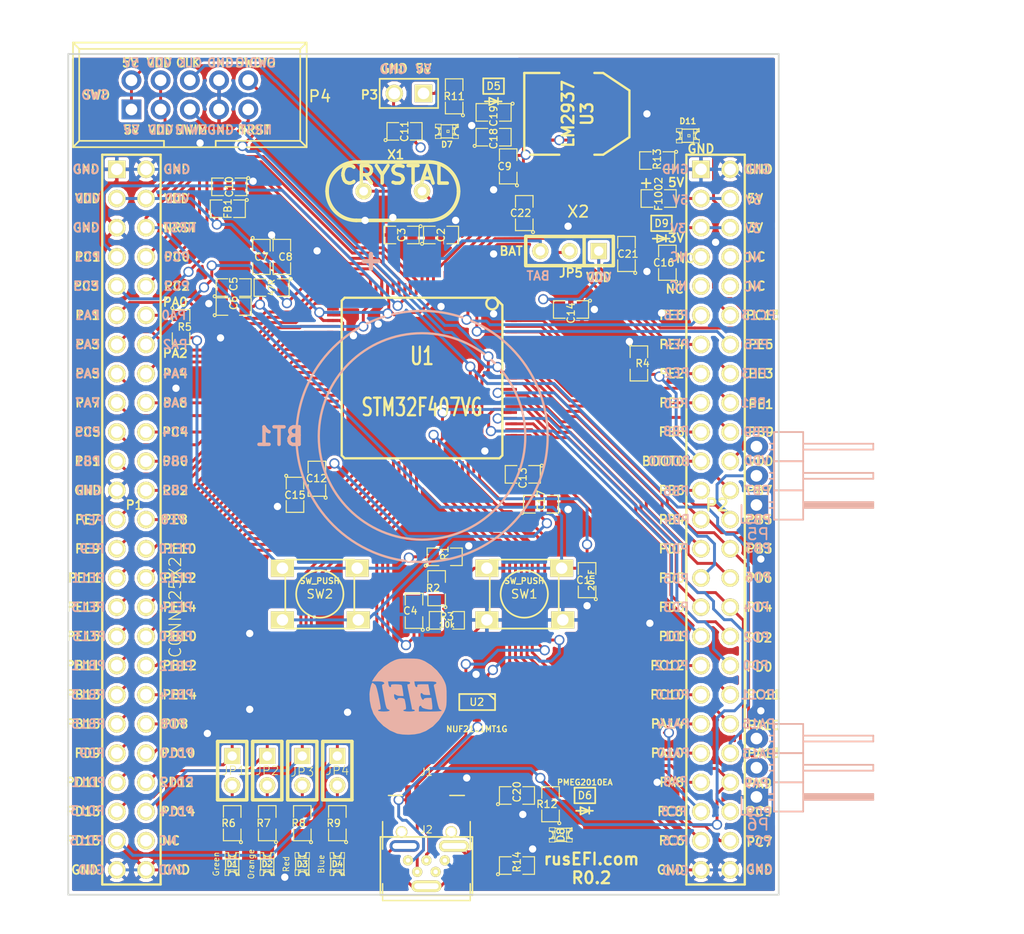
<source format=kicad_pcb>
(kicad_pcb (version 4) (host pcbnew 4.0.1-stable)
  (title_block (date 2016-12-26) (rev R0.2) (company "rusEFI by Art_Electro"))
  (layers (0 F.Cu signal) (31 B.Cu signal) (34 B.Paste user) (35 F.Paste user) (36 B.SilkS user) (37 F.SilkS user) (38 B.Mask user) (39 F.Mask user) (44 Edge.Cuts user))
  (net 0 "")
  (net 1 /3V)
  (net 2 /5V)
  (net 3 /BOOT0)
  (net 4 /D+)
  (net 5 /D-)
  (net 6 /NRST)
  (net 7 /PA0)
  (net 8 /PA1)
  (net 9 /PA10)
  (net 10 /PA11)
  (net 11 /PA12)
  (net 12 /PA13)
  (net 13 /PA14)
  (net 14 /PA15)
  (net 15 /PA2)
  (net 16 /PA3)
  (net 17 /PA4)
  (net 18 /PA5)
  (net 19 /PA6)
  (net 20 /PA7)
  (net 21 /PA8)
  (net 22 /PB0)
  (net 23 /PB1)
  (net 24 /PB10)
  (net 25 /PB11)
  (net 26 /PB12)
  (net 27 /PB13)
  (net 28 /PB14)
  (net 29 /PB15)
  (net 30 /PB2)
  (net 31 /PB3)
  (net 32 /PB4)
  (net 33 /PB5)
  (net 34 /PB6)
  (net 35 /PB7)
  (net 36 /PB8)
  (net 37 /PB9)
  (net 38 /PC0)
  (net 39 /PC1)
  (net 40 /PC10)
  (net 41 /PC11)
  (net 42 /PC12)
  (net 43 /PC13)
  (net 44 /PC2)
  (net 45 /PC3)
  (net 46 /PC4)
  (net 47 /PC5)
  (net 48 /PC6)
  (net 49 /PC7)
  (net 50 /PC8)
  (net 51 /PC9)
  (net 52 /PD0)
  (net 53 /PD1)
  (net 54 /PD10)
  (net 55 /PD11)
  (net 56 /PD12)
  (net 57 /PD13)
  (net 58 /PD14)
  (net 59 /PD15)
  (net 60 /PD2)
  (net 61 /PD3)
  (net 62 /PD4)
  (net 63 /PD5)
  (net 64 /PD6)
  (net 65 /PD7)
  (net 66 /PD8)
  (net 67 /PD9)
  (net 68 /PE0)
  (net 69 /PE1)
  (net 70 /PE10)
  (net 71 /PE11)
  (net 72 /PE12)
  (net 73 /PE13)
  (net 74 /PE14)
  (net 75 /PE15)
  (net 76 /PE2)
  (net 77 /PE3)
  (net 78 /PE4)
  (net 79 /PE5)
  (net 80 /PE6)
  (net 81 /PE7)
  (net 82 /PE8)
  (net 83 /PE9)
  (net 84 /VDD)
  (net 85 GND)
  (net 86 "Net-(BT1-Pad1)")
  (net 87 "Net-(C2-Pad1)")
  (net 88 "Net-(C3-Pad1)")
  (net 89 "Net-(C4-Pad2)")
  (net 90 "Net-(C5-Pad2)")
  (net 91 "Net-(C7-Pad2)")
  (net 92 "Net-(C15-Pad1)")
  (net 93 "Net-(C17-Pad1)")
  (net 94 /Shield)
  (net 95 "Net-(C21-Pad2)")
  (net 96 "Net-(C22-Pad2)")
  (net 97 "Net-(D1-Pad1)")
  (net 98 "Net-(D2-Pad1)")
  (net 99 "Net-(D3-Pad1)")
  (net 100 "Net-(D4-Pad1)")
  (net 101 "Net-(D5-Pad1)")
  (net 102 "Net-(D7-Pad1)")
  (net 103 "Net-(D8-Pad1)")
  (net 104 "Net-(D11-Pad1)")
  (net 105 "Net-(JP1-Pad2)")
  (net 106 "Net-(JP2-Pad2)")
  (net 107 "Net-(JP3-Pad2)")
  (net 108 "Net-(JP4-Pad2)")
  (net 109 "Net-(JP5-Pad2)")
  (net 110 "Net-(R1-Pad1)")
  (net 111 /PA9)
  (module BATT_CR2032_MPD (layer B.Cu) (at 117.983 116.713 90)
    (fp_text reference BT1 (at 0 -12.4 360) (layer B.SilkS) (effects (font (thickness 0.3048)) (justify mirror)))
    (fp_text value BATTERY_CR2032 hide)
    (pad 1 smd rect (at 15.485 0 90) (size 3.29 3.29) (layers B.Cu B.Paste B.Mask) (net 86 "Net-(BT1-Pad1)"))
    (pad 2 smd rect (at -15.485 0 90) (size 3.29 3.29) (layers B.Cu B.Paste B.Mask) (net 85 GND))
  )
  (module SM0805 (layer F.Cu) (at 132.334 129.2225 90)
    (fp_text reference C1 (at 0 -0.3175 180) (layer F.SilkS) (effects (font (size 0.635 0.635) (thickness 0.10922))))
    (fp_text value 20nF (at 0 0.381 90) (layer F.SilkS) (effects (font (size 0.50038 0.50038) (thickness 0.10922))))
    (pad 1 smd rect (at -0.9525 0 90) (size 0.889 1.397) (layers F.Cu F.Paste F.Mask) (net 85 GND))
    (pad 2 smd rect (at 0.9525 0 90) (size 0.889 1.397) (layers F.Cu F.Paste F.Mask) (net 6 /NRST))
  )
  (module SM0805 (layer F.Cu) (at 119.634 99.187)
    (fp_text reference C2 (at 0 0 90) (layer F.SilkS) (effects (font (size 0.635 0.635) (thickness 0.10922))))
    (fp_text value 18pF hide)
    (pad 1 smd rect (at -0.9525 0) (size 0.889 1.397) (layers F.Cu F.Paste F.Mask) (net 87 "Net-(C2-Pad1)"))
    (pad 2 smd rect (at 0.9525 0) (size 0.889 1.397) (layers F.Cu F.Paste F.Mask) (net 85 GND))
  )
  (module SM0805 (layer F.Cu) (at 116.205 99.187 180)
    (fp_text reference C3 (at 0 0 450) (layer F.SilkS) (effects (font (size 0.635 0.635) (thickness 0.10922))))
    (fp_text value 18pF hide)
    (pad 1 smd rect (at -0.9525 0 180) (size 0.889 1.397) (layers F.Cu F.Paste F.Mask) (net 88 "Net-(C3-Pad1)"))
    (pad 2 smd rect (at 0.9525 0 180) (size 0.889 1.397) (layers F.Cu F.Paste F.Mask) (net 85 GND))
  )
  (module SM0805 (layer F.Cu) (at 117.2845 131.8895 90)
    (fp_text reference C4 (at 0 -0.3175 360) (layer F.SilkS) (effects (font (size 0.635 0.635) (thickness 0.10922))))
    (fp_text value 2u2F hide)
    (pad 1 smd rect (at -0.9525 0 90) (size 0.889 1.397) (layers F.Cu F.Paste F.Mask) (net 84 /VDD))
    (pad 2 smd rect (at 0.9525 0 90) (size 0.889 1.397) (layers F.Cu F.Paste F.Mask) (net 89 "Net-(C4-Pad2)"))
  )
  (module SM0805 (layer F.Cu) (at 101.6 103.759)
    (fp_text reference C5 (at 0 -0.3175 90) (layer F.SilkS) (effects (font (size 0.635 0.635) (thickness 0.10922))))
    (fp_text value 0.01uF hide)
    (pad 1 smd rect (at -0.9525 0) (size 0.889 1.397) (layers F.Cu F.Paste F.Mask) (net 85 GND))
    (pad 2 smd rect (at 0.9525 0) (size 0.889 1.397) (layers F.Cu F.Paste F.Mask) (net 90 "Net-(C5-Pad2)"))
  )
  (module SM0805 (layer F.Cu) (at 101.6 105.41)
    (fp_text reference C6 (at 0 -0.3175 90) (layer F.SilkS) (effects (font (size 0.635 0.635) (thickness 0.10922))))
    (fp_text value 1uF hide)
    (pad 1 smd rect (at -0.9525 0) (size 0.889 1.397) (layers F.Cu F.Paste F.Mask) (net 85 GND))
    (pad 2 smd rect (at 0.9525 0) (size 0.889 1.397) (layers F.Cu F.Paste F.Mask) (net 90 "Net-(C5-Pad2)"))
  )
  (module SM0805 (layer F.Cu) (at 104.013 101.092 270)
    (fp_text reference C7 (at 0 0 360) (layer F.SilkS) (effects (font (size 0.635 0.635) (thickness 0.10922))))
    (fp_text value 1uF hide)
    (pad 1 smd rect (at -0.9525 0 270) (size 0.889 1.397) (layers F.Cu F.Paste F.Mask) (net 85 GND))
    (pad 2 smd rect (at 0.9525 0 270) (size 0.889 1.397) (layers F.Cu F.Paste F.Mask) (net 91 "Net-(C7-Pad2)"))
  )
  (module SM0805 (layer F.Cu) (at 105.791 101.092 270)
    (fp_text reference C8 (at 0 -0.3175 360) (layer F.SilkS) (effects (font (size 0.635 0.635) (thickness 0.10922))))
    (fp_text value 0.01uF hide)
    (pad 1 smd rect (at -0.9525 0 270) (size 0.889 1.397) (layers F.Cu F.Paste F.Mask) (net 85 GND))
    (pad 2 smd rect (at 0.9525 0 270) (size 0.889 1.397) (layers F.Cu F.Paste F.Mask) (net 91 "Net-(C7-Pad2)"))
  )
  (module SM0805 (layer F.Cu) (at 125.476 93.218 90)
    (fp_text reference C9 (at 0 -0.3175 360) (layer F.SilkS) (effects (font (size 0.635 0.635) (thickness 0.10922))))
    (fp_text value 0.1uF hide)
    (pad 1 smd rect (at -0.9525 0 90) (size 0.889 1.397) (layers F.Cu F.Paste F.Mask) (net 85 GND))
    (pad 2 smd rect (at 0.9525 0 90) (size 0.889 1.397) (layers F.Cu F.Paste F.Mask) (net 84 /VDD))
  )
  (module SM0805 (layer F.Cu) (at 101.219 94.996 180)
    (fp_text reference C10 (at 0 0 270) (layer F.SilkS) (effects (font (size 0.635 0.635) (thickness 0.10922))))
    (fp_text value 0.1uF hide)
    (pad 1 smd rect (at -0.9525 0 180) (size 0.889 1.397) (layers F.Cu F.Paste F.Mask) (net 85 GND))
    (pad 2 smd rect (at 0.9525 0 180) (size 0.889 1.397) (layers F.Cu F.Paste F.Mask) (net 84 /VDD))
  )
  (module SM0805 (layer F.Cu) (at 116.459 90.17)
    (fp_text reference C11 (at 0 0 90) (layer F.SilkS) (effects (font (size 0.635 0.635) (thickness 0.10922))))
    (fp_text value 0.1uF hide)
    (pad 1 smd rect (at -0.9525 0) (size 0.889 1.397) (layers F.Cu F.Paste F.Mask) (net 85 GND))
    (pad 2 smd rect (at 0.9525 0) (size 0.889 1.397) (layers F.Cu F.Paste F.Mask) (net 84 /VDD))
  )
  (module SM0805 (layer F.Cu) (at 108.839 120.396 90)
    (fp_text reference C12 (at 0.0254 -0.0254 360) (layer F.SilkS) (effects (font (size 0.635 0.635) (thickness 0.10922))))
    (fp_text value 0.1uF hide)
    (pad 1 smd rect (at -0.9525 0 90) (size 0.889 1.397) (layers F.Cu F.Paste F.Mask) (net 85 GND))
    (pad 2 smd rect (at 0.9525 0 90) (size 0.889 1.397) (layers F.Cu F.Paste F.Mask) (net 84 /VDD))
  )
  (module SM0805 (layer F.Cu) (at 126.746 120.015 180)
    (fp_text reference C13 (at 0 -0.3175 270) (layer F.SilkS) (effects (font (size 0.635 0.635) (thickness 0.10922))))
    (fp_text value 0.1uF hide)
    (pad 1 smd rect (at -0.9525 0 180) (size 0.889 1.397) (layers F.Cu F.Paste F.Mask) (net 85 GND))
    (pad 2 smd rect (at 0.9525 0 180) (size 0.889 1.397) (layers F.Cu F.Paste F.Mask) (net 84 /VDD))
  )
  (module SM0805 (layer F.Cu) (at 130.937 105.664 180)
    (fp_text reference C14 (at 0 -0.3175 270) (layer F.SilkS) (effects (font (size 0.635 0.635) (thickness 0.10922))))
    (fp_text value 0.1uF hide)
    (pad 1 smd rect (at -0.9525 0 180) (size 0.889 1.397) (layers F.Cu F.Paste F.Mask) (net 85 GND))
    (pad 2 smd rect (at 0.9525 0 180) (size 0.889 1.397) (layers F.Cu F.Paste F.Mask) (net 84 /VDD))
  )
  (module SM0805 (layer F.Cu) (at 106.934 121.793 270)
    (fp_text reference C15 (at 0.0254 0 360) (layer F.SilkS) (effects (font (size 0.635 0.635) (thickness 0.10922))))
    (fp_text value 2u2F hide)
    (pad 1 smd rect (at -0.9525 0 270) (size 0.889 1.397) (layers F.Cu F.Paste F.Mask) (net 92 "Net-(C15-Pad1)"))
    (pad 2 smd rect (at 0.9525 0 270) (size 0.889 1.397) (layers F.Cu F.Paste F.Mask) (net 85 GND))
  )
  (module SM0805 (layer F.Cu) (at 139.319 101.6 90)
    (fp_text reference C16 (at 0 -0.3175 360) (layer F.SilkS) (effects (font (size 0.635 0.635) (thickness 0.10922))))
    (fp_text value 1uF hide)
    (pad 1 smd rect (at -0.9525 0 90) (size 0.889 1.397) (layers F.Cu F.Paste F.Mask) (net 85 GND))
    (pad 2 smd rect (at 0.9525 0 90) (size 0.889 1.397) (layers F.Cu F.Paste F.Mask) (net 84 /VDD))
  )
  (module SM0805 (layer F.Cu) (at 128.3335 122.6185)
    (fp_text reference C17 (at 0 -0.3175 90) (layer F.SilkS) (effects (font (size 0.635 0.635) (thickness 0.10922))))
    (fp_text value 2u2F hide)
    (pad 1 smd rect (at -0.9525 0) (size 0.889 1.397) (layers F.Cu F.Paste F.Mask) (net 93 "Net-(C17-Pad1)"))
    (pad 2 smd rect (at 0.9525 0) (size 0.889 1.397) (layers F.Cu F.Paste F.Mask) (net 85 GND))
  )
  (module SM0805 (layer F.Cu) (at 124.206 90.678)
    (fp_text reference C18 (at 0 0.127 90) (layer F.SilkS) (effects (font (size 0.635 0.635) (thickness 0.10922))))
    (fp_text value 0.1uF hide)
    (pad 1 smd rect (at -0.9525 0) (size 0.889 1.397) (layers F.Cu F.Paste F.Mask) (net 85 GND))
    (pad 2 smd rect (at 0.9525 0) (size 0.889 1.397) (layers F.Cu F.Paste F.Mask) (net 2 /5V))
  )
  (module SM0805 (layer F.Cu) (at 124.206 88.519 180)
    (fp_text reference C19 (at 0 -0.3175 270) (layer F.SilkS) (effects (font (size 0.635 0.635) (thickness 0.10922))))
    (fp_text value 4.7uF hide)
    (pad 1 smd rect (at -0.9525 0 180) (size 0.889 1.397) (layers F.Cu F.Paste F.Mask) (net 2 /5V))
    (pad 2 smd rect (at 0.9525 0 180) (size 0.889 1.397) (layers F.Cu F.Paste F.Mask) (net 85 GND))
  )
  (module LED-0805_A (layer F.Cu) (at 101.473 153.924 270)
    (fp_text reference D1 (at 0 0 360) (layer F.SilkS) (effects (font (size 0.50038 0.50038) (thickness 0.1143))))
    (fp_text value BLUE_LED_0805 hide)
    (pad 1 smd rect (at -1.04902 0 270) (size 1.19888 1.19888) (layers F.Cu F.Paste F.Mask) (net 97 "Net-(D1-Pad1)"))
    (pad 2 smd rect (at 1.04902 0 270) (size 1.19888 1.19888) (layers F.Cu F.Paste F.Mask) (net 85 GND))
  )
  (module LED-0805_A (layer F.Cu) (at 104.521 153.924 270)
    (fp_text reference D2 (at 0 0 360) (layer F.SilkS) (effects (font (size 0.50038 0.50038) (thickness 0.1143))))
    (fp_text value BLUE_LED_0805 hide)
    (pad 1 smd rect (at -1.04902 0 270) (size 1.19888 1.19888) (layers F.Cu F.Paste F.Mask) (net 98 "Net-(D2-Pad1)"))
    (pad 2 smd rect (at 1.04902 0 270) (size 1.19888 1.19888) (layers F.Cu F.Paste F.Mask) (net 85 GND))
  )
  (module LED-0805_A (layer F.Cu) (at 107.569 153.924 270)
    (fp_text reference D3 (at 0 0 360) (layer F.SilkS) (effects (font (size 0.50038 0.50038) (thickness 0.1143))))
    (fp_text value BLUE_LED_0805 hide)
    (pad 1 smd rect (at -1.04902 0 270) (size 1.19888 1.19888) (layers F.Cu F.Paste F.Mask) (net 99 "Net-(D3-Pad1)"))
    (pad 2 smd rect (at 1.04902 0 270) (size 1.19888 1.19888) (layers F.Cu F.Paste F.Mask) (net 85 GND))
  )
  (module LED-0805_A (layer F.Cu) (at 110.617 153.924 270)
    (fp_text reference D4 (at 0 0 360) (layer F.SilkS) (effects (font (size 0.50038 0.50038) (thickness 0.1143))))
    (fp_text value BLUE_LED_0805 hide)
    (pad 1 smd rect (at -1.04902 0 270) (size 1.19888 1.19888) (layers F.Cu F.Paste F.Mask) (net 100 "Net-(D4-Pad1)"))
    (pad 2 smd rect (at 1.04902 0 270) (size 1.19888 1.19888) (layers F.Cu F.Paste F.Mask) (net 85 GND))
  )
  (module LED-0805_A (layer F.Cu) (at 120.142 90.17)
    (fp_text reference D7 (at 0 1.143 180) (layer F.SilkS) (effects (font (size 0.50038 0.50038) (thickness 0.1143))))
    (fp_text value BLUE_LED_0805 hide)
    (pad 1 smd rect (at -1.04902 0) (size 1.19888 1.19888) (layers F.Cu F.Paste F.Mask) (net 102 "Net-(D7-Pad1)"))
    (pad 2 smd rect (at 1.04902 0) (size 1.19888 1.19888) (layers F.Cu F.Paste F.Mask) (net 85 GND))
  )
  (module LED-0805_A (layer F.Cu) (at 130.048 151.384)
    (fp_text reference D8 (at 0 0 90) (layer F.SilkS) (effects (font (size 0.635 0.635) (thickness 0.10922))))
    (fp_text value BLUE_LED_0805 hide)
    (pad 1 smd rect (at -1.04902 0) (size 1.19888 1.19888) (layers F.Cu F.Paste F.Mask) (net 103 "Net-(D8-Pad1)"))
    (pad 2 smd rect (at 1.04902 0) (size 1.19888 1.19888) (layers F.Cu F.Paste F.Mask) (net 85 GND))
  )
  (module LED-0805_A (layer F.Cu) (at 141.097 90.551)
    (fp_text reference D11 (at 0 -1.27 180) (layer F.SilkS) (effects (font (size 0.50038 0.50038) (thickness 0.1143))))
    (fp_text value BLUE_LED_0805 hide)
    (pad 1 smd rect (at -1.04902 0) (size 1.19888 1.19888) (layers F.Cu F.Paste F.Mask) (net 104 "Net-(D11-Pad1)"))
    (pad 2 smd rect (at 1.04902 0) (size 1.19888 1.19888) (layers F.Cu F.Paste F.Mask) (net 85 GND))
  )
  (module SM0805 (layer F.Cu) (at 101.092 96.901 180)
    (fp_text reference FB1 (at 0 0 270) (layer F.SilkS) (effects (font (size 0.635 0.635) (thickness 0.10922))))
    (fp_text value FILTER hide)
    (pad 1 smd rect (at -0.9525 0 180) (size 0.889 1.397) (layers F.Cu F.Paste F.Mask) (net 91 "Net-(C7-Pad2)"))
    (pad 2 smd rect (at 0.9525 0 180) (size 0.889 1.397) (layers F.Cu F.Paste F.Mask) (net 84 /VDD))
  )
  (module JUMPER-2 (layer F.Cu) (at 101.473 145.796 270)
    (fp_text reference JP1 (at 0 -0.127 360) (layer F.SilkS) (effects (font (size 0.762 0.762) (thickness 0.0762))))
    (fp_text value JUMPER hide)
    (pad 1 thru_hole rect (at -1.27 0 270) (size 1.397 1.397) (drill 0.8128) (layers *.Cu *.Mask F.SilkS) (net 56 /PD12))
    (pad 2 thru_hole circle (at 1.27 0 270) (size 1.397 1.397) (drill 0.8128) (layers *.Cu *.Mask F.SilkS) (net 105 "Net-(JP1-Pad2)"))
  )
  (module JUMPER-2 (layer F.Cu) (at 104.521 145.796 270)
    (fp_text reference JP2 (at 0 0 360) (layer F.SilkS) (effects (font (size 0.762 0.762) (thickness 0.0762))))
    (fp_text value JUMPER hide)
    (pad 1 thru_hole rect (at -1.27 0 270) (size 1.397 1.397) (drill 0.8128) (layers *.Cu *.Mask F.SilkS) (net 57 /PD13))
    (pad 2 thru_hole circle (at 1.27 0 270) (size 1.397 1.397) (drill 0.8128) (layers *.Cu *.Mask F.SilkS) (net 106 "Net-(JP2-Pad2)"))
  )
  (module JUMPER-2 (layer F.Cu) (at 107.569 145.796 270)
    (fp_text reference JP3 (at 0.127 0 360) (layer F.SilkS) (effects (font (size 0.762 0.762) (thickness 0.0762))))
    (fp_text value JUMPER hide)
    (pad 1 thru_hole rect (at -1.27 0 270) (size 1.397 1.397) (drill 0.8128) (layers *.Cu *.Mask F.SilkS) (net 58 /PD14))
    (pad 2 thru_hole circle (at 1.27 0 270) (size 1.397 1.397) (drill 0.8128) (layers *.Cu *.Mask F.SilkS) (net 107 "Net-(JP3-Pad2)"))
  )
  (module JUMPER-2 (layer F.Cu) (at 110.617 145.796 270)
    (fp_text reference JP4 (at 0 0 360) (layer F.SilkS) (effects (font (size 0.762 0.762) (thickness 0.0762))))
    (fp_text value JUMPER hide)
    (pad 1 thru_hole rect (at -1.27 0 270) (size 1.397 1.397) (drill 0.8128) (layers *.Cu *.Mask F.SilkS) (net 59 /PD15))
    (pad 2 thru_hole circle (at 1.27 0 270) (size 1.397 1.397) (drill 0.8128) (layers *.Cu *.Mask F.SilkS) (net 108 "Net-(JP4-Pad2)"))
  )
  (module SIL-3 (layer F.Cu) (at 130.81 100.584 180)
    (fp_text reference JP5 (at -0.127 -1.905 180) (layer F.SilkS) (effects (font (size 0.762 0.762) (thickness 0.1524))))
    (fp_text value JUMPER3 hide)
    (pad 1 thru_hole rect (at -2.54 0 180) (size 1.397 1.397) (drill 0.8128) (layers *.Cu *.Mask F.SilkS) (net 84 /VDD))
    (pad 2 thru_hole circle (at 0 0 180) (size 1.397 1.397) (drill 0.8128) (layers *.Cu *.Mask F.SilkS) (net 109 "Net-(JP5-Pad2)"))
    (pad 3 thru_hole circle (at 2.54 0 180) (size 1.397 1.397) (drill 0.8128) (layers *.Cu *.Mask F.SilkS) (net 86 "Net-(BT1-Pad1)"))
  )
  (module PIN_ARRAY_25x2_A (layer F.Cu) (at 92.71 123.952 270)
    (fp_text reference P1 (at -1.27 -0.254 360) (layer F.SilkS) (effects (font (size 0.762 0.762) (thickness 0.1524))))
    (fp_text value CONN_25X2 (at 7.62 -3.81 270) (layer F.SilkS) (effects (font (size 1.016 1.016) (thickness 0.1016))))
    (pad 1 thru_hole rect (at -30.48 1.27 270) (size 1.524 1.524) (drill 1.016) (layers *.Cu *.Mask F.SilkS) (net 85 GND))
    (pad 2 thru_hole circle (at -30.48 -1.27 270) (size 1.524 1.524) (drill 1.016) (layers *.Cu *.Mask F.SilkS) (net 85 GND))
    (pad 3 thru_hole circle (at -27.94 1.27 270) (size 1.524 1.524) (drill 1.016) (layers *.Cu *.Mask F.SilkS) (net 84 /VDD))
    (pad 4 thru_hole circle (at -27.94 -1.27 270) (size 1.524 1.524) (drill 1.016) (layers *.Cu *.Mask F.SilkS) (net 84 /VDD))
    (pad 5 thru_hole circle (at -25.4 1.27 270) (size 1.524 1.524) (drill 1.016) (layers *.Cu *.Mask F.SilkS) (net 85 GND))
    (pad 6 thru_hole circle (at -25.4 -1.27 270) (size 1.524 1.524) (drill 1.016) (layers *.Cu *.Mask F.SilkS) (net 6 /NRST))
    (pad 7 thru_hole circle (at -22.86 1.27 270) (size 1.524 1.524) (drill 1.016) (layers *.Cu *.Mask F.SilkS) (net 39 /PC1))
    (pad 8 thru_hole circle (at -22.86 -1.27 270) (size 1.524 1.524) (drill 1.016) (layers *.Cu *.Mask F.SilkS) (net 38 /PC0))
    (pad 9 thru_hole circle (at -20.32 1.27 270) (size 1.524 1.524) (drill 1.016) (layers *.Cu *.Mask F.SilkS) (net 45 /PC3))
    (pad 10 thru_hole circle (at -20.32 -1.27 270) (size 1.524 1.524) (drill 1.016) (layers *.Cu *.Mask F.SilkS) (net 44 /PC2))
    (pad 11 thru_hole circle (at -17.78 1.27 270) (size 1.524 1.524) (drill 1.016) (layers *.Cu *.Mask F.SilkS) (net 8 /PA1))
    (pad 12 thru_hole circle (at -17.78 -1.27 270) (size 1.524 1.524) (drill 1.016) (layers *.Cu *.Mask F.SilkS) (net 7 /PA0))
    (pad 13 thru_hole circle (at -15.24 1.27 270) (size 1.524 1.524) (drill 1.016) (layers *.Cu *.Mask F.SilkS) (net 16 /PA3))
    (pad 14 thru_hole circle (at -15.24 -1.27 270) (size 1.524 1.524) (drill 1.016) (layers *.Cu *.Mask F.SilkS) (net 15 /PA2))
    (pad 15 thru_hole circle (at -12.7 1.27 270) (size 1.524 1.524) (drill 1.016) (layers *.Cu *.Mask F.SilkS) (net 18 /PA5))
    (pad 16 thru_hole circle (at -12.7 -1.27 270) (size 1.524 1.524) (drill 1.016) (layers *.Cu *.Mask F.SilkS) (net 17 /PA4))
    (pad 17 thru_hole circle (at -10.16 1.27 270) (size 1.524 1.524) (drill 1.016) (layers *.Cu *.Mask F.SilkS) (net 20 /PA7))
    (pad 18 thru_hole circle (at -10.16 -1.27 270) (size 1.524 1.524) (drill 1.016) (layers *.Cu *.Mask F.SilkS) (net 19 /PA6))
    (pad 19 thru_hole circle (at -7.62 1.27 270) (size 1.524 1.524) (drill 1.016) (layers *.Cu *.Mask F.SilkS) (net 47 /PC5))
    (pad 20 thru_hole circle (at -7.62 -1.27 270) (size 1.524 1.524) (drill 1.016) (layers *.Cu *.Mask F.SilkS) (net 46 /PC4))
    (pad 21 thru_hole circle (at -5.08 1.27 270) (size 1.524 1.524) (drill 1.016) (layers *.Cu *.Mask F.SilkS) (net 23 /PB1))
    (pad 22 thru_hole circle (at -5.08 -1.27 270) (size 1.524 1.524) (drill 1.016) (layers *.Cu *.Mask F.SilkS) (net 22 /PB0))
    (pad 23 thru_hole circle (at -2.54 1.27 270) (size 1.524 1.524) (drill 1.016) (layers *.Cu *.Mask F.SilkS) (net 85 GND))
    (pad 24 thru_hole circle (at -2.54 -1.27 270) (size 1.524 1.524) (drill 1.016) (layers *.Cu *.Mask F.SilkS) (net 30 /PB2))
    (pad 25 thru_hole circle (at 0 1.27 270) (size 1.524 1.524) (drill 1.016) (layers *.Cu *.Mask F.SilkS) (net 81 /PE7))
    (pad 26 thru_hole circle (at 0 -1.27 270) (size 1.524 1.524) (drill 1.016) (layers *.Cu *.Mask F.SilkS) (net 82 /PE8))
    (pad 27 thru_hole circle (at 2.54 1.27 270) (size 1.524 1.524) (drill 1.016) (layers *.Cu *.Mask F.SilkS) (net 83 /PE9))
    (pad 28 thru_hole circle (at 2.54 -1.27 270) (size 1.524 1.524) (drill 1.016) (layers *.Cu *.Mask F.SilkS) (net 70 /PE10))
    (pad 29 thru_hole circle (at 5.08 1.27 270) (size 1.524 1.524) (drill 1.016) (layers *.Cu *.Mask F.SilkS) (net 71 /PE11))
    (pad 30 thru_hole circle (at 5.08 -1.27 270) (size 1.524 1.524) (drill 1.016) (layers *.Cu *.Mask F.SilkS) (net 72 /PE12))
    (pad 31 thru_hole circle (at 7.62 1.27 270) (size 1.524 1.524) (drill 1.016) (layers *.Cu *.Mask F.SilkS) (net 73 /PE13))
    (pad 32 thru_hole circle (at 7.62 -1.27 270) (size 1.524 1.524) (drill 1.016) (layers *.Cu *.Mask F.SilkS) (net 74 /PE14))
    (pad 33 thru_hole circle (at 10.16 1.27 270) (size 1.524 1.524) (drill 1.016) (layers *.Cu *.Mask F.SilkS) (net 75 /PE15))
    (pad 34 thru_hole circle (at 10.16 -1.27 270) (size 1.524 1.524) (drill 1.016) (layers *.Cu *.Mask F.SilkS) (net 24 /PB10))
    (pad 35 thru_hole circle (at 12.7 1.27 270) (size 1.524 1.524) (drill 1.016) (layers *.Cu *.Mask F.SilkS) (net 25 /PB11))
    (pad 36 thru_hole circle (at 12.7 -1.27 270) (size 1.524 1.524) (drill 1.016) (layers *.Cu *.Mask F.SilkS) (net 26 /PB12))
    (pad 37 thru_hole circle (at 15.24 1.27 270) (size 1.524 1.524) (drill 1.016) (layers *.Cu *.Mask F.SilkS) (net 27 /PB13))
    (pad 38 thru_hole circle (at 15.24 -1.27 270) (size 1.524 1.524) (drill 1.016) (layers *.Cu *.Mask F.SilkS) (net 28 /PB14))
    (pad 39 thru_hole circle (at 17.78 1.27 270) (size 1.524 1.524) (drill 1.016) (layers *.Cu *.Mask F.SilkS) (net 29 /PB15))
    (pad 40 thru_hole circle (at 17.78 -1.27 270) (size 1.524 1.524) (drill 1.016) (layers *.Cu *.Mask F.SilkS) (net 66 /PD8))
    (pad 41 thru_hole circle (at 20.32 1.27 270) (size 1.524 1.524) (drill 1.016) (layers *.Cu *.Mask F.SilkS) (net 67 /PD9))
    (pad 42 thru_hole circle (at 20.32 -1.27 270) (size 1.524 1.524) (drill 1.016) (layers *.Cu *.Mask F.SilkS) (net 54 /PD10))
    (pad 43 thru_hole circle (at 22.86 1.27 270) (size 1.524 1.524) (drill 1.016) (layers *.Cu *.Mask F.SilkS) (net 55 /PD11))
    (pad 44 thru_hole circle (at 22.86 -1.27 270) (size 1.524 1.524) (drill 1.016) (layers *.Cu *.Mask F.SilkS) (net 56 /PD12))
    (pad 45 thru_hole circle (at 25.4 1.27 270) (size 1.524 1.524) (drill 1.016) (layers *.Cu *.Mask F.SilkS) (net 57 /PD13))
    (pad 46 thru_hole circle (at 25.4 -1.27 270) (size 1.524 1.524) (drill 1.016) (layers *.Cu *.Mask F.SilkS) (net 58 /PD14))
    (pad 47 thru_hole circle (at 27.94 1.27 270) (size 1.524 1.524) (drill 1.016) (layers *.Cu *.Mask F.SilkS) (net 59 /PD15))
    (pad 48 thru_hole circle (at 27.94 -1.27 270) (size 1.524 1.524) (drill 1.016) (layers *.Cu *.Mask F.SilkS))
    (pad 49 thru_hole circle (at 30.48 1.27 270) (size 1.524 1.524) (drill 1.016) (layers *.Cu *.Mask F.SilkS) (net 85 GND))
    (pad 50 thru_hole circle (at 30.48 -1.27 270) (size 1.524 1.524) (drill 1.016) (layers *.Cu *.Mask F.SilkS) (net 85 GND))
  )
  (module PIN_ARRAY_25x2_A (layer F.Cu) (at 143.51 123.952 270)
    (fp_text reference P2 (at -1.27 -0.127 360) (layer F.SilkS) (effects (font (size 1.016 1.016) (thickness 0.2032))))
    (fp_text value CONN_25X2 hide)
    (pad 1 thru_hole rect (at -30.48 1.27 270) (size 1.524 1.524) (drill 1.016) (layers *.Cu *.Mask F.SilkS) (net 85 GND))
    (pad 2 thru_hole circle (at -30.48 -1.27 270) (size 1.524 1.524) (drill 1.016) (layers *.Cu *.Mask F.SilkS) (net 85 GND))
    (pad 3 thru_hole circle (at -27.94 1.27 270) (size 1.524 1.524) (drill 1.016) (layers *.Cu *.Mask F.SilkS) (net 2 /5V))
    (pad 4 thru_hole circle (at -27.94 -1.27 270) (size 1.524 1.524) (drill 1.016) (layers *.Cu *.Mask F.SilkS) (net 2 /5V))
    (pad 5 thru_hole circle (at -25.4 1.27 270) (size 1.524 1.524) (drill 1.016) (layers *.Cu *.Mask F.SilkS) (net 1 /3V))
    (pad 6 thru_hole circle (at -25.4 -1.27 270) (size 1.524 1.524) (drill 1.016) (layers *.Cu *.Mask F.SilkS) (net 1 /3V))
    (pad 7 thru_hole circle (at -22.86 1.27 270) (size 1.524 1.524) (drill 1.016) (layers *.Cu *.Mask F.SilkS))
    (pad 8 thru_hole circle (at -22.86 -1.27 270) (size 1.524 1.524) (drill 1.016) (layers *.Cu *.Mask F.SilkS))
    (pad 9 thru_hole circle (at -20.32 1.27 270) (size 1.524 1.524) (drill 1.016) (layers *.Cu *.Mask F.SilkS))
    (pad 10 thru_hole circle (at -20.32 -1.27 270) (size 1.524 1.524) (drill 1.016) (layers *.Cu *.Mask F.SilkS))
    (pad 11 thru_hole circle (at -17.78 1.27 270) (size 1.524 1.524) (drill 1.016) (layers *.Cu *.Mask F.SilkS) (net 80 /PE6))
    (pad 12 thru_hole circle (at -17.78 -1.27 270) (size 1.524 1.524) (drill 1.016) (layers *.Cu *.Mask F.SilkS) (net 43 /PC13))
    (pad 13 thru_hole circle (at -15.24 1.27 270) (size 1.524 1.524) (drill 1.016) (layers *.Cu *.Mask F.SilkS) (net 78 /PE4))
    (pad 14 thru_hole circle (at -15.24 -1.27 270) (size 1.524 1.524) (drill 1.016) (layers *.Cu *.Mask F.SilkS) (net 79 /PE5))
    (pad 15 thru_hole circle (at -12.7 1.27 270) (size 1.524 1.524) (drill 1.016) (layers *.Cu *.Mask F.SilkS) (net 76 /PE2))
    (pad 16 thru_hole circle (at -12.7 -1.27 270) (size 1.524 1.524) (drill 1.016) (layers *.Cu *.Mask F.SilkS) (net 77 /PE3))
    (pad 17 thru_hole circle (at -10.16 1.27 270) (size 1.524 1.524) (drill 1.016) (layers *.Cu *.Mask F.SilkS) (net 68 /PE0))
    (pad 18 thru_hole circle (at -10.16 -1.27 270) (size 1.524 1.524) (drill 1.016) (layers *.Cu *.Mask F.SilkS) (net 69 /PE1))
    (pad 19 thru_hole circle (at -7.62 1.27 270) (size 1.524 1.524) (drill 1.016) (layers *.Cu *.Mask F.SilkS) (net 36 /PB8))
    (pad 20 thru_hole circle (at -7.62 -1.27 270) (size 1.524 1.524) (drill 1.016) (layers *.Cu *.Mask F.SilkS) (net 37 /PB9))
    (pad 21 thru_hole circle (at -5.08 1.27 270) (size 1.524 1.524) (drill 1.016) (layers *.Cu *.Mask F.SilkS) (net 3 /BOOT0))
    (pad 22 thru_hole circle (at -5.08 -1.27 270) (size 1.524 1.524) (drill 1.016) (layers *.Cu *.Mask F.SilkS) (net 84 /VDD))
    (pad 23 thru_hole circle (at -2.54 1.27 270) (size 1.524 1.524) (drill 1.016) (layers *.Cu *.Mask F.SilkS) (net 34 /PB6))
    (pad 24 thru_hole circle (at -2.54 -1.27 270) (size 1.524 1.524) (drill 1.016) (layers *.Cu *.Mask F.SilkS) (net 35 /PB7))
    (pad 25 thru_hole circle (at 0 1.27 270) (size 1.524 1.524) (drill 1.016) (layers *.Cu *.Mask F.SilkS) (net 32 /PB4))
    (pad 26 thru_hole circle (at 0 -1.27 270) (size 1.524 1.524) (drill 1.016) (layers *.Cu *.Mask F.SilkS) (net 33 /PB5))
    (pad 27 thru_hole circle (at 2.54 1.27 270) (size 1.524 1.524) (drill 1.016) (layers *.Cu *.Mask F.SilkS) (net 65 /PD7))
    (pad 28 thru_hole circle (at 2.54 -1.27 270) (size 1.524 1.524) (drill 1.016) (layers *.Cu *.Mask F.SilkS) (net 31 /PB3))
    (pad 29 thru_hole circle (at 5.08 1.27 270) (size 1.524 1.524) (drill 1.016) (layers *.Cu *.Mask F.SilkS) (net 63 /PD5))
    (pad 30 thru_hole circle (at 5.08 -1.27 270) (size 1.524 1.524) (drill 1.016) (layers *.Cu *.Mask F.SilkS) (net 64 /PD6))
    (pad 31 thru_hole circle (at 7.62 1.27 270) (size 1.524 1.524) (drill 1.016) (layers *.Cu *.Mask F.SilkS) (net 61 /PD3))
    (pad 32 thru_hole circle (at 7.62 -1.27 270) (size 1.524 1.524) (drill 1.016) (layers *.Cu *.Mask F.SilkS) (net 62 /PD4))
    (pad 33 thru_hole circle (at 10.16 1.27 270) (size 1.524 1.524) (drill 1.016) (layers *.Cu *.Mask F.SilkS) (net 53 /PD1))
    (pad 34 thru_hole circle (at 10.16 -1.27 270) (size 1.524 1.524) (drill 1.016) (layers *.Cu *.Mask F.SilkS) (net 60 /PD2))
    (pad 35 thru_hole circle (at 12.7 1.27 270) (size 1.524 1.524) (drill 1.016) (layers *.Cu *.Mask F.SilkS) (net 42 /PC12))
    (pad 36 thru_hole circle (at 12.7 -1.27 270) (size 1.524 1.524) (drill 1.016) (layers *.Cu *.Mask F.SilkS) (net 52 /PD0))
    (pad 37 thru_hole circle (at 15.24 1.27 270) (size 1.524 1.524) (drill 1.016) (layers *.Cu *.Mask F.SilkS) (net 40 /PC10))
    (pad 38 thru_hole circle (at 15.24 -1.27 270) (size 1.524 1.524) (drill 1.016) (layers *.Cu *.Mask F.SilkS) (net 41 /PC11))
    (pad 39 thru_hole circle (at 17.78 1.27 270) (size 1.524 1.524) (drill 1.016) (layers *.Cu *.Mask F.SilkS) (net 13 /PA14))
    (pad 40 thru_hole circle (at 17.78 -1.27 270) (size 1.524 1.524) (drill 1.016) (layers *.Cu *.Mask F.SilkS) (net 14 /PA15))
    (pad 41 thru_hole circle (at 20.32 1.27 270) (size 1.524 1.524) (drill 1.016) (layers *.Cu *.Mask F.SilkS) (net 9 /PA10))
    (pad 42 thru_hole circle (at 20.32 -1.27 270) (size 1.524 1.524) (drill 1.016) (layers *.Cu *.Mask F.SilkS) (net 12 /PA13))
    (pad 43 thru_hole circle (at 22.86 1.27 270) (size 1.524 1.524) (drill 1.016) (layers *.Cu *.Mask F.SilkS) (net 21 /PA8))
    (pad 44 thru_hole circle (at 22.86 -1.27 270) (size 1.524 1.524) (drill 1.016) (layers *.Cu *.Mask F.SilkS) (net 111 /PA9))
    (pad 45 thru_hole circle (at 25.4 1.27 270) (size 1.524 1.524) (drill 1.016) (layers *.Cu *.Mask F.SilkS) (net 50 /PC8))
    (pad 46 thru_hole circle (at 25.4 -1.27 270) (size 1.524 1.524) (drill 1.016) (layers *.Cu *.Mask F.SilkS) (net 51 /PC9))
    (pad 47 thru_hole circle (at 27.94 1.27 270) (size 1.524 1.524) (drill 1.016) (layers *.Cu *.Mask F.SilkS) (net 48 /PC6))
    (pad 48 thru_hole circle (at 27.94 -1.27 270) (size 1.524 1.524) (drill 1.016) (layers *.Cu *.Mask F.SilkS) (net 49 /PC7))
    (pad 49 thru_hole circle (at 30.48 1.27 270) (size 1.524 1.524) (drill 1.016) (layers *.Cu *.Mask F.SilkS) (net 85 GND))
    (pad 50 thru_hole circle (at 30.48 -1.27 270) (size 1.524 1.524) (drill 1.016) (layers *.Cu *.Mask F.SilkS) (net 85 GND))
  )
  (module PIN_ARRAY_2_A (layer F.Cu) (at 116.84 86.868 180)
    (fp_text reference P3 (at 3.429 -0.127 360) (layer F.SilkS) (effects (font (size 0.762 0.762) (thickness 0.1524))))
    (fp_text value CONN_2 hide)
    (pad 1 thru_hole rect (at -1.27 0 180) (size 1.524 1.524) (drill 1.016) (layers *.Cu *.Mask F.SilkS) (net 101 "Net-(D5-Pad1)"))
    (pad 2 thru_hole circle (at 1.27 0 180) (size 1.524 1.524) (drill 1.016) (layers *.Cu *.Mask F.SilkS) (net 85 GND))
  )
  (module SM0805 (layer F.Cu) (at 119.9515 127.1905)
    (fp_text reference R1 (at 0 -0.3175 90) (layer F.SilkS) (effects (font (size 0.635 0.635) (thickness 0.10922))))
    (fp_text value 10k hide)
    (pad 1 smd rect (at -0.9525 0) (size 0.889 1.397) (layers F.Cu F.Paste F.Mask) (net 110 "Net-(R1-Pad1)"))
    (pad 2 smd rect (at 0.9525 0) (size 0.889 1.397) (layers F.Cu F.Paste F.Mask) (net 85 GND))
  )
  (module SM0805 (layer F.Cu) (at 119.253 129.921 90)
    (fp_text reference R2 (at 0 -0.3175 360) (layer F.SilkS) (effects (font (size 0.635 0.635) (thickness 0.10922))))
    (fp_text value 100R hide)
    (pad 1 smd rect (at -0.9525 0 90) (size 0.889 1.397) (layers F.Cu F.Paste F.Mask) (net 89 "Net-(C4-Pad2)"))
    (pad 2 smd rect (at 0.9525 0 90) (size 0.889 1.397) (layers F.Cu F.Paste F.Mask) (net 110 "Net-(R1-Pad1)"))
  )
  (module SM0805 (layer F.Cu) (at 120.142 132.715)
    (fp_text reference R3 (at 0 -0.3175) (layer F.SilkS) (effects (font (size 0.635 0.635) (thickness 0.10922))))
    (fp_text value 10k (at 0 0.381) (layer F.SilkS) (effects (font (size 0.50038 0.50038) (thickness 0.10922))))
    (pad 1 smd rect (at -0.9525 0) (size 0.889 1.397) (layers F.Cu F.Paste F.Mask) (net 84 /VDD))
    (pad 2 smd rect (at 0.9525 0) (size 0.889 1.397) (layers F.Cu F.Paste F.Mask) (net 6 /NRST))
  )
  (module SM0805 (layer F.Cu) (at 136.8425 110.363 270)
    (fp_text reference R4 (at 0 -0.3175 360) (layer F.SilkS) (effects (font (size 0.635 0.635) (thickness 0.10922))))
    (fp_text value 10k hide)
    (pad 1 smd rect (at -0.9525 0 270) (size 0.889 1.397) (layers F.Cu F.Paste F.Mask) (net 85 GND))
    (pad 2 smd rect (at 0.9525 0 270) (size 0.889 1.397) (layers F.Cu F.Paste F.Mask) (net 3 /BOOT0))
  )
  (module SM0805 (layer F.Cu) (at 97.028 107.188 270)
    (fp_text reference R5 (at 0 -0.3175 360) (layer F.SilkS) (effects (font (size 0.635 0.635) (thickness 0.10922))))
    (fp_text value 330R hide)
    (pad 1 smd rect (at -0.9525 0 270) (size 0.889 1.397) (layers F.Cu F.Paste F.Mask) (net 7 /PA0))
    (pad 2 smd rect (at 0.9525 0 270) (size 0.889 1.397) (layers F.Cu F.Paste F.Mask) (net 110 "Net-(R1-Pad1)"))
  )
  (module SM0805 (layer F.Cu) (at 101.473 150.368 90)
    (fp_text reference R6 (at 0 -0.3175 360) (layer F.SilkS) (effects (font (size 0.635 0.635) (thickness 0.10922))))
    (fp_text value 680R hide)
    (pad 1 smd rect (at -0.9525 0 90) (size 0.889 1.397) (layers F.Cu F.Paste F.Mask) (net 97 "Net-(D1-Pad1)"))
    (pad 2 smd rect (at 0.9525 0 90) (size 0.889 1.397) (layers F.Cu F.Paste F.Mask) (net 105 "Net-(JP1-Pad2)"))
  )
  (module SM0805 (layer F.Cu) (at 104.521 150.368 90)
    (fp_text reference R7 (at 0 -0.3175 360) (layer F.SilkS) (effects (font (size 0.635 0.635) (thickness 0.10922))))
    (fp_text value 680R hide)
    (pad 1 smd rect (at -0.9525 0 90) (size 0.889 1.397) (layers F.Cu F.Paste F.Mask) (net 98 "Net-(D2-Pad1)"))
    (pad 2 smd rect (at 0.9525 0 90) (size 0.889 1.397) (layers F.Cu F.Paste F.Mask) (net 106 "Net-(JP2-Pad2)"))
  )
  (module SM0805 (layer F.Cu) (at 107.569 150.368 90)
    (fp_text reference R8 (at 0 -0.3175 360) (layer F.SilkS) (effects (font (size 0.635 0.635) (thickness 0.10922))))
    (fp_text value 680R hide)
    (pad 1 smd rect (at -0.9525 0 90) (size 0.889 1.397) (layers F.Cu F.Paste F.Mask) (net 99 "Net-(D3-Pad1)"))
    (pad 2 smd rect (at 0.9525 0 90) (size 0.889 1.397) (layers F.Cu F.Paste F.Mask) (net 107 "Net-(JP3-Pad2)"))
  )
  (module SM0805 (layer F.Cu) (at 110.617 150.368 90)
    (fp_text reference R9 (at 0 -0.3175 360) (layer F.SilkS) (effects (font (size 0.635 0.635) (thickness 0.10922))))
    (fp_text value 680R hide)
    (pad 1 smd rect (at -0.9525 0 90) (size 0.889 1.397) (layers F.Cu F.Paste F.Mask) (net 100 "Net-(D4-Pad1)"))
    (pad 2 smd rect (at 0.9525 0 90) (size 0.889 1.397) (layers F.Cu F.Paste F.Mask) (net 108 "Net-(JP4-Pad2)"))
  )
  (module SM0805 (layer F.Cu) (at 104.902 103.759 180)
    (fp_text reference R10 hide)
    (fp_text value 47R (at 0 0 270) (layer F.SilkS) (effects (font (size 0.50038 0.50038) (thickness 0.10922))))
    (pad 1 smd rect (at -0.9525 0 180) (size 0.889 1.397) (layers F.Cu F.Paste F.Mask) (net 91 "Net-(C7-Pad2)"))
    (pad 2 smd rect (at 0.9525 0 180) (size 0.889 1.397) (layers F.Cu F.Paste F.Mask) (net 90 "Net-(C5-Pad2)"))
  )
  (module SM0805 (layer F.Cu) (at 120.777 87.122 90)
    (fp_text reference R11 (at 0 0 360) (layer F.SilkS) (effects (font (size 0.635 0.635) (thickness 0.10922))))
    (fp_text value 1k hide)
    (pad 1 smd rect (at -0.9525 0 90) (size 0.889 1.397) (layers F.Cu F.Paste F.Mask) (net 102 "Net-(D7-Pad1)"))
    (pad 2 smd rect (at 0.9525 0 90) (size 0.889 1.397) (layers F.Cu F.Paste F.Mask) (net 101 "Net-(D5-Pad1)"))
  )
  (module SM0805 (layer F.Cu) (at 129.159 148.717 90)
    (fp_text reference R12 (at 0 -0.3175 360) (layer F.SilkS) (effects (font (size 0.635 0.635) (thickness 0.10922))))
    (fp_text value 1k hide)
    (pad 1 smd rect (at -0.9525 0 90) (size 0.889 1.397) (layers F.Cu F.Paste F.Mask) (net 103 "Net-(D8-Pad1)"))
    (pad 2 smd rect (at 0.9525 0 90) (size 0.889 1.397) (layers F.Cu F.Paste F.Mask) (net 111 /PA9))
  )
  (module SM0805 (layer F.Cu) (at 138.43 92.71 180)
    (fp_text reference R13 (at 0 0.127 270) (layer F.SilkS) (effects (font (size 0.635 0.635) (thickness 0.10922))))
    (fp_text value 1k hide)
    (pad 1 smd rect (at -0.9525 0 180) (size 0.889 1.397) (layers F.Cu F.Paste F.Mask) (net 104 "Net-(D11-Pad1)"))
    (pad 2 smd rect (at 0.9525 0 180) (size 0.889 1.397) (layers F.Cu F.Paste F.Mask) (net 84 /VDD))
  )
  (module TQFP_100 (layer F.Cu) (at 117.983 111.633)
    (fp_text reference U1 (at 0 -1.905) (layer F.SilkS) (effects (font (size 1.524 1.016) (thickness 0.2032))))
    (fp_text value STM32F407VG (at 0 2.54) (layer F.SilkS) (effects (font (size 1.524 1.016) (thickness 0.2032))))
    (pad 100 smd rect (at 7.747 -5.9944) (size 1.016 0.254) (layers F.Cu F.Paste F.Mask) (net 84 /VDD))
    (pad 76 smd rect (at 7.747 5.9944) (size 1.016 0.254) (layers F.Cu F.Paste F.Mask) (net 13 /PA14))
    (pad 77 smd rect (at 7.747 5.4864) (size 1.016 0.254) (layers F.Cu F.Paste F.Mask) (net 14 /PA15))
    (pad 78 smd rect (at 7.747 5.0038) (size 1.016 0.254) (layers F.Cu F.Paste F.Mask) (net 40 /PC10))
    (pad 79 smd rect (at 7.747 4.4958) (size 1.016 0.254) (layers F.Cu F.Paste F.Mask) (net 41 /PC11))
    (pad 80 smd rect (at 7.747 3.9878) (size 1.016 0.254) (layers F.Cu F.Paste F.Mask) (net 42 /PC12))
    (pad 81 smd rect (at 7.747 3.5052) (size 1.016 0.254) (layers F.Cu F.Paste F.Mask) (net 52 /PD0))
    (pad 82 smd rect (at 7.747 2.9972) (size 1.016 0.254) (layers F.Cu F.Paste F.Mask) (net 53 /PD1))
    (pad 83 smd rect (at 7.747 2.4892) (size 1.016 0.254) (layers F.Cu F.Paste F.Mask) (net 60 /PD2))
    (pad 84 smd rect (at 7.747 2.0066) (size 1.016 0.254) (layers F.Cu F.Paste F.Mask) (net 61 /PD3))
    (pad 85 smd rect (at 7.747 1.4986) (size 1.016 0.254) (layers F.Cu F.Paste F.Mask) (net 62 /PD4))
    (pad 86 smd rect (at 7.747 0.9906) (size 1.016 0.254) (layers F.Cu F.Paste F.Mask) (net 63 /PD5))
    (pad 87 smd rect (at 7.747 0.4826) (size 1.016 0.254) (layers F.Cu F.Paste F.Mask) (net 64 /PD6))
    (pad 88 smd rect (at 7.747 0) (size 1.016 0.254) (layers F.Cu F.Paste F.Mask) (net 65 /PD7))
    (pad 89 smd rect (at 7.747 -0.508) (size 1.016 0.254) (layers F.Cu F.Paste F.Mask) (net 31 /PB3))
    (pad 90 smd rect (at 7.747 -1.016) (size 1.016 0.254) (layers F.Cu F.Paste F.Mask) (net 32 /PB4))
    (pad 91 smd rect (at 7.747 -1.4986) (size 1.016 0.254) (layers F.Cu F.Paste F.Mask) (net 33 /PB5))
    (pad 92 smd rect (at 7.747 -2.0066) (size 1.016 0.254) (layers F.Cu F.Paste F.Mask) (net 34 /PB6))
    (pad 93 smd rect (at 7.747 -2.5146) (size 1.016 0.254) (layers F.Cu F.Paste F.Mask) (net 35 /PB7))
    (pad 94 smd rect (at 7.747 -2.9972) (size 1.016 0.254) (layers F.Cu F.Paste F.Mask) (net 3 /BOOT0))
    (pad 95 smd rect (at 7.747 -3.5052) (size 1.016 0.254) (layers F.Cu F.Paste F.Mask) (net 36 /PB8))
    (pad 96 smd rect (at 7.747 -4.0132) (size 1.016 0.254) (layers F.Cu F.Paste F.Mask) (net 37 /PB9))
    (pad 97 smd rect (at 7.747 -4.4958) (size 1.016 0.254) (layers F.Cu F.Paste F.Mask) (net 68 /PE0))
    (pad 98 smd rect (at 7.747 -5.0038) (size 1.016 0.254) (layers F.Cu F.Paste F.Mask) (net 69 /PE1))
    (pad 99 smd rect (at 7.747 -5.5118) (size 1.016 0.254) (layers F.Cu F.Paste F.Mask) (net 85 GND))
    (pad 75 smd rect (at 5.9944 7.747) (size 0.254 1.016) (layers F.Cu F.Paste F.Mask) (net 84 /VDD))
    (pad 51 smd rect (at -5.9944 7.747) (size 0.254 1.016) (layers F.Cu F.Paste F.Mask) (net 26 /PB12))
    (pad 52 smd rect (at -5.4864 7.747) (size 0.254 1.016) (layers F.Cu F.Paste F.Mask) (net 27 /PB13))
    (pad 53 smd rect (at -5.0038 7.747) (size 0.254 1.016) (layers F.Cu F.Paste F.Mask) (net 28 /PB14))
    (pad 54 smd rect (at -4.4958 7.747) (size 0.254 1.016) (layers F.Cu F.Paste F.Mask) (net 29 /PB15))
    (pad 55 smd rect (at -3.9878 7.747) (size 0.254 1.016) (layers F.Cu F.Paste F.Mask) (net 66 /PD8))
    (pad 56 smd rect (at -3.5052 7.747) (size 0.254 1.016) (layers F.Cu F.Paste F.Mask) (net 67 /PD9))
    (pad 57 smd rect (at -2.9972 7.747) (size 0.254 1.016) (layers F.Cu F.Paste F.Mask) (net 54 /PD10))
    (pad 58 smd rect (at -2.4892 7.747) (size 0.254 1.016) (layers F.Cu F.Paste F.Mask) (net 55 /PD11))
    (pad 59 smd rect (at -2.0066 7.747) (size 0.254 1.016) (layers F.Cu F.Paste F.Mask) (net 56 /PD12))
    (pad 60 smd rect (at -1.4986 7.747) (size 0.254 1.016) (layers F.Cu F.Paste F.Mask) (net 57 /PD13))
    (pad 61 smd rect (at -0.9906 7.747) (size 0.254 1.016) (layers F.Cu F.Paste F.Mask) (net 58 /PD14))
    (pad 62 smd rect (at -0.4826 7.747) (size 0.254 1.016) (layers F.Cu F.Paste F.Mask) (net 59 /PD15))
    (pad 63 smd rect (at 0 7.747) (size 0.254 1.016) (layers F.Cu F.Paste F.Mask) (net 48 /PC6))
    (pad 64 smd rect (at 0.508 7.747) (size 0.254 1.016) (layers F.Cu F.Paste F.Mask) (net 49 /PC7))
    (pad 65 smd rect (at 1.016 7.747) (size 0.254 1.016) (layers F.Cu F.Paste F.Mask) (net 50 /PC8))
    (pad 66 smd rect (at 1.4986 7.747) (size 0.254 1.016) (layers F.Cu F.Paste F.Mask) (net 51 /PC9))
    (pad 67 smd rect (at 2.0066 7.747) (size 0.254 1.016) (layers F.Cu F.Paste F.Mask) (net 21 /PA8))
    (pad 68 smd rect (at 2.5146 7.747) (size 0.254 1.016) (layers F.Cu F.Paste F.Mask) (net 111 /PA9))
    (pad 69 smd rect (at 2.9972 7.747) (size 0.254 1.016) (layers F.Cu F.Paste F.Mask) (net 9 /PA10))
    (pad 70 smd rect (at 3.5052 7.747) (size 0.254 1.016) (layers F.Cu F.Paste F.Mask) (net 10 /PA11))
    (pad 71 smd rect (at 4.0132 7.747) (size 0.254 1.016) (layers F.Cu F.Paste F.Mask) (net 11 /PA12))
    (pad 72 smd rect (at 4.4958 7.747) (size 0.254 1.016) (layers F.Cu F.Paste F.Mask) (net 12 /PA13))
    (pad 73 smd rect (at 5.0038 7.747) (size 0.254 1.016) (layers F.Cu F.Paste F.Mask) (net 93 "Net-(C17-Pad1)"))
    (pad 74 smd rect (at 5.5118 7.747) (size 0.254 1.016) (layers F.Cu F.Paste F.Mask) (net 85 GND))
    (pad 1 smd rect (at 5.9944 -7.747) (size 0.254 1.016) (layers F.Cu F.Paste F.Mask) (net 76 /PE2))
    (pad 2 smd rect (at 5.4864 -7.747) (size 0.254 1.016) (layers F.Cu F.Paste F.Mask) (net 77 /PE3))
    (pad 3 smd rect (at 5.0038 -7.747) (size 0.254 1.016) (layers F.Cu F.Paste F.Mask) (net 78 /PE4))
    (pad 4 smd rect (at 4.4958 -7.747) (size 0.254 1.016) (layers F.Cu F.Paste F.Mask) (net 79 /PE5))
    (pad 5 smd rect (at 3.9878 -7.747) (size 0.254 1.016) (layers F.Cu F.Paste F.Mask) (net 80 /PE6))
    (pad 6 smd rect (at 3.5052 -7.747) (size 0.254 1.016) (layers F.Cu F.Paste F.Mask) (net 109 "Net-(JP5-Pad2)"))
    (pad 7 smd rect (at 2.9972 -7.747) (size 0.254 1.016) (layers F.Cu F.Paste F.Mask) (net 43 /PC13))
    (pad 8 smd rect (at 2.4892 -7.747) (size 0.254 1.016) (layers F.Cu F.Paste F.Mask) (net 95 "Net-(C21-Pad2)"))
    (pad 9 smd rect (at 2.0066 -7.747) (size 0.254 1.016) (layers F.Cu F.Paste F.Mask) (net 96 "Net-(C22-Pad2)"))
    (pad 10 smd rect (at 1.4986 -7.747) (size 0.254 1.016) (layers F.Cu F.Paste F.Mask) (net 85 GND))
    (pad 11 smd rect (at 0.9906 -7.747) (size 0.254 1.016) (layers F.Cu F.Paste F.Mask) (net 84 /VDD))
    (pad 12 smd rect (at 0.4826 -7.747) (size 0.254 1.016) (layers F.Cu F.Paste F.Mask) (net 87 "Net-(C2-Pad1)"))
    (pad 13 smd rect (at 0 -7.747) (size 0.254 1.016) (layers F.Cu F.Paste F.Mask) (net 88 "Net-(C3-Pad1)"))
    (pad 14 smd rect (at -0.508 -7.747) (size 0.254 1.016) (layers F.Cu F.Paste F.Mask) (net 6 /NRST))
    (pad 15 smd rect (at -1.016 -7.747) (size 0.254 1.016) (layers F.Cu F.Paste F.Mask) (net 38 /PC0))
    (pad 16 smd rect (at -1.4986 -7.747) (size 0.254 1.016) (layers F.Cu F.Paste F.Mask) (net 39 /PC1))
    (pad 17 smd rect (at -2.0066 -7.747) (size 0.254 1.016) (layers F.Cu F.Paste F.Mask) (net 44 /PC2))
    (pad 18 smd rect (at -2.5146 -7.747) (size 0.254 1.016) (layers F.Cu F.Paste F.Mask) (net 45 /PC3))
    (pad 19 smd rect (at -2.9972 -7.747) (size 0.254 1.016) (layers F.Cu F.Paste F.Mask) (net 84 /VDD))
    (pad 20 smd rect (at -3.5052 -7.747) (size 0.254 1.016) (layers F.Cu F.Paste F.Mask) (net 85 GND))
    (pad 21 smd rect (at -4.0132 -7.747) (size 0.254 1.016) (layers F.Cu F.Paste F.Mask) (net 90 "Net-(C5-Pad2)"))
    (pad 22 smd rect (at -4.4958 -7.747) (size 0.254 1.016) (layers F.Cu F.Paste F.Mask) (net 91 "Net-(C7-Pad2)"))
    (pad 23 smd rect (at -5.0038 -7.747) (size 0.254 1.016) (layers F.Cu F.Paste F.Mask) (net 7 /PA0))
    (pad 24 smd rect (at -5.5118 -7.747) (size 0.254 1.016) (layers F.Cu F.Paste F.Mask) (net 8 /PA1))
    (pad 25 smd rect (at -5.9944 -7.747) (size 0.254 1.016) (layers F.Cu F.Paste F.Mask) (net 15 /PA2))
    (pad 26 smd rect (at -7.747 -5.9944) (size 1.016 0.254) (layers F.Cu F.Paste F.Mask) (net 16 /PA3))
    (pad 27 smd rect (at -7.747 -5.4864) (size 1.016 0.254) (layers F.Cu F.Paste F.Mask) (net 85 GND))
    (pad 28 smd rect (at -7.747 -5.0038) (size 1.016 0.254) (layers F.Cu F.Paste F.Mask) (net 84 /VDD))
    (pad 29 smd rect (at -7.747 -4.4958) (size 1.016 0.254) (layers F.Cu F.Paste F.Mask) (net 17 /PA4))
    (pad 30 smd rect (at -7.747 -3.9878) (size 1.016 0.254) (layers F.Cu F.Paste F.Mask) (net 18 /PA5))
    (pad 31 smd rect (at -7.747 -3.5052) (size 1.016 0.254) (layers F.Cu F.Paste F.Mask) (net 19 /PA6))
    (pad 32 smd rect (at -7.747 -2.9972) (size 1.016 0.254) (layers F.Cu F.Paste F.Mask) (net 20 /PA7))
    (pad 33 smd rect (at -7.747 -2.4892) (size 1.016 0.254) (layers F.Cu F.Paste F.Mask) (net 46 /PC4))
    (pad 34 smd rect (at -7.747 -2.0066) (size 1.016 0.254) (layers F.Cu F.Paste F.Mask) (net 47 /PC5))
    (pad 35 smd rect (at -7.747 -1.4986) (size 1.016 0.254) (layers F.Cu F.Paste F.Mask) (net 22 /PB0))
    (pad 36 smd rect (at -7.747 -0.9906) (size 1.016 0.254) (layers F.Cu F.Paste F.Mask) (net 23 /PB1))
    (pad 37 smd rect (at -7.747 -0.4826) (size 1.016 0.254) (layers F.Cu F.Paste F.Mask) (net 30 /PB2))
    (pad 38 smd rect (at -7.747 0) (size 1.016 0.254) (layers F.Cu F.Paste F.Mask) (net 81 /PE7))
    (pad 39 smd rect (at -7.747 0.508) (size 1.016 0.254) (layers F.Cu F.Paste F.Mask) (net 82 /PE8))
    (pad 40 smd rect (at -7.747 1.016) (size 1.016 0.254) (layers F.Cu F.Paste F.Mask) (net 83 /PE9))
    (pad 41 smd rect (at -7.747 1.4986) (size 1.016 0.254) (layers F.Cu F.Paste F.Mask) (net 70 /PE10))
    (pad 42 smd rect (at -7.747 2.0066) (size 1.016 0.254) (layers F.Cu F.Paste F.Mask) (net 71 /PE11))
    (pad 43 smd rect (at -7.747 2.5146) (size 1.016 0.254) (layers F.Cu F.Paste F.Mask) (net 72 /PE12))
    (pad 44 smd rect (at -7.747 2.9972) (size 1.016 0.254) (layers F.Cu F.Paste F.Mask) (net 73 /PE13))
    (pad 45 smd rect (at -7.747 3.5052) (size 1.016 0.254) (layers F.Cu F.Paste F.Mask) (net 74 /PE14))
    (pad 46 smd rect (at -7.747 4.0132) (size 1.016 0.254) (layers F.Cu F.Paste F.Mask) (net 75 /PE15))
    (pad 47 smd rect (at -7.747 4.4958) (size 1.016 0.254) (layers F.Cu F.Paste F.Mask) (net 24 /PB10))
    (pad 48 smd rect (at -7.747 5.0038) (size 1.016 0.254) (layers F.Cu F.Paste F.Mask) (net 25 /PB11))
    (pad 49 smd rect (at -7.747 5.5118) (size 1.016 0.254) (layers F.Cu F.Paste F.Mask) (net 92 "Net-(C15-Pad1)"))
    (pad 50 smd rect (at -7.747 5.9944) (size 1.016 0.254) (layers F.Cu F.Paste F.Mask) (net 84 /VDD))
  )
  (module SOT223 (layer F.Cu) (at 131.445 88.646 270)
    (fp_text reference U3 (at 0 -0.889 450) (layer F.SilkS) (effects (font (size 1.016 1.016) (thickness 0.2032))))
    (fp_text value LM2937 (at 0 0.762 270) (layer F.SilkS) (effects (font (size 1.016 1.016) (thickness 0.2032))))
    (pad 4 smd rect (at 0 -3.302 270) (size 3.6576 2.032) (layers F.Cu F.Paste F.Mask) (net 85 GND))
    (pad 2 smd rect (at 0 3.302 270) (size 1.016 2.032) (layers F.Cu F.Paste F.Mask) (net 85 GND))
    (pad 3 smd rect (at 2.286 3.302 270) (size 1.016 2.032) (layers F.Cu F.Paste F.Mask) (net 84 /VDD))
    (pad 1 smd rect (at -2.286 3.302 270) (size 1.016 2.032) (layers F.Cu F.Paste F.Mask) (net 2 /5V))
  )
  (module HC-49V (layer F.Cu) (at 115.443 95.377)
    (fp_text reference X1 (at 0.254 -3.175) (layer F.SilkS) (effects (font (size 0.762 0.762) (thickness 0.1524))))
    (fp_text value CRYSTAL (at 0.127 -1.397) (layer F.SilkS) (effects (font (thickness 0.3048))))
    (pad 1 thru_hole circle (at -2.54 0) (size 1.4224 1.4224) (drill 0.762) (layers *.Cu *.Mask F.SilkS) (net 88 "Net-(C3-Pad1)"))
    (pad 2 thru_hole circle (at 2.54 0) (size 1.4224 1.4224) (drill 0.762) (layers *.Cu *.Mask F.SilkS) (net 87 "Net-(C2-Pad1)"))
  )
  (module SM0805 (layer F.Cu) (at 126.238 147.955)
    (fp_text reference C20 (at 0 -0.3175 90) (layer F.SilkS) (effects (font (size 0.635 0.635) (thickness 0.10922))))
    (fp_text value 0.1uF hide)
    (pad 1 smd rect (at -0.9525 0) (size 0.889 1.397) (layers F.Cu F.Paste F.Mask) (net 94 /Shield))
    (pad 2 smd rect (at 0.9525 0) (size 0.889 1.397) (layers F.Cu F.Paste F.Mask) (net 85 GND))
  )
  (module SM0805 (layer F.Cu) (at 126.238 154.051)
    (fp_text reference R14 (at 0 -0.3175 90) (layer F.SilkS) (effects (font (size 0.635 0.635) (thickness 0.10922))))
    (fp_text value 100k hide)
    (pad 1 smd rect (at -0.9525 0) (size 0.889 1.397) (layers F.Cu F.Paste F.Mask) (net 94 /Shield))
    (pad 2 smd rect (at 0.9525 0) (size 0.889 1.397) (layers F.Cu F.Paste F.Mask) (net 85 GND))
  )
  (module SM0805 (layer F.Cu) (at 135.763 100.838 90)
    (fp_text reference C21 (at 0 0.127 360) (layer F.SilkS) (effects (font (size 0.635 0.635) (thickness 0.10922))))
    (fp_text value 18pF hide)
    (pad 1 smd rect (at -0.9525 0 90) (size 0.889 1.397) (layers F.Cu F.Paste F.Mask) (net 85 GND))
    (pad 2 smd rect (at 0.9525 0 90) (size 0.889 1.397) (layers F.Cu F.Paste F.Mask) (net 95 "Net-(C21-Pad2)"))
  )
  (module SM0805 (layer F.Cu) (at 126.873 97.282 90)
    (fp_text reference C22 (at 0 -0.3175 360) (layer F.SilkS) (effects (font (size 0.635 0.635) (thickness 0.10922))))
    (fp_text value 18pF hide)
    (pad 1 smd rect (at -0.9525 0 90) (size 0.889 1.397) (layers F.Cu F.Paste F.Mask) (net 85 GND))
    (pad 2 smd rect (at 0.9525 0 90) (size 0.889 1.397) (layers F.Cu F.Paste F.Mask) (net 96 "Net-(C22-Pad2)"))
  )
  (module MC-306 (layer F.Cu) (at 131.572 95.377)
    (fp_text reference X2 (at 0 1.778) (layer F.SilkS))
    (fp_text value "CRYSTAL(MC306)" hide)
    (pad 1 smd rect (at -2.75 1.6) (size 1.3 1.9) (layers F.Cu F.Paste F.Mask) (net 95 "Net-(C21-Pad2)"))
    (pad 2 smd rect (at 2.75 1.6) (size 1.3 1.9) (layers F.Cu F.Paste F.Mask))
    (pad 3 smd rect (at 2.75 -1.6) (size 1.3 1.9) (layers F.Cu F.Paste F.Mask))
    (pad 4 smd rect (at -2.75 -1.6) (size 1.3 1.9) (layers F.Cu F.Paste F.Mask) (net 96 "Net-(C22-Pad2)"))
  )
  (module MINI-USB-5P-3400020P1 (layer F.Cu) (at 118.364 152.527)
    (fp_text reference J1 (at 0 -6.604) (layer F.SilkS) (effects (font (size 0.635 0.635) (thickness 0.0889))))
    (fp_text value MINI-USB-5P-3400020P1 hide)
    (pad 1 smd rect (at -1.6 -4.191) (size 0.508 2.54) (layers F.Cu F.Paste F.Mask) (net 111 /PA9))
    (pad 2 smd rect (at -0.8 -4.191) (size 0.508 2.54) (layers F.Cu F.Paste F.Mask) (net 5 /D-))
    (pad 3 smd rect (at 0 -4.191) (size 0.508 2.54) (layers F.Cu F.Paste F.Mask) (net 4 /D+))
    (pad 4 smd rect (at 0.8 -4.191) (size 0.508 2.54) (layers F.Cu F.Paste F.Mask))
    (pad 5 smd rect (at 1.6 -4.191) (size 0.508 2.54) (layers F.Cu F.Paste F.Mask) (net 85 GND))
    (pad 6 smd rect (at -4.5 1.603 90) (size 2.794 2) (layers F.Cu F.Paste F.Mask) (net 94 /Shield))
    (pad 6 smd rect (at 4.5 1.603 90) (size 2.794 2) (layers F.Cu F.Paste F.Mask) (net 94 /Shield))
    (pad 6 smd rect (at -4.5 -3.897 90) (size 2.794 2) (layers F.Cu F.Paste F.Mask) (net 94 /Shield))
    (pad 6 smd rect (at 4.5 -3.897 90) (size 2.794 2) (layers F.Cu F.Paste F.Mask) (net 94 /Shield))
    (pad "" thru_hole circle (at -2.159 -1.397 90) (size 1.016 1.016) (drill 0.762) (layers *.Cu *.Mask F.SilkS))
    (pad "" thru_hole circle (at 2.159 -1.397 90) (size 1.016 1.016) (drill 0.762) (layers *.Cu *.Mask F.SilkS))
  )
  (module SOD-323 (layer F.Cu) (at 124.206 86.233)
    (fp_text reference D5 (at 0 0) (layer F.SilkS) (effects (font (size 0.635 0.635) (thickness 0.10922))))
    (fp_text value PMEG2010EA hide)
    (pad 1 smd rect (at -1.15 0) (size 0.5 0.4) (layers F.Cu F.Paste F.Mask) (net 101 "Net-(D5-Pad1)"))
    (pad 2 smd rect (at 1.15 0) (size 0.5 0.4) (layers F.Cu F.Paste F.Mask) (net 2 /5V))
  )
  (module SOD-323 (layer F.Cu) (at 132.1435 147.955)
    (fp_text reference D6 (at 0 0) (layer F.SilkS) (effects (font (size 0.635 0.635) (thickness 0.10922))))
    (fp_text value PMEG2010EA (at 0 -1.143) (layer F.SilkS) (effects (font (size 0.50038 0.50038) (thickness 0.10922))))
    (pad 1 smd rect (at -1.15 0) (size 0.5 0.4) (layers F.Cu F.Paste F.Mask) (net 111 /PA9))
    (pad 2 smd rect (at 1.15 0) (size 0.5 0.4) (layers F.Cu F.Paste F.Mask) (net 2 /5V))
  )
  (module SOD-323 (layer F.Cu) (at 138.811 98.171)
    (fp_text reference D9 (at 0 0) (layer F.SilkS) (effects (font (size 0.635 0.635) (thickness 0.10922))))
    (fp_text value PMEG2010EA hide)
    (pad 1 smd rect (at -1.15 0) (size 0.5 0.4) (layers F.Cu F.Paste F.Mask) (net 84 /VDD))
    (pad 2 smd rect (at 1.15 0) (size 0.5 0.4) (layers F.Cu F.Paste F.Mask) (net 1 /3V))
  )
  (module SOT-457 (layer F.Cu) (at 122.7455 139.827 180)
    (fp_text reference U2 (at 0 0 180) (layer F.SilkS) (effects (font (size 0.635 0.635) (thickness 0.10922))))
    (fp_text value NUF2101MT1G (at 0 -2.3495 180) (layer F.SilkS) (effects (font (size 0.50038 0.50038) (thickness 0.10922))))
    (pad 1 smd rect (at -0.95 1.2 180) (size 0.7 1) (layers F.Cu F.Paste F.Mask) (net 11 /PA12))
    (pad 2 smd rect (at 0 1.2 180) (size 0.7 1) (layers F.Cu F.Paste F.Mask) (net 85 GND))
    (pad 3 smd rect (at 0.95 1.2 180) (size 0.7 1) (layers F.Cu F.Paste F.Mask) (net 10 /PA11))
    (pad 4 smd rect (at 0.95 -1.2 180) (size 0.7 1) (layers F.Cu F.Paste F.Mask) (net 5 /D-))
    (pad 5 smd rect (at 0 -1.2 180) (size 0.7 1) (layers F.Cu F.Paste F.Mask) (net 111 /PA9))
    (pad 6 smd rect (at -0.95 -1.2 180) (size 0.7 1) (layers F.Cu F.Paste F.Mask) (net 4 /D+))
  )
  (module TL-1105 (layer F.Cu) (at 126.873 130.429)
    (fp_text reference SW1 (at 0 0) (layer F.SilkS) (effects (font (size 0.762 0.762) (thickness 0.10922))))
    (fp_text value SW_PUSH (at 0 -1.143) (layer F.SilkS) (effects (font (size 0.50038 0.50038) (thickness 0.10922))))
    (pad 1 thru_hole rect (at -3.25 -2.25) (size 2 1.5) (drill 1) (layers *.Cu *.Mask F.SilkS) (net 6 /NRST))
    (pad 1 thru_hole rect (at 3.25 -2.25) (size 2 1.5) (drill 1) (layers *.Cu *.Mask F.SilkS) (net 6 /NRST))
    (pad 2 thru_hole rect (at 3.35 2.25) (size 2 1.5) (drill 1) (layers *.Cu *.Mask F.SilkS) (net 85 GND))
    (pad 2 thru_hole rect (at -3.25 2.25) (size 2 1.5) (drill 1) (layers *.Cu *.Mask F.SilkS) (net 85 GND))
  )
  (module TL-1105 (layer F.Cu) (at 109.093 130.429)
    (fp_text reference SW2 (at 0 0) (layer F.SilkS) (effects (font (size 0.762 0.762) (thickness 0.10922))))
    (fp_text value SW_PUSH (at 0 -1.143) (layer F.SilkS) (effects (font (size 0.50038 0.50038) (thickness 0.10922))))
    (pad 1 thru_hole rect (at -3.25 -2.25) (size 2 1.5) (drill 1) (layers *.Cu *.Mask F.SilkS) (net 110 "Net-(R1-Pad1)"))
    (pad 1 thru_hole rect (at 3.25 -2.25) (size 2 1.5) (drill 1) (layers *.Cu *.Mask F.SilkS) (net 110 "Net-(R1-Pad1)"))
    (pad 2 thru_hole rect (at 3.35 2.25) (size 2 1.5) (drill 1) (layers *.Cu *.Mask F.SilkS) (net 84 /VDD))
    (pad 2 thru_hole rect (at -3.25 2.25) (size 2 1.5) (drill 1) (layers *.Cu *.Mask F.SilkS) (net 84 /VDD))
  )
  (module LOGO_F (layer B.Cu) (at 116.7765 139.3825)
    (fp_text reference G1 hide)
    (fp_text value LOGO hide)
  )
  (module MINI-USB_RCTP_V-T_B (layer F.Cu) (at 118.364 154.1018)
    (fp_text reference J2 (at 0 -3.175) (layer F.SilkS) (effects (font (size 0.635 0.635) (thickness 0.0889))))
    (fp_text value MINI-USB-5P-3400020P1V hide)
    (pad 1 thru_hole circle (at -1.6 -0.5) (size 0.889 0.889) (drill 0.381) (layers *.Cu *.Mask F.SilkS) (net 111 /PA9))
    (pad 2 thru_hole circle (at -0.8 0.5) (size 0.889 0.889) (drill 0.381) (layers *.Cu *.Mask F.SilkS) (net 5 /D-))
    (pad 3 thru_hole circle (at 0 -0.5) (size 0.889 0.889) (drill 0.381) (layers *.Cu *.Mask F.SilkS) (net 4 /D+))
    (pad 4 thru_hole circle (at 0.8 0.5) (size 0.889 0.889) (drill 0.381) (layers *.Cu *.Mask F.SilkS))
    (pad 5 thru_hole circle (at 1.6 -0.5) (size 0.889 0.889) (drill 0.381) (layers *.Cu *.Mask F.SilkS) (net 85 GND))
    (pad 6 thru_hole oval (at 0 1.75 90) (size 1.016 2.6162) (drill oval 0.508 2.1082) (layers *.Cu *.Mask F.SilkS) (net 94 /Shield))
    (pad 6 thru_hole oval (at -1.9 -1.75 90) (size 1.016 2.6162) (drill oval 0.508 2.1082) (layers *.Cu *.Mask) (net 94 /Shield))
    (pad 6 thru_hole oval (at 2.4 -1.75 90) (size 1.016 2.6162) (drill oval 0.508 2.1082) (layers *.Cu *.Mask F.SilkS) (net 94 /Shield))
  )
  (module SM0805-diode (layer F.Cu) (at 138.557 96.012)
    (fp_text reference F1002 (at 0 -0.39116 90) (layer F.SilkS) (effects (font (size 0.635 0.635) (thickness 0.10922))))
    (fp_text value FUSE hide)
    (pad 1 smd rect (at -0.9525 0) (size 0.889 1.397) (layers F.Cu F.Paste F.Mask) (net 2 /5V))
    (pad 2 smd rect (at 0.9525 0) (size 0.889 1.397) (layers F.Cu F.Paste F.Mask) (net 2 /5V))
  )
  (module Connect:IDC_Header_Straight_10pins (layer F.Cu) (at 92.71 88.265)
    (fp_text reference P4 (at 16.383 -1.143) (layer F.SilkS))
    (fp_text value CONN_02X05 hide)
    (pad 1 thru_hole rect (at 0 0) (size 1.7272 1.7272) (drill 1.016) (layers *.Cu *.Mask) (net 2 /5V))
    (pad 2 thru_hole oval (at 0 -2.54) (size 1.7272 1.7272) (drill 1.016) (layers *.Cu *.Mask) (net 2 /5V))
    (pad 3 thru_hole oval (at 2.54 0) (size 1.7272 1.7272) (drill 1.016) (layers *.Cu *.Mask) (net 84 /VDD))
    (pad 4 thru_hole oval (at 2.54 -2.54) (size 1.7272 1.7272) (drill 1.016) (layers *.Cu *.Mask) (net 84 /VDD))
    (pad 5 thru_hole oval (at 5.08 0) (size 1.7272 1.7272) (drill 1.016) (layers *.Cu *.Mask) (net 31 /PB3))
    (pad 6 thru_hole oval (at 5.08 -2.54) (size 1.7272 1.7272) (drill 1.016) (layers *.Cu *.Mask) (net 13 /PA14))
    (pad 7 thru_hole oval (at 7.62 0) (size 1.7272 1.7272) (drill 1.016) (layers *.Cu *.Mask) (net 85 GND))
    (pad 8 thru_hole oval (at 7.62 -2.54) (size 1.7272 1.7272) (drill 1.016) (layers *.Cu *.Mask) (net 85 GND))
    (pad 9 thru_hole oval (at 10.16 0) (size 1.7272 1.7272) (drill 1.016) (layers *.Cu *.Mask) (net 6 /NRST))
    (pad 10 thru_hole oval (at 10.16 -2.54) (size 1.7272 1.7272) (drill 1.016) (layers *.Cu *.Mask) (net 12 /PA13))
  )
  (module Pin_Headers:Pin_Header_Angled_1x03 (layer B.Cu) (at 147.066 122.682)
    (fp_text reference P5 (at 0.127 2.54) (layer B.SilkS) (effects (justify mirror)))
    (fp_text value CONN_01X03 hide)
    (pad 1 thru_hole rect (at 0 0) (size 2.032 1.7272) (drill 1.016) (layers *.Cu *.Mask) (net 32 /PB4))
    (pad 2 thru_hole oval (at 0 -2.54) (size 2.032 1.7272) (drill 1.016) (layers *.Cu *.Mask) (net 33 /PB5))
    (pad 3 thru_hole oval (at 0 -5.08) (size 2.032 1.7272) (drill 1.016) (layers *.Cu *.Mask) (net 84 /VDD))
  )
  (module Pin_Headers:Pin_Header_Angled_1x03 (layer B.Cu) (at 147.066 148.082)
    (fp_text reference P6 (at 0.127 2.413) (layer B.SilkS) (effects (justify mirror)))
    (fp_text value CONN_01X03 hide)
    (pad 1 thru_hole rect (at 0 0) (size 2.032 1.7272) (drill 1.016) (layers *.Cu *.Mask) (net 85 GND))
    (pad 2 thru_hole oval (at 0 -2.54) (size 2.032 1.7272) (drill 1.016) (layers *.Cu *.Mask) (net 62 /PD4))
    (pad 3 thru_hole oval (at 0 -5.08) (size 2.032 1.7272) (drill 1.016) (layers *.Cu *.Mask) (net 31 /PB3))
  )
  (gr_text 5V (at 92.71 84.201) (layer B.SilkS) (effects (font (size 0.762 0.762) (thickness 0.1524)) (justify mirror)))
  (gr_text VDD (at 95.123 84.201) (layer B.SilkS) (effects (font (size 0.762 0.762) (thickness 0.1524)) (justify mirror)))
  (gr_text GND (at 100.457 84.201) (layer B.SilkS) (effects (font (size 0.762 0.762) (thickness 0.1524)) (justify mirror)))
  (gr_text GND (at 100.457 84.201) (layer F.SilkS) (effects (font (size 0.762 0.762) (thickness 0.1524))))
  (gr_text VDD (at 95.123 84.201) (layer F.SilkS) (effects (font (size 0.762 0.762) (thickness 0.1524))))
  (gr_text 5V (at 92.583 84.201) (layer F.SilkS) (effects (font (size 0.762 0.762) (thickness 0.1524))))
  (gr_text 5V (at 92.71 90.043) (layer B.SilkS) (effects (font (size 0.762 0.762) (thickness 0.1524)) (justify mirror)))
  (gr_text 5V (at 92.71 90.043) (layer F.SilkS) (effects (font (size 0.762 0.762) (thickness 0.1524))))
  (gr_line (start 149.003 156.591) (end 87.217 156.591) (angle 90) (layer Edge.Cuts) (width 0.15))
  (gr_text "rusEFI.com\nR0.2" (at 132.715 154.305) (layer F.SilkS) (effects (font (size 1.016 1.016) (thickness 0.2032))))
  (gr_text SWDIO (at 103.505 84.201) (layer B.SilkS) (effects (font (size 0.762 0.762) (thickness 0.1524)) (justify mirror)))
  (gr_text VDD (at 95.25 90.043) (layer B.SilkS) (effects (font (size 0.762 0.762) (thickness 0.1524)) (justify mirror)))
  (gr_text NRST (at 103.505 90.043) (layer B.SilkS) (effects (font (size 0.762 0.762) (thickness 0.1524)) (justify mirror)))
  (gr_text SWD (at 89.535 86.995) (layer B.SilkS) (effects (font (size 0.762 0.762) (thickness 0.1524)) (justify mirror)))
  (gr_text SWIM (at 97.917 90.043) (layer B.SilkS) (effects (font (size 0.762 0.762) (thickness 0.1524)) (justify mirror)))
  (gr_text CLK (at 97.79 84.201) (layer B.SilkS) (effects (font (size 0.762 0.762) (thickness 0.1524)) (justify mirror)))
  (gr_text GND (at 100.457 90.043) (layer B.SilkS) (effects (font (size 0.762 0.762) (thickness 0.1524)) (justify mirror)))
  (gr_text GND (at 115.443 84.7725) (layer B.SilkS) (effects (font (size 0.762 0.762) (thickness 0.1524)) (justify mirror)))
  (gr_text 5V (at 118.11 84.7725) (layer B.SilkS) (effects (font (size 0.762 0.762) (thickness 0.1524)) (justify mirror)))
  (gr_text BAT (at 128.0795 102.743) (layer B.SilkS) (effects (font (size 0.762 0.762) (thickness 0.1524)) (justify mirror)))
  (gr_text VDD (at 133.35 102.87) (layer B.SilkS) (effects (font (size 0.762 0.762) (thickness 0.1524)) (justify mirror)))
  (gr_text GND (at 96.2025 154.432) (layer B.SilkS) (effects (font (size 0.762 0.762) (thickness 0.1524)) (justify mirror)))
  (gr_text NC (at 95.885 151.892) (layer B.SilkS) (effects (font (size 0.762 0.762) (thickness 0.1524)) (justify mirror)))
  (gr_text PD14 (at 96.647 149.352) (layer B.SilkS) (effects (font (size 0.762 0.762) (thickness 0.1524)) (justify mirror)))
  (gr_text PD12 (at 96.647 146.812) (layer B.SilkS) (effects (font (size 0.762 0.762) (thickness 0.1524)) (justify mirror)))
  (gr_text PD10 (at 96.647 144.272) (layer B.SilkS) (effects (font (size 0.762 0.762) (thickness 0.1524)) (justify mirror)))
  (gr_text PD8 (at 96.3295 141.732) (layer B.SilkS) (effects (font (size 0.762 0.762) (thickness 0.1524)) (justify mirror)))
  (gr_text PB14 (at 96.647 139.192) (layer B.SilkS) (effects (font (size 0.762 0.762) (thickness 0.1524)) (justify mirror)))
  (gr_text PB12 (at 96.5835 136.7155) (layer B.SilkS) (effects (font (size 0.762 0.762) (thickness 0.1524)) (justify mirror)))
  (gr_text PB10 (at 96.5835 134.112) (layer B.SilkS) (effects (font (size 0.762 0.762) (thickness 0.1524)) (justify mirror)))
  (gr_text PE14 (at 96.5835 131.572) (layer B.SilkS) (effects (font (size 0.762 0.762) (thickness 0.1524)) (justify mirror)))
  (gr_text PE12 (at 96.5835 129.032) (layer B.SilkS) (effects (font (size 0.762 0.762) (thickness 0.1524)) (justify mirror)))
  (gr_text PE10 (at 96.52 126.492) (layer B.SilkS) (effects (font (size 0.762 0.762) (thickness 0.1524)) (justify mirror)))
  (gr_text PE8 (at 96.3295 123.952) (layer B.SilkS) (effects (font (size 0.762 0.762) (thickness 0.1524)) (justify mirror)))
  (gr_text GND (at 89.027 121.412) (layer B.SilkS) (effects (font (size 0.762 0.762) (thickness 0.1524)) (justify mirror)))
  (gr_text PD15 (at 88.8365 151.892) (layer B.SilkS) (effects (font (size 0.762 0.762) (thickness 0.1524)) (justify mirror)))
  (gr_text PD13 (at 88.9 149.2885) (layer B.SilkS) (effects (font (size 0.762 0.762) (thickness 0.1524)) (justify mirror)))
  (gr_text PD11 (at 88.9635 146.812) (layer B.SilkS) (effects (font (size 0.762 0.762) (thickness 0.1524)) (justify mirror)))
  (gr_text PD9 (at 89.281 144.272) (layer B.SilkS) (effects (font (size 0.762 0.762) (thickness 0.1524)) (justify mirror)))
  (gr_text PB15 (at 88.9635 141.732) (layer B.SilkS) (effects (font (size 0.762 0.762) (thickness 0.1524)) (justify mirror)))
  (gr_text PB13 (at 88.9635 139.192) (layer B.SilkS) (effects (font (size 0.762 0.762) (thickness 0.1524)) (justify mirror)))
  (gr_text PB11 (at 88.9635 136.652) (layer B.SilkS) (effects (font (size 0.762 0.762) (thickness 0.1524)) (justify mirror)))
  (gr_text PE15 (at 89.027 134.112) (layer B.SilkS) (effects (font (size 0.762 0.762) (thickness 0.1524)) (justify mirror)))
  (gr_text PE13 (at 88.9635 131.572) (layer B.SilkS) (effects (font (size 0.762 0.762) (thickness 0.1524)) (justify mirror)))
  (gr_text PE11 (at 88.9635 129.032) (layer B.SilkS) (effects (font (size 0.762 0.762) (thickness 0.1524)) (justify mirror)))
  (gr_text PE9 (at 89.281 126.492) (layer B.SilkS) (effects (font (size 0.762 0.762) (thickness 0.1524)) (justify mirror)))
  (gr_text PE7 (at 89.281 124.0155) (layer B.SilkS) (effects (font (size 0.762 0.762) (thickness 0.1524)) (justify mirror)))
  (gr_text GND (at 89.2175 154.432) (layer B.SilkS) (effects (font (size 0.762 0.762) (thickness 0.1524)) (justify mirror)))
  (gr_text NC (at 146.7485 103.6955) (layer B.SilkS) (effects (font (size 0.762 0.762) (thickness 0.1524)) (justify mirror)))
  (gr_text NC (at 140.2715 103.632) (layer B.SilkS) (effects (font (size 0.762 0.762) (thickness 0.1524)) (justify mirror)))
  (gr_text NC (at 140.335 101.092) (layer B.SilkS) (effects (font (size 0.762 0.762) (thickness 0.1524)) (justify mirror)))
  (gr_text 3V (at 140.2715 98.6155) (layer B.SilkS) (effects (font (size 0.762 0.762) (thickness 0.1524)) (justify mirror)))
  (gr_text 5V (at 140.462 96.139) (layer B.SilkS) (effects (font (size 0.762 0.762) (thickness 0.1524)) (justify mirror)))
  (gr_text GND (at 140.0175 93.472) (layer B.SilkS) (effects (font (size 0.762 0.762) (thickness 0.1524)) (justify mirror)))
  (gr_text GND (at 147.1295 93.472) (layer B.SilkS) (effects (font (size 0.762 0.762) (thickness 0.1524)) (justify mirror)))
  (gr_text PE6 (at 140.081 106.172) (layer B.SilkS) (effects (font (size 0.762 0.762) (thickness 0.1524)) (justify mirror)))
  (gr_text PE4 (at 140.1445 108.712) (layer B.SilkS) (effects (font (size 0.762 0.762) (thickness 0.1524)) (justify mirror)))
  (gr_text PE2 (at 140.1445 111.1885) (layer B.SilkS) (effects (font (size 0.762 0.762) (thickness 0.1524)) (justify mirror)))
  (gr_text PE0 (at 140.081 113.8555) (layer B.SilkS) (effects (font (size 0.762 0.762) (thickness 0.1524)) (justify mirror)))
  (gr_text PB8 (at 140.081 116.2685) (layer B.SilkS) (effects (font (size 0.762 0.762) (thickness 0.1524)) (justify mirror)))
  (gr_text BOOT0 (at 139.446 118.872) (layer B.SilkS) (effects (font (size 0.762 0.762) (thickness 0.1524)) (justify mirror)))
  (gr_text PB6 (at 140.081 121.4755) (layer B.SilkS) (effects (font (size 0.762 0.762) (thickness 0.1524)) (justify mirror)))
  (gr_text PB4 (at 140.1445 123.952) (layer B.SilkS) (effects (font (size 0.762 0.762) (thickness 0.1524)) (justify mirror)))
  (gr_text PD7 (at 140.081 126.492) (layer B.SilkS) (effects (font (size 0.762 0.762) (thickness 0.1524)) (justify mirror)))
  (gr_text PD5 (at 140.081 129.0955) (layer B.SilkS) (effects (font (size 0.762 0.762) (thickness 0.1524)) (justify mirror)))
  (gr_text PD3 (at 140.081 131.572) (layer B.SilkS) (effects (font (size 0.762 0.762) (thickness 0.1524)) (justify mirror)))
  (gr_text PD1 (at 140.081 134.112) (layer B.SilkS) (effects (font (size 0.762 0.762) (thickness 0.1524)) (justify mirror)))
  (gr_text PC12 (at 139.7 136.652) (layer B.SilkS) (effects (font (size 0.762 0.762) (thickness 0.1524)) (justify mirror)))
  (gr_text PC10 (at 139.7635 139.192) (layer B.SilkS) (effects (font (size 0.762 0.762) (thickness 0.1524)) (justify mirror)))
  (gr_text PA14 (at 139.827 141.732) (layer B.SilkS) (effects (font (size 0.762 0.762) (thickness 0.1524)) (justify mirror)))
  (gr_text PA10 (at 139.827 144.272) (layer B.SilkS) (effects (font (size 0.762 0.762) (thickness 0.1524)) (justify mirror)))
  (gr_text PA8 (at 140.0175 146.7485) (layer B.SilkS) (effects (font (size 0.762 0.762) (thickness 0.1524)) (justify mirror)))
  (gr_text PC8 (at 139.8905 149.352) (layer B.SilkS) (effects (font (size 0.762 0.762) (thickness 0.1524)) (justify mirror)))
  (gr_text PC6 (at 140.0175 151.892) (layer B.SilkS) (effects (font (size 0.762 0.762) (thickness 0.1524)) (justify mirror)))
  (gr_text GND (at 140.0175 154.4955) (layer B.SilkS) (effects (font (size 0.762 0.762) (thickness 0.1524)) (justify mirror)))
  (gr_text GND (at 147.32 154.3685) (layer B.SilkS) (effects (font (size 0.762 0.762) (thickness 0.1524)) (justify mirror)))
  (gr_text 5V (at 146.812 96.139) (layer B.SilkS) (effects (font (size 0.762 0.762) (thickness 0.1524)) (justify mirror)))
  (gr_text 3V (at 146.7485 98.6155) (layer B.SilkS) (effects (font (size 0.762 0.762) (thickness 0.1524)) (justify mirror)))
  (gr_text NC (at 146.7485 101.1555) (layer B.SilkS) (effects (font (size 0.762 0.762) (thickness 0.1524)) (justify mirror)))
  (gr_text PC13 (at 147.2565 106.172) (layer B.SilkS) (effects (font (size 0.762 0.762) (thickness 0.1524)) (justify mirror)))
  (gr_text PE5 (at 147.066 108.712) (layer B.SilkS) (effects (font (size 0.762 0.762) (thickness 0.1524)) (justify mirror)))
  (gr_text PE3 (at 146.8755 111.252) (layer B.SilkS) (effects (font (size 0.762 0.762) (thickness 0.1524)) (justify mirror)))
  (gr_text PE1 (at 146.812 113.792) (layer B.SilkS) (effects (font (size 0.762 0.762) (thickness 0.1524)) (justify mirror)))
  (gr_text PB9 (at 147.066 116.332) (layer B.SilkS) (effects (font (size 0.762 0.762) (thickness 0.1524)) (justify mirror)))
  (gr_text VDD (at 147.066 118.8085) (layer B.SilkS) (effects (font (size 0.762 0.762) (thickness 0.1524)) (justify mirror)))
  (gr_text PB7 (at 147.1295 121.412) (layer B.SilkS) (effects (font (size 0.762 0.762) (thickness 0.1524)) (justify mirror)))
  (gr_text PB5 (at 147.193 123.952) (layer B.SilkS) (effects (font (size 0.762 0.762) (thickness 0.1524)) (justify mirror)))
  (gr_text PB3 (at 147.193 126.4285) (layer B.SilkS) (effects (font (size 0.762 0.762) (thickness 0.1524)) (justify mirror)))
  (gr_text PD6 (at 147.193 128.9685) (layer B.SilkS) (effects (font (size 0.762 0.762) (thickness 0.1524)) (justify mirror)))
  (gr_text PD4 (at 147.066 131.572) (layer B.SilkS) (effects (font (size 0.762 0.762) (thickness 0.1524)) (justify mirror)))
  (gr_text PD2 (at 147.066 134.1755) (layer B.SilkS) (effects (font (size 0.762 0.762) (thickness 0.1524)) (justify mirror)))
  (gr_text PD0 (at 147.0025 136.652) (layer B.SilkS) (effects (font (size 0.762 0.762) (thickness 0.1524)) (justify mirror)))
  (gr_text PC11 (at 147.193 139.192) (layer B.SilkS) (effects (font (size 0.762 0.762) (thickness 0.1524)) (justify mirror)))
  (gr_text PA15 (at 147.2565 141.732) (layer B.SilkS) (effects (font (size 0.762 0.762) (thickness 0.1524)) (justify mirror)))
  (gr_text PA13 (at 147.2565 144.3355) (layer B.SilkS) (effects (font (size 0.762 0.762) (thickness 0.1524)) (justify mirror)))
  (gr_text PA9 (at 147.066 146.8755) (layer B.SilkS) (effects (font (size 0.762 0.762) (thickness 0.1524)) (justify mirror)))
  (gr_text PC9 (at 147.2565 149.4155) (layer B.SilkS) (effects (font (size 0.762 0.762) (thickness 0.1524)) (justify mirror)))
  (gr_text PC7 (at 147.2565 151.892) (layer B.SilkS) (effects (font (size 0.762 0.762) (thickness 0.1524)) (justify mirror)))
  (gr_text NRST (at 96.9264 98.552) (layer B.SilkS) (effects (font (size 0.762 0.762) (thickness 0.1524)) (justify mirror)))
  (gr_text PC0 (at 96.6724 101.092) (layer F.SilkS) (effects (font (size 0.762 0.762) (thickness 0.1524))))
  (gr_text PC2 (at 96.6724 103.632) (layer F.SilkS) (effects (font (size 0.762 0.762) (thickness 0.1524))))
  (gr_text PA0 (at 96.393 106.172) (layer B.SilkS) (effects (font (size 0.762 0.762) (thickness 0.1524)) (justify mirror)))
  (gr_text PA2 (at 96.52 109.474) (layer F.SilkS) (effects (font (size 0.762 0.762) (thickness 0.1524))))
  (gr_text PB2 (at 96.52 121.412) (layer F.SilkS) (effects (font (size 0.762 0.762) (thickness 0.1524))))
  (gr_text PB1 (at 88.9 118.872) (layer F.SilkS) (effects (font (size 0.762 0.762) (thickness 0.1524))))
  (gr_text PB0 (at 96.52 118.872) (layer B.SilkS) (effects (font (size 0.762 0.762) (thickness 0.1524)) (justify mirror)))
  (gr_text PC4 (at 96.52 116.332) (layer B.SilkS) (effects (font (size 0.762 0.762) (thickness 0.1524)) (justify mirror)))
  (gr_text PA6 (at 96.52 113.792) (layer B.SilkS) (effects (font (size 0.762 0.762) (thickness 0.1524)) (justify mirror)))
  (gr_text PA4 (at 96.52 111.252) (layer B.SilkS) (effects (font (size 0.762 0.762) (thickness 0.1524)) (justify mirror)))
  (gr_text PC5 (at 88.9 116.332) (layer B.SilkS) (effects (font (size 0.762 0.762) (thickness 0.1524)) (justify mirror)))
  (gr_text PA7 (at 88.9 113.792) (layer B.SilkS) (effects (font (size 0.762 0.762) (thickness 0.1524)) (justify mirror)))
  (gr_text PA5 (at 88.9 111.252) (layer B.SilkS) (effects (font (size 0.762 0.762) (thickness 0.1524)) (justify mirror)))
  (gr_text PA3 (at 88.9 108.712) (layer B.SilkS) (effects (font (size 0.762 0.762) (thickness 0.1524)) (justify mirror)))
  (gr_text PA1 (at 88.9 106.172) (layer B.SilkS) (effects (font (size 0.762 0.762) (thickness 0.1524)) (justify mirror)))
  (gr_text PC3 (at 88.7984 103.632) (layer B.SilkS) (effects (font (size 0.762 0.762) (thickness 0.1524)) (justify mirror)))
  (gr_text PC1 (at 88.9 101.092) (layer B.SilkS) (effects (font (size 0.762 0.762) (thickness 0.1524)) (justify mirror)))
  (gr_text GND (at 88.7984 98.552) (layer B.SilkS) (effects (font (size 0.762 0.762) (thickness 0.1524)) (justify mirror)))
  (gr_text VDD (at 96.6724 96.012) (layer B.SilkS) (effects (font (size 0.762 0.762) (thickness 0.1524)) (justify mirror)))
  (gr_text GND (at 96.6724 93.472) (layer B.SilkS) (effects (font (size 0.762 0.762) (thickness 0.1524)) (justify mirror)))
  (gr_text VDD (at 88.9 96.012) (layer B.SilkS) (effects (font (size 0.762 0.762) (thickness 0.1524)) (justify mirror)))
  (gr_text GND (at 88.7476 93.472) (layer B.SilkS) (effects (font (size 0.762 0.762) (thickness 0.1524)) (justify mirror)))
  (gr_text SWIM (at 97.917 90.043) (layer F.SilkS) (effects (font (size 0.762 0.762) (thickness 0.1524))))
  (gr_text CLK (at 97.663 84.201) (layer F.SilkS) (effects (font (size 0.762 0.762) (thickness 0.1524))))
  (gr_text VDD (at 95.25 90.043) (layer F.SilkS) (effects (font (size 0.762 0.762) (thickness 0.1524))))
  (gr_text SWD (at 89.662 86.995) (layer F.SilkS) (effects (font (size 0.762 0.762) (thickness 0.1524))))
  (gr_text VDD (at 133.35 102.87) (layer F.SilkS) (effects (font (size 0.762 0.762) (thickness 0.1524))))
  (gr_text BAT (at 125.73 100.584) (layer F.SilkS) (effects (font (size 0.762 0.762) (thickness 0.1524))))
  (gr_text SWDIO (at 103.505 84.201) (layer F.SilkS) (effects (font (size 0.762 0.762) (thickness 0.1524))))
  (gr_text NRST (at 103.378 90.043) (layer F.SilkS) (effects (font (size 0.762 0.762) (thickness 0.1524))))
  (gr_text GND (at 100.457 90.043) (layer F.SilkS) (effects (font (size 0.762 0.762) (thickness 0.1524))))
  (gr_text Blue (at 109.22 153.924 90) (layer F.SilkS) (effects (font (size 0.50038 0.50038) (thickness 0.0762))))
  (gr_text Red (at 106.172 153.924 90) (layer F.SilkS) (effects (font (size 0.50038 0.50038) (thickness 0.0762))))
  (gr_text Orange (at 103.124 153.924 90) (layer F.SilkS) (effects (font (size 0.50038 0.50038) (thickness 0.0762))))
  (gr_text Green (at 100.076 153.924 90) (layer F.SilkS) (effects (font (size 0.50038 0.50038) (thickness 0.0762))))
  (gr_text PC3 (at 88.773 103.632) (layer F.SilkS) (effects (font (size 0.762 0.762) (thickness 0.1524))))
  (gr_text GND (at 88.773 93.472) (layer F.SilkS) (effects (font (size 0.762 0.762) (thickness 0.1524))))
  (gr_text PC1 (at 88.9 101.092) (layer F.SilkS) (effects (font (size 0.762 0.762) (thickness 0.1524))))
  (gr_text PA1 (at 88.9 106.172) (layer F.SilkS) (effects (font (size 0.762 0.762) (thickness 0.1524))))
  (gr_text PA3 (at 88.9 108.712) (layer F.SilkS) (effects (font (size 0.762 0.762) (thickness 0.1524))))
  (gr_text PA5 (at 88.9 111.252) (layer F.SilkS) (effects (font (size 0.762 0.762) (thickness 0.1524))))
  (gr_text PA7 (at 88.9 113.792) (layer F.SilkS) (effects (font (size 0.762 0.762) (thickness 0.1524))))
  (gr_text PC5 (at 88.9 116.332) (layer F.SilkS) (effects (font (size 0.762 0.762) (thickness 0.1524))))
  (gr_text PB1 (at 88.9 118.872) (layer B.SilkS) (effects (font (size 0.762 0.762) (thickness 0.1524)) (justify mirror)))
  (gr_text GND (at 88.9 121.412) (layer F.SilkS) (effects (font (size 0.762 0.762) (thickness 0.1524))))
  (gr_text PE7 (at 88.9 123.952) (layer F.SilkS) (effects (font (size 0.762 0.762) (thickness 0.1524))))
  (gr_text PE9 (at 88.9 126.492) (layer F.SilkS) (effects (font (size 0.762 0.762) (thickness 0.1524))))
  (gr_text PE11 (at 88.646 129.032) (layer F.SilkS) (effects (font (size 0.762 0.762) (thickness 0.1524))))
  (gr_text PE13 (at 88.519 131.572) (layer F.SilkS) (effects (font (size 0.762 0.762) (thickness 0.1524))))
  (gr_text PE15 (at 88.519 134.112) (layer F.SilkS) (effects (font (size 0.762 0.762) (thickness 0.1524))))
  (gr_text PB11 (at 88.519 136.652) (layer F.SilkS) (effects (font (size 0.762 0.762) (thickness 0.1524))))
  (gr_text PB13 (at 88.519 139.192) (layer F.SilkS) (effects (font (size 0.762 0.762) (thickness 0.1524))))
  (gr_text PB15 (at 88.519 141.732) (layer F.SilkS) (effects (font (size 0.762 0.762) (thickness 0.1524))))
  (gr_text PD9 (at 88.9 144.272) (layer F.SilkS) (effects (font (size 0.762 0.762) (thickness 0.1524))))
  (gr_text PD11 (at 88.519 146.812) (layer F.SilkS) (effects (font (size 0.762 0.762) (thickness 0.1524))))
  (gr_text PD13 (at 88.519 149.352) (layer F.SilkS) (effects (font (size 0.762 0.762) (thickness 0.1524))))
  (gr_text PD15 (at 88.519 151.892) (layer F.SilkS) (effects (font (size 0.762 0.762) (thickness 0.1524))))
  (gr_text GND (at 88.646 154.432) (layer F.SilkS) (effects (font (size 0.762 0.762) (thickness 0.1524))))
  (gr_text VDD (at 88.9 96.012) (layer F.SilkS) (effects (font (size 0.762 0.762) (thickness 0.1524))))
  (gr_text GND (at 88.773 98.552) (layer F.SilkS) (effects (font (size 0.762 0.762) (thickness 0.1524))))
  (gr_text GND (at 96.647 93.472) (layer F.SilkS) (effects (font (size 0.762 0.762) (thickness 0.1524))))
  (gr_text VDD (at 96.647 96.012) (layer F.SilkS) (effects (font (size 0.762 0.762) (thickness 0.1524))))
  (gr_text NRST (at 96.901 98.552) (layer F.SilkS) (effects (font (size 0.762 0.762) (thickness 0.1524))))
  (gr_text PC0 (at 96.647 101.092) (layer B.SilkS) (effects (font (size 0.762 0.762) (thickness 0.1524)) (justify mirror)))
  (gr_text PC2 (at 96.647 103.632) (layer B.SilkS) (effects (font (size 0.762 0.762) (thickness 0.1524)) (justify mirror)))
  (gr_text PA0 (at 96.52 105.029) (layer F.SilkS) (effects (font (size 0.762 0.762) (thickness 0.1524))))
  (gr_text PA2 (at 96.52 108.712) (layer B.SilkS) (effects (font (size 0.762 0.762) (thickness 0.1524)) (justify mirror)))
  (gr_text PA4 (at 96.52 111.252) (layer F.SilkS) (effects (font (size 0.762 0.762) (thickness 0.1524))))
  (gr_text PA6 (at 96.52 113.792) (layer F.SilkS) (effects (font (size 0.762 0.762) (thickness 0.1524))))
  (gr_text PC4 (at 96.52 116.332) (layer F.SilkS) (effects (font (size 0.762 0.762) (thickness 0.1524))))
  (gr_text PB0 (at 96.52 118.872) (layer F.SilkS) (effects (font (size 0.762 0.762) (thickness 0.1524))))
  (gr_text PB2 (at 96.52 121.412) (layer B.SilkS) (effects (font (size 0.762 0.762) (thickness 0.1524)) (justify mirror)))
  (gr_text PE8 (at 96.52 123.952) (layer F.SilkS) (effects (font (size 0.762 0.762) (thickness 0.1524))))
  (gr_text PE10 (at 96.901 126.492) (layer F.SilkS) (effects (font (size 0.762 0.762) (thickness 0.1524))))
  (gr_text PE12 (at 96.901 129.032) (layer F.SilkS) (effects (font (size 0.762 0.762) (thickness 0.1524))))
  (gr_text PE14 (at 96.901 131.572) (layer F.SilkS) (effects (font (size 0.762 0.762) (thickness 0.1524))))
  (gr_text PB10 (at 96.901 134.112) (layer F.SilkS) (effects (font (size 0.762 0.762) (thickness 0.1524))))
  (gr_text PB12 (at 96.901 136.652) (layer F.SilkS) (effects (font (size 0.762 0.762) (thickness 0.1524))))
  (gr_text PB14 (at 96.901 139.192) (layer F.SilkS) (effects (font (size 0.762 0.762) (thickness 0.1524))))
  (gr_text PD8 (at 96.52 141.732) (layer F.SilkS) (effects (font (size 0.762 0.762) (thickness 0.1524))))
  (gr_text PD10 (at 96.774 144.272) (layer F.SilkS) (effects (font (size 0.762 0.762) (thickness 0.1524))))
  (gr_text PD12 (at 96.647 146.812) (layer F.SilkS) (effects (font (size 0.762 0.762) (thickness 0.1524))))
  (gr_text PD14 (at 96.774 149.352) (layer F.SilkS) (effects (font (size 0.762 0.762) (thickness 0.1524))))
  (gr_text NC (at 96.139 151.892) (layer F.SilkS) (effects (font (size 0.762 0.762) (thickness 0.1524))))
  (gr_text GND (at 96.647 154.432) (layer F.SilkS) (effects (font (size 0.762 0.762) (thickness 0.1524))))
  (gr_text 3V (at 140.081 99.441) (layer F.SilkS) (effects (font (size 0.762 0.762) (thickness 0.1524))))
  (gr_text 5V (at 140.081 94.615) (layer F.SilkS) (effects (font (size 0.762 0.762) (thickness 0.1524))))
  (gr_text GND (at 147.32 154.432) (layer F.SilkS) (effects (font (size 0.762 0.762) (thickness 0.1524))))
  (gr_text GND (at 139.573 154.432) (layer F.SilkS) (effects (font (size 0.762 0.762) (thickness 0.1524))))
  (gr_text PC7 (at 147.32 152.019) (layer F.SilkS) (effects (font (size 0.762 0.762) (thickness 0.1524))))
  (gr_text PC6 (at 139.7 151.892) (layer F.SilkS) (effects (font (size 0.762 0.762) (thickness 0.1524))))
  (gr_text PC8 (at 139.573 149.352) (layer F.SilkS) (effects (font (size 0.762 0.762) (thickness 0.1524))))
  (gr_text PC9 (at 147.32 149.352) (layer F.SilkS) (effects (font (size 0.762 0.762) (thickness 0.1524))))
  (gr_text PA9 (at 147.32 146.939) (layer F.SilkS) (effects (font (size 0.762 0.762) (thickness 0.1524))))
  (gr_text PA8 (at 139.7 146.812) (layer F.SilkS) (effects (font (size 0.762 0.762) (thickness 0.1524))))
  (gr_text PA13 (at 147.701 144.272) (layer F.SilkS) (effects (font (size 0.762 0.762) (thickness 0.1524))))
  (gr_text PA10 (at 139.319 144.272) (layer F.SilkS) (effects (font (size 0.762 0.762) (thickness 0.1524))))
  (gr_text PA15 (at 147.701 141.859) (layer F.SilkS) (effects (font (size 0.762 0.762) (thickness 0.1524))))
  (gr_text PA14 (at 139.319 141.732) (layer F.SilkS) (effects (font (size 0.762 0.762) (thickness 0.1524))))
  (gr_text PC11 (at 147.701 139.192) (layer F.SilkS) (effects (font (size 0.762 0.762) (thickness 0.1524))))
  (gr_text PC10 (at 139.319 139.192) (layer F.SilkS) (effects (font (size 0.762 0.762) (thickness 0.1524))))
  (gr_text PC12 (at 139.319 136.652) (layer F.SilkS) (effects (font (size 0.762 0.762) (thickness 0.1524))))
  (gr_text PD1 (at 139.7 134.112) (layer F.SilkS) (effects (font (size 0.762 0.762) (thickness 0.1524))))
  (gr_text PD3 (at 139.7 131.572) (layer F.SilkS) (effects (font (size 0.762 0.762) (thickness 0.1524))))
  (gr_text PD0 (at 147.32 136.779) (layer F.SilkS) (effects (font (size 0.762 0.762) (thickness 0.1524))))
  (gr_text PD2 (at 147.32 134.239) (layer F.SilkS) (effects (font (size 0.762 0.762) (thickness 0.1524))))
  (gr_text PD4 (at 147.32 131.572) (layer F.SilkS) (effects (font (size 0.762 0.762) (thickness 0.1524))))
  (gr_text PD6 (at 147.32 129.032) (layer F.SilkS) (effects (font (size 0.762 0.762) (thickness 0.1524))))
  (gr_text PB3 (at 147.32 126.492) (layer F.SilkS) (effects (font (size 0.762 0.762) (thickness 0.1524))))
  (gr_text PD5 (at 139.7 129.032) (layer F.SilkS) (effects (font (size 0.762 0.762) (thickness 0.1524))))
  (gr_text PD7 (at 139.7 126.492) (layer F.SilkS) (effects (font (size 0.762 0.762) (thickness 0.1524))))
  (gr_text PB4 (at 139.7 123.952) (layer F.SilkS) (effects (font (size 0.762 0.762) (thickness 0.1524))))
  (gr_text PB5 (at 147.32 123.952) (layer F.SilkS) (effects (font (size 0.762 0.762) (thickness 0.1524))))
  (gr_text PB6 (at 139.7 121.412) (layer F.SilkS) (effects (font (size 0.762 0.762) (thickness 0.1524))))
  (gr_text PB7 (at 147.32 121.412) (layer F.SilkS) (effects (font (size 0.762 0.762) (thickness 0.1524))))
  (gr_text BOOT0 (at 138.938 118.872) (layer F.SilkS) (effects (font (size 0.762 0.762) (thickness 0.1524))))
  (gr_text VDD (at 147.447 118.872) (layer F.SilkS) (effects (font (size 0.762 0.762) (thickness 0.1524))))
  (gr_text PB8 (at 139.7 116.332) (layer F.SilkS) (effects (font (size 0.762 0.762) (thickness 0.1524))))
  (gr_text PB9 (at 147.447 116.332) (layer F.SilkS) (effects (font (size 0.762 0.762) (thickness 0.1524))))
  (gr_text PE0 (at 139.7 113.792) (layer F.SilkS) (effects (font (size 0.762 0.762) (thickness 0.1524))))
  (gr_text PE1 (at 147.447 113.919) (layer F.SilkS) (effects (font (size 0.762 0.762) (thickness 0.1524))))
  (gr_text PE3 (at 147.447 111.252) (layer F.SilkS) (effects (font (size 0.762 0.762) (thickness 0.1524))))
  (gr_text PE5 (at 147.447 108.712) (layer F.SilkS) (effects (font (size 0.762 0.762) (thickness 0.1524))))
  (gr_text PE2 (at 139.7 111.252) (layer F.SilkS) (effects (font (size 0.762 0.762) (thickness 0.1524))))
  (gr_text PE4 (at 139.7 108.712) (layer F.SilkS) (effects (font (size 0.762 0.762) (thickness 0.1524))))
  (gr_text PE6 (at 139.7 106.172) (layer F.SilkS) (effects (font (size 0.762 0.762) (thickness 0.1524))))
  (gr_text PC13 (at 147.6375 106.172) (layer F.SilkS) (effects (font (size 0.762 0.762) (thickness 0.1524))))
  (gr_text NC (at 140.843 101.219) (layer F.SilkS) (effects (font (size 0.762 0.762) (thickness 0.1524))))
  (gr_text GND (at 142.24 91.694) (layer F.SilkS) (effects (font (size 0.762 0.762) (thickness 0.1524))))
  (gr_text NC (at 139.954 103.886) (layer F.SilkS) (effects (font (size 0.762 0.762) (thickness 0.1524))))
  (gr_text NC (at 147.066 103.632) (layer F.SilkS) (effects (font (size 0.762 0.762) (thickness 0.1524))))
  (gr_text NC (at 147.066 101.092) (layer F.SilkS) (effects (font (size 0.762 0.762) (thickness 0.1524))))
  (gr_text 5V (at 118.11 84.709) (layer F.SilkS) (effects (font (size 0.762 0.762) (thickness 0.1524))))
  (gr_text GND (at 115.57 84.709) (layer F.SilkS) (effects (font (size 0.762 0.762) (thickness 0.1524))))
  (gr_text 3V (at 146.939 98.552) (layer F.SilkS) (effects (font (size 0.762 0.762) (thickness 0.1524))))
  (gr_text 5V (at 146.939 96.012) (layer F.SilkS) (effects (font (size 0.762 0.762) (thickness 0.1524))))
  (gr_text GND (at 147.32 93.472) (layer F.SilkS) (effects (font (size 0.762 0.762) (thickness 0.1524))))
  (gr_line (start 149.003 83.439) (end 149.003 156.591) (angle 90) (layer Edge.Cuts) (width 0.15))
  (gr_line (start 87.217 83.439) (end 87.217 156.591) (angle 90) (layer Edge.Cuts) (width 0.15))
  (gr_line (start 149.003 83.439) (end 87.217 83.439) (angle 90) (layer Edge.Cuts) (width 0.15))
  (segment (start 140.7925 98.552) (end 140.342 98.552) (width 0.254) (layer F.Cu) (net 1))
  (segment (start 142.24 98.552) (end 140.7925 98.552) (width 0.254) (layer F.Cu) (net 1))
  (segment (start 140.342 98.552) (end 139.961 98.171) (width 0.254) (layer F.Cu) (net 1))
  (segment (start 144.78 98.552) (end 142.24 98.552) (width 0.254) (layer B.Cu) (net 1))
  (segment (start 145.351 153.0355) (end 145.4145 153.0355) (width 0.254) (layer F.Cu) (net 2))
  (segment (start 148.5247 149.9253) (end 148.5247 146.772) (width 0.254) (layer F.Cu) (net 2))
  (segment (start 145.4145 153.0355) (end 148.5247 149.9253) (width 0.254) (layer F.Cu) (net 2))
  (segment (start 133.2935 147.955) (end 136.398 147.955) (width 0.254) (layer F.Cu) (net 2))
  (segment (start 137.287 148.844) (end 137.287 148.8319) (width 0.254) (layer F.Cu) (net 2))
  (segment (start 136.398 147.955) (end 137.287 148.844) (width 0.254) (layer F.Cu) (net 2))
  (segment (start 92.71 85.725) (end 94.488 83.947) (width 0.254) (layer F.Cu) (net 2))
  (segment (start 125.73 83.947) (end 128.143 86.36) (width 0.254) (layer F.Cu) (net 2))
  (segment (start 94.488 83.947) (end 125.73 83.947) (width 0.254) (layer F.Cu) (net 2))
  (segment (start 128.143 86.36) (end 127.889 86.36) (width 0.254) (layer F.Cu) (net 2))
  (segment (start 139.5095 96.012) (end 137.6045 96.012) (width 0.254) (layer F.Cu) (net 2))
  (segment (start 137.6045 96.012) (end 137.6045 95.8215) (width 0.254) (layer F.Cu) (net 2))
  (segment (start 137.6045 95.8215) (end 138.684 94.742) (width 0.254) (layer F.Cu) (net 2))
  (segment (start 138.684 94.742) (end 143.3326 94.742) (width 0.254) (layer F.Cu) (net 2))
  (segment (start 142.24 96.012) (end 139.5095 96.012) (width 0.254) (layer F.Cu) (net 2))
  (segment (start 144.78 96.012) (end 142.24 96.012) (width 0.254) (layer B.Cu) (net 2))
  (segment (start 142.621 153.0355) (end 145.351 153.0355) (width 0.254) (layer F.Cu) (net 2))
  (segment (start 143.3326 96.1686) (end 143.3326 94.9095) (width 0.254) (layer F.Cu) (net 2))
  (segment (start 148.5247 98.5775) (end 148.5247 146.772) (width 0.254) (layer F.Cu) (net 2))
  (segment (start 145.0702 97.282) (end 148.5247 98.5775) (width 0.254) (layer F.Cu) (net 2))
  (segment (start 144.446 97.282) (end 145.0702 97.282) (width 0.254) (layer F.Cu) (net 2))
  (segment (start 143.3326 96.1686) (end 144.446 97.282) (width 0.254) (layer F.Cu) (net 2))
  (segment (start 125.1585 86.233) (end 125.546 86.233) (width 0.254) (layer F.Cu) (net 2))
  (segment (start 125.546 86.233) (end 125.9335 86.233) (width 0.254) (layer F.Cu) (net 2))
  (segment (start 125.9335 86.233) (end 126.0605 86.36) (width 0.254) (layer F.Cu) (net 2))
  (segment (start 126.0605 86.36) (end 128.143 86.36) (width 0.254) (layer F.Cu) (net 2))
  (segment (start 125.1585 86.6205) (end 125.1585 88.519) (width 0.254) (layer F.Cu) (net 2))
  (segment (start 125.546 86.233) (end 125.1585 86.6205) (width 0.254) (layer F.Cu) (net 2))
  (segment (start 125.1585 88.519) (end 125.1585 90.678) (width 0.254) (layer F.Cu) (net 2))
  (segment (start 143.3326 90.0448) (end 143.3326 94.742) (width 0.254) (layer F.Cu) (net 2))
  (segment (start 139.6478 86.36) (end 143.3326 90.0448) (width 0.254) (layer F.Cu) (net 2))
  (segment (start 128.143 86.36) (end 139.6478 86.36) (width 0.254) (layer F.Cu) (net 2))
  (segment (start 143.3326 94.742) (end 143.3326 94.9095) (width 0.254) (layer F.Cu) (net 2))
  (segment (start 141.4906 153.0355) (end 137.287 148.8319) (width 0.254) (layer F.Cu) (net 2))
  (segment (start 137.287 148.8319) (end 137.1721 148.717) (width 0.254) (layer F.Cu) (net 2))
  (segment (start 142.6762 153.0355) (end 142.621 153.0355) (width 0.254) (layer F.Cu) (net 2))
  (segment (start 142.621 153.0355) (end 141.4906 153.0355) (width 0.254) (layer F.Cu) (net 2))
  (segment (start 92.71 85.725) (end 92.71 88.265) (width 0.254) (layer F.Cu) (net 2))
  (segment (start 136.8425 111.3155) (end 138.43 111.3155) (width 0.254) (layer F.Cu) (net 3))
  (segment (start 140.081 116.713) (end 142.24 118.872) (width 0.254) (layer B.Cu) (net 3))
  (segment (start 140.081 112.9665) (end 140.081 116.713) (width 0.254) (layer B.Cu) (net 3))
  (segment (start 138.6205 111.506) (end 140.081 112.9665) (width 0.254) (layer B.Cu) (net 3))
  (via (at 138.6205 111.506) (size 0.889) (layers F.Cu B.Cu) (net 3))
  (segment (start 138.43 111.3155) (end 138.6205 111.506) (width 0.254) (layer F.Cu) (net 3))
  (segment (start 127.9386 108.6358) (end 125.73 108.6358) (width 0.254) (layer F.Cu) (net 3))
  (segment (start 131.3821 112.0793) (end 127.9386 108.6358) (width 0.254) (layer F.Cu) (net 3))
  (segment (start 133.1298 112.0793) (end 131.3821 112.0793) (width 0.254) (layer F.Cu) (net 3))
  (segment (start 139.9225 118.872) (end 133.1298 112.0793) (width 0.254) (layer F.Cu) (net 3))
  (segment (start 142.24 118.872) (end 139.9225 118.872) (width 0.254) (layer F.Cu) (net 3))
  (segment (start 118.364 148.336) (end 118.364 146.823582) (width 0.254) (layer F.Cu) (net 4))
  (segment (start 123.6955 142.3695) (end 123.6955 141.027) (width 0.254) (layer F.Cu) (net 4))
  (segment (start 123.19 142.875) (end 123.6955 142.3695) (width 0.254) (layer F.Cu) (net 4))
  (segment (start 122.312582 142.875) (end 123.19 142.875) (width 0.254) (layer F.Cu) (net 4))
  (segment (start 118.364 146.823582) (end 122.312582 142.875) (width 0.254) (layer F.Cu) (net 4))
  (segment (start 118.364 153.6018) (end 118.364 153.097382) (width 0.254) (layer F.Cu) (net 4))
  (segment (start 118.364 153.097382) (end 118.567202 152.89418) (width 0.254) (layer F.Cu) (net 4))
  (segment (start 118.567202 152.89418) (end 118.567202 151.42322) (width 0.254) (layer F.Cu) (net 4))
  (segment (start 118.567202 151.42322) (end 118.364 151.220018) (width 0.254) (layer F.Cu) (net 4))
  (segment (start 118.364 151.220018) (end 118.364 148.336) (width 0.254) (layer F.Cu) (net 4))
  (segment (start 117.564 148.336) (end 117.564 146.977) (width 0.254) (layer F.Cu) (net 5))
  (segment (start 121.7955 142.7455) (end 121.7955 141.027) (width 0.254) (layer F.Cu) (net 5))
  (segment (start 117.564 146.977) (end 121.7955 142.7455) (width 0.254) (layer F.Cu) (net 5))
  (segment (start 117.564 154.6018) (end 117.564 153.2508) (width 0.254) (layer F.Cu) (net 5))
  (segment (start 117.564 151.0666) (end 117.564 148.336) (width 0.254) (layer F.Cu) (net 5))
  (segment (start 118.11 151.6126) (end 117.564 151.0666) (width 0.254) (layer F.Cu) (net 5))
  (segment (start 118.11 152.7048) (end 118.11 151.6126) (width 0.254) (layer F.Cu) (net 5))
  (segment (start 117.564 153.2508) (end 118.11 152.7048) (width 0.254) (layer F.Cu) (net 5))
  (segment (start 102.87 88.265) (end 102.87 89.281) (width 0.254) (layer F.Cu) (net 6))
  (segment (start 101.346 90.805) (end 101.346 92.361498) (width 0.254) (layer F.Cu) (net 6))
  (segment (start 102.87 89.281) (end 101.346 90.805) (width 0.254) (layer F.Cu) (net 6))
  (segment (start 93.98 98.552) (end 93.98 97.685318) (width 0.254) (layer F.Cu) (net 6))
  (segment (start 117.475 103.118518) (end 117.475 103.886) (width 0.254) (layer F.Cu) (net 6))
  (segment (start 114.65918 100.302698) (end 117.475 103.118518) (width 0.254) (layer F.Cu) (net 6))
  (segment (start 112.11818 100.302698) (end 114.65918 100.302698) (width 0.254) (layer F.Cu) (net 6))
  (segment (start 104.17698 92.361498) (end 112.11818 100.302698) (width 0.254) (layer F.Cu) (net 6))
  (segment (start 99.30382 92.361498) (end 101.346 92.361498) (width 0.254) (layer F.Cu) (net 6))
  (segment (start 101.346 92.361498) (end 104.17698 92.361498) (width 0.254) (layer F.Cu) (net 6))
  (segment (start 93.98 97.685318) (end 99.30382 92.361498) (width 0.254) (layer F.Cu) (net 6))
  (segment (start 130.123 128.179) (end 130.123 123.646) (width 0.254) (layer B.Cu) (net 6))
  (segment (start 95.25 98.552) (end 93.98 98.552) (width 0.254) (layer B.Cu) (net 6))
  (segment (start 119.5705 122.8725) (end 95.25 98.552) (width 0.254) (layer B.Cu) (net 6))
  (segment (start 129.3495 122.8725) (end 119.5705 122.8725) (width 0.254) (layer B.Cu) (net 6))
  (segment (start 130.123 123.646) (end 129.3495 122.8725) (width 0.254) (layer B.Cu) (net 6))
  (segment (start 130.123 128.179) (end 132.243 128.179) (width 0.254) (layer F.Cu) (net 6))
  (segment (start 132.243 128.179) (end 132.334 128.27) (width 0.254) (layer F.Cu) (net 6))
  (segment (start 121.0945 132.715) (end 121.0945 129.6035) (width 0.254) (layer F.Cu) (net 6))
  (segment (start 122.519 128.179) (end 123.623 128.179) (width 0.254) (layer F.Cu) (net 6))
  (segment (start 121.0945 129.6035) (end 122.519 128.179) (width 0.254) (layer F.Cu) (net 6))
  (segment (start 123.623 128.179) (end 130.123 128.179) (width 0.254) (layer B.Cu) (net 6))
  (segment (start 95.9355 106.172) (end 95.999 106.2355) (width 0.254) (layer F.Cu) (net 7))
  (segment (start 93.98 106.172) (end 95.9355 106.172) (width 0.254) (layer F.Cu) (net 7))
  (segment (start 96.5135 106.2355) (end 95.999 106.2355) (width 0.254) (layer F.Cu) (net 7))
  (segment (start 96.5135 106.2355) (end 97.028 106.2355) (width 0.254) (layer F.Cu) (net 7))
  (segment (start 97.028 106.2355) (end 98.057 106.2355) (width 0.254) (layer F.Cu) (net 7))
  (segment (start 98.718 106.8965) (end 98.057 106.2355) (width 0.254) (layer F.Cu) (net 7))
  (segment (start 104.0128 106.8965) (end 98.718 106.8965) (width 0.254) (layer F.Cu) (net 7))
  (segment (start 104.561 106.3483) (end 104.0128 106.8965) (width 0.254) (layer F.Cu) (net 7))
  (segment (start 106.799 106.3483) (end 104.561 106.3483) (width 0.254) (layer F.Cu) (net 7))
  (segment (start 108.4818 104.6655) (end 106.799 106.3483) (width 0.254) (layer F.Cu) (net 7))
  (segment (start 110.6642 104.6655) (end 108.4818 104.6655) (width 0.254) (layer F.Cu) (net 7))
  (segment (start 111.1834 105.1847) (end 110.6642 104.6655) (width 0.254) (layer F.Cu) (net 7))
  (segment (start 112.7147 105.1847) (end 111.1834 105.1847) (width 0.254) (layer F.Cu) (net 7))
  (segment (start 112.9792 104.9202) (end 112.7147 105.1847) (width 0.254) (layer F.Cu) (net 7))
  (segment (start 112.9792 103.886) (end 112.9792 104.9202) (width 0.254) (layer F.Cu) (net 7))
  (segment (start 112.4712 103.886) (end 112.4712 104.7245) (width 0.254) (layer F.Cu) (net 8))
  (segment (start 92.5552 105.0568) (end 91.44 106.172) (width 0.254) (layer F.Cu) (net 8))
  (segment (start 97.7959 105.0568) (end 92.5552 105.0568) (width 0.254) (layer F.Cu) (net 8))
  (segment (start 99.1781 106.439) (end 97.7959 105.0568) (width 0.254) (layer F.Cu) (net 8))
  (segment (start 103.8233 106.439) (end 99.1781 106.439) (width 0.254) (layer F.Cu) (net 8))
  (segment (start 104.3715 105.8908) (end 103.8233 106.439) (width 0.254) (layer F.Cu) (net 8))
  (segment (start 106.6095 105.8908) (end 104.3715 105.8908) (width 0.254) (layer F.Cu) (net 8))
  (segment (start 108.2923 104.208) (end 106.6095 105.8908) (width 0.254) (layer F.Cu) (net 8))
  (segment (start 111.2083 104.208) (end 108.2923 104.208) (width 0.254) (layer F.Cu) (net 8))
  (segment (start 111.7248 104.7245) (end 111.2083 104.208) (width 0.254) (layer F.Cu) (net 8))
  (segment (start 112.4712 104.7245) (end 111.7248 104.7245) (width 0.254) (layer F.Cu) (net 8))
  (segment (start 120.9802 119.38) (end 120.9802 120.6627) (width 0.254) (layer F.Cu) (net 9))
  (segment (start 136.3345 144.272) (end 142.24 144.272) (width 0.254) (layer F.Cu) (net 9))
  (segment (start 127.5715 135.509) (end 136.3345 144.272) (width 0.254) (layer F.Cu) (net 9))
  (segment (start 127.5715 126.123702) (end 127.5715 135.509) (width 0.254) (layer F.Cu) (net 9))
  (segment (start 127.114298 125.6665) (end 127.5715 126.123702) (width 0.254) (layer F.Cu) (net 9))
  (segment (start 126.746 125.6665) (end 127.114298 125.6665) (width 0.254) (layer F.Cu) (net 9))
  (segment (start 125.291291 124.211791) (end 126.746 125.6665) (width 0.254) (layer F.Cu) (net 9))
  (segment (start 124.529291 124.211791) (end 125.291291 124.211791) (width 0.254) (layer F.Cu) (net 9))
  (segment (start 120.9802 120.6627) (end 124.529291 124.211791) (width 0.254) (layer F.Cu) (net 9))
  (segment (start 142.0883 144.272) (end 142.24 144.272) (width 0.254) (layer F.Cu) (net 9))
  (segment (start 128.0795 134.112) (end 128.0795 134.747) (width 0.254) (layer F.Cu) (net 10))
  (segment (start 121.4882 120.356782) (end 124.866959 123.735541) (width 0.254) (layer F.Cu) (net 10))
  (segment (start 124.866959 123.735541) (end 125.513541 123.735541) (width 0.254) (layer F.Cu) (net 10))
  (segment (start 125.513541 123.735541) (end 126.9365 125.1585) (width 0.254) (layer F.Cu) (net 10))
  (segment (start 126.9365 125.1585) (end 127.749298 125.1585) (width 0.254) (layer F.Cu) (net 10))
  (segment (start 127.749298 125.1585) (end 128.0795 125.488702) (width 0.254) (layer F.Cu) (net 10))
  (segment (start 128.0795 125.488702) (end 128.0795 134.112) (width 0.254) (layer F.Cu) (net 10))
  (segment (start 121.4882 119.38) (end 121.4882 120.356782) (width 0.254) (layer F.Cu) (net 10))
  (segment (start 121.7955 136.5275) (end 121.7955 138.754) (width 0.254) (layer F.Cu) (net 10))
  (segment (start 121.793 136.525) (end 121.7955 136.5275) (width 0.254) (layer F.Cu) (net 10))
  (via (at 121.793 136.525) (size 0.889) (layers F.Cu B.Cu) (net 10))
  (segment (start 123.3805 136.525) (end 121.793 136.525) (width 0.254) (layer B.Cu) (net 10))
  (segment (start 124.587 135.3185) (end 123.3805 136.525) (width 0.254) (layer B.Cu) (net 10))
  (segment (start 128.651 135.3185) (end 124.587 135.3185) (width 0.254) (layer B.Cu) (net 10))
  (via (at 128.651 135.3185) (size 0.889) (layers F.Cu B.Cu) (net 10))
  (segment (start 128.0795 134.747) (end 128.651 135.3185) (width 0.254) (layer F.Cu) (net 10))
  (segment (start 123.6955 138.754) (end 123.6955 137.48) (width 0.254) (layer F.Cu) (net 11))
  (segment (start 121.9962 120.2182) (end 125.0315 123.2535) (width 0.254) (layer F.Cu) (net 11))
  (segment (start 125.0315 123.2535) (end 125.73 123.2535) (width 0.254) (layer F.Cu) (net 11))
  (segment (start 125.73 123.2535) (end 127.127 124.6505) (width 0.254) (layer F.Cu) (net 11))
  (segment (start 127.127 124.6505) (end 127.889 124.6505) (width 0.254) (layer F.Cu) (net 11))
  (segment (start 127.889 124.6505) (end 128.651 125.4125) (width 0.254) (layer F.Cu) (net 11))
  (segment (start 128.651 125.4125) (end 128.651 133.9215) (width 0.254) (layer F.Cu) (net 11))
  (segment (start 128.651 133.9215) (end 129.159 134.4295) (width 0.254) (layer F.Cu) (net 11))
  (segment (start 129.159 134.4295) (end 129.921 134.4295) (width 0.254) (layer F.Cu) (net 11))
  (via (at 129.921 134.4295) (size 0.889) (layers F.Cu B.Cu) (net 11))
  (segment (start 121.9962 120.2182) (end 121.9962 119.38) (width 0.254) (layer F.Cu) (net 11))
  (segment (start 129.921 135.5725) (end 129.921 134.4295) (width 0.254) (layer B.Cu) (net 11))
  (segment (start 129.2225 136.271) (end 129.921 135.5725) (width 0.254) (layer B.Cu) (net 11))
  (segment (start 128.2065 136.271) (end 129.2225 136.271) (width 0.254) (layer B.Cu) (net 11))
  (segment (start 127.889 135.9535) (end 128.2065 136.271) (width 0.254) (layer B.Cu) (net 11))
  (segment (start 125.222 135.9535) (end 127.889 135.9535) (width 0.254) (layer B.Cu) (net 11))
  (segment (start 124.1425 137.033) (end 125.222 135.9535) (width 0.254) (layer B.Cu) (net 11))
  (via (at 124.1425 137.033) (size 0.889) (layers F.Cu B.Cu) (net 11))
  (segment (start 123.6955 137.48) (end 124.1425 137.033) (width 0.254) (layer F.Cu) (net 11))
  (segment (start 146.3414 135.5986) (end 146.3414 126.4932) (width 0.254) (layer B.Cu) (net 12))
  (segment (start 144.78 144.272) (end 144.78 143.383) (width 0.254) (layer B.Cu) (net 12))
  (segment (start 146.304 140.081) (end 146.3414 140.081) (width 0.254) (layer B.Cu) (net 12))
  (segment (start 146.329818 140.055182) (end 146.304 140.081) (width 0.254) (layer B.Cu) (net 12))
  (segment (start 146.3414 140.055182) (end 146.329818 140.055182) (width 0.254) (layer B.Cu) (net 12))
  (segment (start 145.923 140.473582) (end 146.3414 140.055182) (width 0.254) (layer B.Cu) (net 12))
  (segment (start 145.923 142.24) (end 145.923 140.473582) (width 0.254) (layer B.Cu) (net 12))
  (segment (start 144.78 143.383) (end 145.923 142.24) (width 0.254) (layer B.Cu) (net 12))
  (segment (start 103.5348 91.9182) (end 102.8402 91.9182) (width 0.254) (layer B.Cu) (net 12))
  (segment (start 104.394 87.249) (end 102.87 85.725) (width 0.254) (layer F.Cu) (net 12))
  (segment (start 104.394 89.408) (end 104.394 87.249) (width 0.254) (layer F.Cu) (net 12))
  (segment (start 102.362 91.44) (end 104.394 89.408) (width 0.254) (layer F.Cu) (net 12))
  (via (at 102.362 91.44) (size 0.889) (drill 0.635) (layers F.Cu B.Cu) (net 12))
  (segment (start 102.8402 91.9182) (end 102.362 91.44) (width 0.254) (layer B.Cu) (net 12))
  (segment (start 103.5348 91.9182) (end 122.1774 110.5608) (width 0.254) (layer B.Cu) (net 12))
  (segment (start 103.505 91.8884) (end 103.5348 91.9182) (width 0.254) (layer B.Cu) (net 12))
  (via (at 122.1774 110.6387) (size 0.889) (layers F.Cu B.Cu) (net 12))
  (segment (start 122.1774 117.0789) (end 122.1774 110.6387) (width 0.254) (layer F.Cu) (net 12))
  (segment (start 122.4788 117.3803) (end 122.1774 117.0789) (width 0.254) (layer F.Cu) (net 12))
  (segment (start 123.6525 112.1138) (end 122.1774 110.6387) (width 0.254) (layer B.Cu) (net 12))
  (segment (start 129.4595 112.1138) (end 123.6525 112.1138) (width 0.254) (layer B.Cu) (net 12))
  (segment (start 140.2051 122.8594) (end 129.4595 112.1138) (width 0.254) (layer B.Cu) (net 12))
  (segment (start 142.7514 122.8594) (end 140.2051 122.8594) (width 0.254) (layer B.Cu) (net 12))
  (segment (start 143.6874 123.7954) (end 142.7514 122.8594) (width 0.254) (layer B.Cu) (net 12))
  (segment (start 143.6874 124.4634) (end 143.6874 123.7954) (width 0.254) (layer B.Cu) (net 12))
  (segment (start 144.446 125.222) (end 143.6874 124.4634) (width 0.254) (layer B.Cu) (net 12))
  (segment (start 145.0702 125.222) (end 144.446 125.222) (width 0.254) (layer B.Cu) (net 12))
  (segment (start 146.3414 126.4932) (end 145.0702 125.222) (width 0.254) (layer B.Cu) (net 12))
  (segment (start 146.3414 140.081) (end 146.3414 135.5986) (width 0.254) (layer B.Cu) (net 12))
  (segment (start 122.1774 110.5608) (end 122.1774 110.6387) (width 0.254) (layer B.Cu) (net 12))
  (segment (start 122.4788 119.38) (end 122.4788 117.3803) (width 0.254) (layer F.Cu) (net 12))
  (segment (start 105.2357 85.7723) (end 105.2033 85.7723) (width 0.254) (layer B.Cu) (net 13))
  (segment (start 99.06 84.455) (end 97.79 85.725) (width 0.254) (layer B.Cu) (net 13))
  (segment (start 103.886 84.455) (end 99.06 84.455) (width 0.254) (layer B.Cu) (net 13))
  (segment (start 105.2033 85.7723) (end 103.886 84.455) (width 0.254) (layer B.Cu) (net 13))
  (segment (start 123.7467 109.7575) (end 123.7467 110.9851) (width 0.254) (layer F.Cu) (net 13))
  (segment (start 124.2488 117.6274) (end 125.73 117.6274) (width 0.254) (layer F.Cu) (net 13))
  (segment (start 123.1876 116.5662) (end 124.2488 117.6274) (width 0.254) (layer F.Cu) (net 13))
  (segment (start 123.1876 111.5442) (end 123.1876 116.5662) (width 0.254) (layer F.Cu) (net 13))
  (segment (start 123.7467 110.9851) (end 123.1876 111.5442) (width 0.254) (layer F.Cu) (net 13))
  (segment (start 142.24 141.732) (end 139.6365 141.732) (width 0.254) (layer F.Cu) (net 13))
  (segment (start 127.077336 117.6274) (end 125.73 117.6274) (width 0.254) (layer F.Cu) (net 13))
  (segment (start 134.239 124.789064) (end 127.077336 117.6274) (width 0.254) (layer F.Cu) (net 13))
  (segment (start 134.239 136.3345) (end 134.239 124.789064) (width 0.254) (layer F.Cu) (net 13))
  (segment (start 139.6365 141.732) (end 134.239 136.3345) (width 0.254) (layer F.Cu) (net 13))
  (segment (start 119.9652 107.0546) (end 121.0438 107.0546) (width 0.254) (layer B.Cu) (net 13))
  (segment (start 114.6072 101.6966) (end 119.9652 107.0546) (width 0.254) (layer B.Cu) (net 13))
  (segment (start 114.6072 95.1438) (end 114.6072 101.6966) (width 0.254) (layer B.Cu) (net 13))
  (via (at 123.7467 109.7575) (size 0.889) (layers F.Cu B.Cu) (net 13))
  (segment (start 121.0438 107.0546) (end 123.7467 109.7575) (width 0.254) (layer B.Cu) (net 13))
  (segment (start 105.2354 85.772) (end 105.2357 85.7723) (width 0.254) (layer B.Cu) (net 13))
  (segment (start 105.2357 85.7723) (end 114.6072 95.1438) (width 0.254) (layer B.Cu) (net 13))
  (segment (start 125.73 117.1194) (end 127.215918 117.1194) (width 0.254) (layer F.Cu) (net 14))
  (segment (start 143.4465 140.3985) (end 144.78 141.732) (width 0.254) (layer F.Cu) (net 14))
  (segment (start 139.065 140.3985) (end 143.4465 140.3985) (width 0.254) (layer F.Cu) (net 14))
  (segment (start 134.696202 136.029702) (end 139.065 140.3985) (width 0.254) (layer F.Cu) (net 14))
  (segment (start 134.696202 124.599684) (end 134.696202 136.029702) (width 0.254) (layer F.Cu) (net 14))
  (segment (start 127.215918 117.1194) (end 134.696202 124.599684) (width 0.254) (layer F.Cu) (net 14))
  (via (at 106.2323 105.1157) (size 0.889) (layers F.Cu B.Cu) (net 15))
  (via (at 99.6957 101.8441) (size 0.889) (layers F.Cu B.Cu) (net 15))
  (via (at 99.0226 103.7464) (size 0.889) (layers F.Cu B.Cu) (net 15))
  (segment (start 99.6957 103.0733) (end 99.0226 103.7464) (width 0.254) (layer F.Cu) (net 15))
  (segment (start 99.6957 101.8441) (end 99.6957 103.0733) (width 0.254) (layer F.Cu) (net 15))
  (segment (start 94.057 108.712) (end 93.98 108.712) (width 0.254) (layer B.Cu) (net 15))
  (segment (start 99.0226 103.7464) (end 94.057 108.712) (width 0.254) (layer B.Cu) (net 15))
  (segment (start 111.9886 103.886) (end 111.9886 103.0475) (width 0.254) (layer F.Cu) (net 15))
  (segment (start 102.9607 101.8441) (end 106.2323 105.1157) (width 0.254) (layer B.Cu) (net 15))
  (segment (start 99.6957 101.8441) (end 102.9607 101.8441) (width 0.254) (layer B.Cu) (net 15))
  (segment (start 108.3005 103.0475) (end 106.2323 105.1157) (width 0.254) (layer F.Cu) (net 15))
  (segment (start 111.9886 103.0475) (end 108.3005 103.0475) (width 0.254) (layer F.Cu) (net 15))
  (segment (start 100.457 109.1946) (end 102.3617 109.1946) (width 0.254) (layer F.Cu) (net 16))
  (segment (start 109.7222 105.1248) (end 110.236 105.6386) (width 0.254) (layer F.Cu) (net 16))
  (segment (start 109.7222 105.1248) (end 108.6992 105.1248) (width 0.254) (layer F.Cu) (net 16))
  (segment (start 108.6992 105.1248) (end 107.0182 106.8058) (width 0.254) (layer F.Cu) (net 16))
  (segment (start 107.0182 106.8058) (end 104.7505 106.8058) (width 0.254) (layer F.Cu) (net 16))
  (segment (start 104.7505 106.8058) (end 103.05 108.5063) (width 0.254) (layer F.Cu) (net 16))
  (segment (start 102.3617 109.1946) (end 103.05 108.5063) (width 0.254) (layer F.Cu) (net 16))
  (segment (start 92.5513 107.6007) (end 91.44 108.712) (width 0.254) (layer F.Cu) (net 16))
  (segment (start 94.4799 107.6007) (end 92.5513 107.6007) (width 0.254) (layer F.Cu) (net 16))
  (segment (start 96.0738 109.1946) (end 94.4799 107.6007) (width 0.254) (layer F.Cu) (net 16))
  (segment (start 100.5214 109.1946) (end 100.457 109.1946) (width 0.254) (layer F.Cu) (net 16))
  (segment (start 100.457 109.1946) (end 96.0738 109.1946) (width 0.254) (layer F.Cu) (net 16))
  (segment (start 104.94 107.2633) (end 104.94 107.263718) (width 0.254) (layer F.Cu) (net 17))
  (segment (start 110.236 107.1372) (end 107.4556 107.1372) (width 0.254) (layer F.Cu) (net 17))
  (segment (start 107.4556 107.1372) (end 107.3295 107.2633) (width 0.254) (layer F.Cu) (net 17))
  (segment (start 107.3295 107.2633) (end 104.94 107.2633) (width 0.254) (layer F.Cu) (net 17))
  (segment (start 95.504 109.728) (end 93.98 111.252) (width 0.254) (layer F.Cu) (net 17))
  (segment (start 102.475718 109.728) (end 95.504 109.728) (width 0.254) (layer F.Cu) (net 17))
  (segment (start 104.94 107.263718) (end 102.475718 109.728) (width 0.254) (layer F.Cu) (net 17))
  (segment (start 105.156 107.7208) (end 105.1295 107.7208) (width 0.254) (layer F.Cu) (net 18))
  (segment (start 105.1295 107.7208) (end 102.6143 110.236) (width 0.254) (layer F.Cu) (net 18))
  (segment (start 92.71 112.522) (end 91.44 111.252) (width 0.254) (layer F.Cu) (net 18))
  (segment (start 94.488 112.522) (end 92.71 112.522) (width 0.254) (layer F.Cu) (net 18))
  (segment (start 95.25 111.76) (end 94.488 112.522) (width 0.254) (layer F.Cu) (net 18))
  (segment (start 95.25 111.125) (end 95.25 111.76) (width 0.254) (layer F.Cu) (net 18))
  (segment (start 96.139 110.236) (end 95.25 111.125) (width 0.254) (layer F.Cu) (net 18))
  (segment (start 102.6143 110.236) (end 96.139 110.236) (width 0.254) (layer F.Cu) (net 18))
  (segment (start 107.6775 107.7208) (end 105.156 107.7208) (width 0.254) (layer F.Cu) (net 18))
  (segment (start 107.7531 107.6452) (end 107.6775 107.7208) (width 0.254) (layer F.Cu) (net 18))
  (segment (start 110.236 107.6452) (end 107.7531 107.6452) (width 0.254) (layer F.Cu) (net 18))
  (segment (start 110.236 108.1278) (end 109.3975 108.1278) (width 0.254) (layer F.Cu) (net 19))
  (segment (start 100.1429 113.792) (end 93.98 113.792) (width 0.254) (layer F.Cu) (net 19))
  (segment (start 105.7566 108.1783) (end 100.1429 113.792) (width 0.254) (layer F.Cu) (net 19))
  (segment (start 109.347 108.1783) (end 105.7566 108.1783) (width 0.254) (layer F.Cu) (net 19))
  (segment (start 109.3975 108.1278) (end 109.347 108.1783) (width 0.254) (layer F.Cu) (net 19))
  (segment (start 92.5512 114.9032) (end 91.44 113.792) (width 0.254) (layer F.Cu) (net 20))
  (segment (start 99.7326 114.9032) (end 92.5512 114.9032) (width 0.254) (layer F.Cu) (net 20))
  (segment (start 105.9999 108.6359) (end 99.7326 114.9032) (width 0.254) (layer F.Cu) (net 20))
  (segment (start 109.3975 108.6359) (end 105.9999 108.6359) (width 0.254) (layer F.Cu) (net 20))
  (segment (start 109.3975 108.6358) (end 109.3975 108.6359) (width 0.254) (layer F.Cu) (net 20))
  (segment (start 110.236 108.6358) (end 109.3975 108.6358) (width 0.254) (layer F.Cu) (net 20))
  (segment (start 119.9896 119.38) (end 119.9896 121.0691) (width 0.254) (layer F.Cu) (net 21))
  (segment (start 141.097 146.812) (end 142.24 146.812) (width 0.254) (layer F.Cu) (net 21))
  (segment (start 139.6365 145.3515) (end 141.097 146.812) (width 0.254) (layer F.Cu) (net 21))
  (segment (start 136.017 145.3515) (end 139.6365 145.3515) (width 0.254) (layer F.Cu) (net 21))
  (segment (start 126.619 135.9535) (end 136.017 145.3515) (width 0.254) (layer F.Cu) (net 21))
  (segment (start 126.619 126.873) (end 126.619 135.9535) (width 0.254) (layer F.Cu) (net 21))
  (segment (start 124.968 125.222) (end 126.619 126.873) (width 0.254) (layer F.Cu) (net 21))
  (segment (start 124.1425 125.222) (end 124.968 125.222) (width 0.254) (layer F.Cu) (net 21))
  (segment (start 119.9896 121.0691) (end 124.1425 125.222) (width 0.254) (layer F.Cu) (net 21))
  (segment (start 106.766 110.1344) (end 110.236 110.1344) (width 0.254) (layer F.Cu) (net 22))
  (segment (start 98.0284 118.872) (end 106.766 110.1344) (width 0.254) (layer F.Cu) (net 22))
  (segment (start 93.98 118.872) (end 98.0284 118.872) (width 0.254) (layer F.Cu) (net 22))
  (segment (start 106.9051 110.6424) (end 110.236 110.6424) (width 0.254) (layer F.Cu) (net 23))
  (segment (start 97.5643 119.9832) (end 106.9051 110.6424) (width 0.254) (layer F.Cu) (net 23))
  (segment (start 92.5512 119.9832) (end 97.5643 119.9832) (width 0.254) (layer F.Cu) (net 23))
  (segment (start 91.44 118.872) (end 92.5512 119.9832) (width 0.254) (layer F.Cu) (net 23))
  (segment (start 108.9325 116.1288) (end 109.3975 116.1288) (width 0.254) (layer F.Cu) (net 24))
  (segment (start 97.8333 127.228) (end 108.9325 116.1288) (width 0.254) (layer F.Cu) (net 24))
  (segment (start 97.8333 130.2587) (end 97.8333 127.228) (width 0.254) (layer F.Cu) (net 24))
  (segment (start 93.98 134.112) (end 97.8333 130.2587) (width 0.254) (layer F.Cu) (net 24))
  (segment (start 110.236 116.1288) (end 109.3975 116.1288) (width 0.254) (layer F.Cu) (net 24))
  (segment (start 110.236 116.6368) (end 109.071082 116.6368) (width 0.254) (layer F.Cu) (net 25))
  (segment (start 92.71 135.382) (end 91.44 136.652) (width 0.254) (layer F.Cu) (net 25))
  (segment (start 94.615 135.382) (end 92.71 135.382) (width 0.254) (layer F.Cu) (net 25))
  (segment (start 95.377 134.62) (end 94.615 135.382) (width 0.254) (layer F.Cu) (net 25))
  (segment (start 95.377 133.361582) (end 95.377 134.62) (width 0.254) (layer F.Cu) (net 25))
  (segment (start 98.290502 130.44808) (end 95.377 133.361582) (width 0.254) (layer F.Cu) (net 25))
  (segment (start 98.290502 127.41738) (end 98.290502 130.44808) (width 0.254) (layer F.Cu) (net 25))
  (segment (start 109.071082 116.6368) (end 98.290502 127.41738) (width 0.254) (layer F.Cu) (net 25))
  (segment (start 111.9886 119.38) (end 111.9886 120.0404) (width 0.254) (layer F.Cu) (net 26))
  (segment (start 94.869 136.652) (end 93.98 136.652) (width 0.254) (layer F.Cu) (net 26))
  (segment (start 96.012 135.509) (end 94.869 136.652) (width 0.254) (layer F.Cu) (net 26))
  (segment (start 96.012 133.477) (end 96.012 135.509) (width 0.254) (layer F.Cu) (net 26))
  (segment (start 98.747704 130.741296) (end 96.012 133.477) (width 0.254) (layer F.Cu) (net 26))
  (segment (start 98.747704 127.60676) (end 98.747704 130.741296) (width 0.254) (layer F.Cu) (net 26))
  (segment (start 102.318732 124.035732) (end 98.747704 127.60676) (width 0.254) (layer F.Cu) (net 26))
  (segment (start 107.993268 124.035732) (end 102.318732 124.035732) (width 0.254) (layer F.Cu) (net 26))
  (segment (start 111.9886 120.0404) (end 107.993268 124.035732) (width 0.254) (layer F.Cu) (net 26))
  (segment (start 112.4966 119.38) (end 112.4966 120.2944) (width 0.254) (layer F.Cu) (net 27))
  (segment (start 92.71 137.922) (end 91.44 139.192) (width 0.254) (layer F.Cu) (net 27))
  (segment (start 95.377 137.922) (end 92.71 137.922) (width 0.254) (layer F.Cu) (net 27))
  (segment (start 96.52 136.779) (end 95.377 137.922) (width 0.254) (layer F.Cu) (net 27))
  (segment (start 96.52 133.858) (end 96.52 136.779) (width 0.254) (layer F.Cu) (net 27))
  (segment (start 99.314 131.064) (end 96.52 133.858) (width 0.254) (layer F.Cu) (net 27))
  (segment (start 99.314 127.762) (end 99.314 131.064) (width 0.254) (layer F.Cu) (net 27))
  (segment (start 102.526477 124.549523) (end 99.314 127.762) (width 0.254) (layer F.Cu) (net 27))
  (segment (start 108.241477 124.549523) (end 102.526477 124.549523) (width 0.254) (layer F.Cu) (net 27))
  (segment (start 112.4966 120.2944) (end 108.241477 124.549523) (width 0.254) (layer F.Cu) (net 27))
  (segment (start 112.9792 119.38) (end 112.9792 120.5738) (width 0.254) (layer F.Cu) (net 28))
  (segment (start 94.996 139.192) (end 93.98 139.192) (width 0.254) (layer F.Cu) (net 28))
  (segment (start 99.822 134.366) (end 94.996 139.192) (width 0.254) (layer F.Cu) (net 28))
  (segment (start 99.822 128.016) (end 99.822 134.366) (width 0.254) (layer F.Cu) (net 28))
  (segment (start 102.743 125.095) (end 99.822 128.016) (width 0.254) (layer F.Cu) (net 28))
  (segment (start 108.458 125.095) (end 102.743 125.095) (width 0.254) (layer F.Cu) (net 28))
  (segment (start 112.9792 120.5738) (end 108.458 125.095) (width 0.254) (layer F.Cu) (net 28))
  (segment (start 113.4872 119.38) (end 113.4872 120.8278) (width 0.254) (layer F.Cu) (net 29))
  (segment (start 92.583 140.589) (end 91.44 141.732) (width 0.254) (layer F.Cu) (net 29))
  (segment (start 94.488 140.589) (end 92.583 140.589) (width 0.254) (layer F.Cu) (net 29))
  (segment (start 95.377 139.7) (end 94.488 140.589) (width 0.254) (layer F.Cu) (net 29))
  (segment (start 95.377 139.573) (end 95.377 139.7) (width 0.254) (layer F.Cu) (net 29))
  (segment (start 100.33 134.62) (end 95.377 139.573) (width 0.254) (layer F.Cu) (net 29))
  (segment (start 100.33 128.219202) (end 100.33 134.62) (width 0.254) (layer F.Cu) (net 29))
  (segment (start 102.946202 125.603) (end 100.33 128.219202) (width 0.254) (layer F.Cu) (net 29))
  (segment (start 108.712 125.603) (end 102.946202 125.603) (width 0.254) (layer F.Cu) (net 29))
  (segment (start 113.4872 120.8278) (end 108.712 125.603) (width 0.254) (layer F.Cu) (net 29))
  (segment (start 107.0442 111.1504) (end 110.236 111.1504) (width 0.254) (layer F.Cu) (net 30))
  (segment (start 96.7826 121.412) (end 107.0442 111.1504) (width 0.254) (layer F.Cu) (net 30))
  (segment (start 93.98 121.412) (end 96.7826 121.412) (width 0.254) (layer F.Cu) (net 30))
  (segment (start 147.066 143.002) (end 147.066 142.671798) (width 0.254) (layer F.Cu) (net 31))
  (segment (start 147.066 142.671798) (end 146.380202 141.986) (width 0.254) (layer F.Cu) (net 31))
  (segment (start 146.380202 141.986) (end 146.380202 128.092202) (width 0.254) (layer F.Cu) (net 31))
  (segment (start 146.380202 128.092202) (end 144.78 126.492) (width 0.254) (layer F.Cu) (net 31))
  (segment (start 104.139791 91.876191) (end 104.139373 91.876191) (width 0.254) (layer B.Cu) (net 31))
  (segment (start 99.187 89.662) (end 97.79 88.265) (width 0.254) (layer B.Cu) (net 31))
  (segment (start 101.925182 89.662) (end 99.187 89.662) (width 0.254) (layer B.Cu) (net 31))
  (segment (start 104.139373 91.876191) (end 101.925182 89.662) (width 0.254) (layer B.Cu) (net 31))
  (segment (start 104.14 91.8764) (end 104.139791 91.876191) (width 0.254) (layer B.Cu) (net 31))
  (segment (start 104.139791 91.876191) (end 119.9376 107.674) (width 0.254) (layer B.Cu) (net 31))
  (segment (start 124.8915 111.0101) (end 124.5473 110.6659) (width 0.254) (layer F.Cu) (net 31))
  (segment (start 124.8915 111.125) (end 124.8915 111.0101) (width 0.254) (layer F.Cu) (net 31))
  (segment (start 124.8915 111.125) (end 125.73 111.125) (width 0.254) (layer F.Cu) (net 31))
  (via (at 124.5473 110.6659) (size 0.889) (layers F.Cu B.Cu) (net 31))
  (segment (start 123.5591 110.6659) (end 124.5473 110.6659) (width 0.254) (layer B.Cu) (net 31))
  (segment (start 120.5672 107.674) (end 123.5591 110.6659) (width 0.254) (layer B.Cu) (net 31))
  (segment (start 119.9376 107.674) (end 120.5672 107.674) (width 0.254) (layer B.Cu) (net 31))
  (segment (start 125.73 111.125) (end 126.5685 111.125) (width 0.254) (layer F.Cu) (net 31))
  (segment (start 127.0441 111.125) (end 126.5685 111.125) (width 0.254) (layer F.Cu) (net 31))
  (segment (start 130.4477 114.5286) (end 127.0441 111.125) (width 0.254) (layer F.Cu) (net 31))
  (segment (start 131.7425 114.5286) (end 130.4477 114.5286) (width 0.254) (layer F.Cu) (net 31))
  (segment (start 139.3145 122.1006) (end 131.7425 114.5286) (width 0.254) (layer F.Cu) (net 31))
  (segment (start 139.3145 122.5858) (end 139.3145 122.1006) (width 0.254) (layer F.Cu) (net 31))
  (segment (start 141.8192 125.0905) (end 139.3145 122.5858) (width 0.254) (layer F.Cu) (net 31))
  (segment (start 143.3785 125.0905) (end 141.8192 125.0905) (width 0.254) (layer F.Cu) (net 31))
  (segment (start 144.78 126.492) (end 143.3785 125.0905) (width 0.254) (layer F.Cu) (net 31))
  (segment (start 142.24 123.952) (end 142.886582 123.952) (width 0.254) (layer F.Cu) (net 32))
  (segment (start 142.886582 123.952) (end 144.029582 125.095) (width 0.254) (layer F.Cu) (net 32))
  (segment (start 144.029582 125.095) (end 145.415 125.095) (width 0.254) (layer F.Cu) (net 32))
  (segment (start 127.1831 110.617) (end 125.73 110.617) (width 0.254) (layer F.Cu) (net 32))
  (segment (start 130.6372 114.0711) (end 127.1831 110.617) (width 0.254) (layer F.Cu) (net 32))
  (segment (start 132.3591 114.0711) (end 130.6372 114.0711) (width 0.254) (layer F.Cu) (net 32))
  (segment (start 142.24 123.952) (end 132.3591 114.0711) (width 0.254) (layer F.Cu) (net 32))
  (segment (start 145.415 125.095) (end 147.066 123.444) (width 0.254) (layer F.Cu) (net 32))
  (segment (start 147.066 123.444) (end 147.066 122.682) (width 0.254) (layer F.Cu) (net 32))
  (segment (start 144.78 123.952) (end 144.78 123.571) (width 0.254) (layer B.Cu) (net 33))
  (segment (start 144.78 123.571) (end 143.637 122.428) (width 0.254) (layer B.Cu) (net 33))
  (segment (start 144.399 120.142) (end 147.066 120.142) (width 0.254) (layer B.Cu) (net 33))
  (segment (start 143.637 120.904) (end 144.399 120.142) (width 0.254) (layer B.Cu) (net 33))
  (segment (start 143.637 122.428) (end 143.637 120.904) (width 0.254) (layer B.Cu) (net 33))
  (segment (start 127.3475 110.1344) (end 125.73 110.1344) (width 0.254) (layer F.Cu) (net 33))
  (segment (start 130.8267 113.6136) (end 127.3475 110.1344) (width 0.254) (layer F.Cu) (net 33))
  (segment (start 132.6068 113.6136) (end 130.8267 113.6136) (width 0.254) (layer F.Cu) (net 33))
  (segment (start 141.6752 122.682) (end 132.6068 113.6136) (width 0.254) (layer F.Cu) (net 33))
  (segment (start 143.51 122.682) (end 141.6752 122.682) (width 0.254) (layer F.Cu) (net 33))
  (segment (start 144.78 123.952) (end 143.51 122.682) (width 0.254) (layer F.Cu) (net 33))
  (segment (start 127.4865 109.6264) (end 125.73 109.6264) (width 0.254) (layer F.Cu) (net 34))
  (segment (start 131.016 113.1559) (end 127.4865 109.6264) (width 0.254) (layer F.Cu) (net 34))
  (segment (start 132.9124 113.1559) (end 131.016 113.1559) (width 0.254) (layer F.Cu) (net 34))
  (segment (start 141.1685 121.412) (end 132.9124 113.1559) (width 0.254) (layer F.Cu) (net 34))
  (segment (start 142.24 121.412) (end 141.1685 121.412) (width 0.254) (layer F.Cu) (net 34))
  (segment (start 125.73 109.1184) (end 126.5685 109.1184) (width 0.254) (layer F.Cu) (net 35))
  (segment (start 127.6255 109.1184) (end 126.5685 109.1184) (width 0.254) (layer F.Cu) (net 35))
  (segment (start 131.044 112.5369) (end 127.6255 109.1184) (width 0.254) (layer F.Cu) (net 35))
  (segment (start 132.9404 112.5369) (end 131.044 112.5369) (width 0.254) (layer F.Cu) (net 35))
  (segment (start 140.5455 120.142) (end 132.9404 112.5369) (width 0.254) (layer F.Cu) (net 35))
  (segment (start 143.51 120.142) (end 140.5455 120.142) (width 0.254) (layer F.Cu) (net 35))
  (segment (start 144.78 121.412) (end 143.51 120.142) (width 0.254) (layer F.Cu) (net 35))
  (segment (start 125.73 108.1278) (end 126.5685 108.1278) (width 0.254) (layer F.Cu) (net 36))
  (segment (start 128.0776 108.1278) (end 126.5685 108.1278) (width 0.254) (layer F.Cu) (net 36))
  (segment (start 131.5716 111.6218) (end 128.0776 108.1278) (width 0.254) (layer F.Cu) (net 36))
  (segment (start 133.3193 111.6218) (end 131.5716 111.6218) (width 0.254) (layer F.Cu) (net 36))
  (segment (start 138.0295 116.332) (end 133.3193 111.6218) (width 0.254) (layer F.Cu) (net 36))
  (segment (start 142.24 116.332) (end 138.0295 116.332) (width 0.254) (layer F.Cu) (net 36))
  (segment (start 128.2166 107.6198) (end 125.73 107.6198) (width 0.254) (layer F.Cu) (net 37))
  (segment (start 131.7611 111.1643) (end 128.2166 107.6198) (width 0.254) (layer F.Cu) (net 37))
  (segment (start 133.5088 111.1643) (end 131.7611 111.1643) (width 0.254) (layer F.Cu) (net 37))
  (segment (start 137.4065 115.062) (end 133.5088 111.1643) (width 0.254) (layer F.Cu) (net 37))
  (segment (start 143.51 115.062) (end 137.4065 115.062) (width 0.254) (layer F.Cu) (net 37))
  (segment (start 144.78 116.332) (end 143.51 115.062) (width 0.254) (layer F.Cu) (net 37))
  (segment (start 95.803 99.269) (end 93.98 101.092) (width 0.254) (layer F.Cu) (net 38))
  (segment (start 95.803 96.5089) (end 95.803 99.269) (width 0.254) (layer F.Cu) (net 38))
  (segment (start 99.4932 92.8187) (end 95.803 96.5089) (width 0.254) (layer F.Cu) (net 38))
  (segment (start 103.9876 92.8187) (end 99.4932 92.8187) (width 0.254) (layer F.Cu) (net 38))
  (segment (start 111.9288 100.7599) (end 103.9876 92.8187) (width 0.254) (layer F.Cu) (net 38))
  (segment (start 114.4698 100.7599) (end 111.9288 100.7599) (width 0.254) (layer F.Cu) (net 38))
  (segment (start 116.967 103.2571) (end 114.4698 100.7599) (width 0.254) (layer F.Cu) (net 38))
  (segment (start 116.967 103.886) (end 116.967 103.2571) (width 0.254) (layer F.Cu) (net 38))
  (via (at 115.8647 105.3443) (size 0.889) (layers F.Cu B.Cu) (net 39))
  (segment (start 116.4844 104.7246) (end 115.8647 105.3443) (width 0.254) (layer F.Cu) (net 39))
  (segment (start 116.4844 103.886) (end 116.4844 104.7246) (width 0.254) (layer F.Cu) (net 39))
  (segment (start 105.8041 95.2837) (end 115.8647 105.3443) (width 0.254) (layer B.Cu) (net 39))
  (segment (start 102.9665 95.2837) (end 105.8041 95.2837) (width 0.254) (layer B.Cu) (net 39))
  (segment (start 102.5953 94.9125) (end 102.9665 95.2837) (width 0.254) (layer B.Cu) (net 39))
  (segment (start 90.9855 94.9125) (end 102.5953 94.9125) (width 0.254) (layer B.Cu) (net 39))
  (segment (start 90.3029 95.5951) (end 90.9855 94.9125) (width 0.254) (layer B.Cu) (net 39))
  (segment (start 90.3029 99.9549) (end 90.3029 95.5951) (width 0.254) (layer B.Cu) (net 39))
  (segment (start 91.44 101.092) (end 90.3029 99.9549) (width 0.254) (layer B.Cu) (net 39))
  (segment (start 125.73 116.6368) (end 127.3799 116.6368) (width 0.254) (layer F.Cu) (net 40))
  (segment (start 138.505082 139.192) (end 142.24 139.192) (width 0.254) (layer F.Cu) (net 40))
  (segment (start 135.153404 135.840322) (end 138.505082 139.192) (width 0.254) (layer F.Cu) (net 40))
  (segment (start 135.153404 124.410304) (end 135.153404 135.840322) (width 0.254) (layer F.Cu) (net 40))
  (segment (start 127.3799 116.6368) (end 135.153404 124.410304) (width 0.254) (layer F.Cu) (net 40))
  (segment (start 125.73 116.1288) (end 127.518482 116.1288) (width 0.254) (layer F.Cu) (net 41))
  (segment (start 144.7165 139.192) (end 144.78 139.192) (width 0.254) (layer F.Cu) (net 41))
  (segment (start 143.4465 137.922) (end 144.7165 139.192) (width 0.254) (layer F.Cu) (net 41))
  (segment (start 137.881664 137.922) (end 143.4465 137.922) (width 0.254) (layer F.Cu) (net 41))
  (segment (start 135.610606 135.650942) (end 137.881664 137.922) (width 0.254) (layer F.Cu) (net 41))
  (segment (start 135.610606 124.220924) (end 135.610606 135.650942) (width 0.254) (layer F.Cu) (net 41))
  (segment (start 127.518482 116.1288) (end 135.610606 124.220924) (width 0.254) (layer F.Cu) (net 41))
  (segment (start 125.73 115.6208) (end 127.657064 115.6208) (width 0.254) (layer F.Cu) (net 42))
  (segment (start 137.4775 136.652) (end 142.24 136.652) (width 0.254) (layer F.Cu) (net 42))
  (segment (start 136.067808 135.242308) (end 137.4775 136.652) (width 0.254) (layer F.Cu) (net 42))
  (segment (start 136.067808 124.031544) (end 136.067808 135.242308) (width 0.254) (layer F.Cu) (net 42))
  (segment (start 127.657064 115.6208) (end 136.067808 124.031544) (width 0.254) (layer F.Cu) (net 42))
  (segment (start 120.9802 103.886) (end 120.9802 102.8441) (width 0.254) (layer F.Cu) (net 43))
  (segment (start 143.51 104.902) (end 144.78 106.172) (width 0.254) (layer F.Cu) (net 43))
  (segment (start 137.033 104.902) (end 143.51 104.902) (width 0.254) (layer F.Cu) (net 43))
  (segment (start 134.493 102.362) (end 137.033 104.902) (width 0.254) (layer F.Cu) (net 43))
  (segment (start 134.493 99.441) (end 134.493 102.362) (width 0.254) (layer F.Cu) (net 43))
  (segment (start 120.9802 102.8441) (end 124.3201 99.5042) (width 0.254) (layer F.Cu) (net 43))
  (segment (start 124.3201 99.5042) (end 134.493 99.441) (width 0.254) (layer F.Cu) (net 43))
  (segment (start 115.9764 103.886) (end 115.9764 103.0475) (width 0.254) (layer F.Cu) (net 44))
  (segment (start 98.6309 98.9811) (end 93.98 103.632) (width 0.254) (layer F.Cu) (net 44))
  (segment (start 98.6309 94.3279) (end 98.6309 98.9811) (width 0.254) (layer F.Cu) (net 44))
  (segment (start 99.6826 93.2762) (end 98.6309 94.3279) (width 0.254) (layer F.Cu) (net 44))
  (segment (start 103.7981 93.2762) (end 99.6826 93.2762) (width 0.254) (layer F.Cu) (net 44))
  (segment (start 111.7394 101.2175) (end 103.7981 93.2762) (width 0.254) (layer F.Cu) (net 44))
  (segment (start 114.1464 101.2175) (end 111.7394 101.2175) (width 0.254) (layer F.Cu) (net 44))
  (segment (start 115.9764 103.0475) (end 114.1464 101.2175) (width 0.254) (layer F.Cu) (net 44))
  (via (at 97.6709 102.3898) (size 0.889) (layers F.Cu B.Cu) (net 45))
  (segment (start 95.3175 104.7432) (end 97.6709 102.3898) (width 0.254) (layer B.Cu) (net 45))
  (segment (start 92.5512 104.7432) (end 95.3175 104.7432) (width 0.254) (layer B.Cu) (net 45))
  (segment (start 91.44 103.632) (end 92.5512 104.7432) (width 0.254) (layer B.Cu) (net 45))
  (segment (start 99.2778 100.7829) (end 97.6709 102.3898) (width 0.254) (layer F.Cu) (net 45))
  (segment (start 99.2778 94.328) (end 99.2778 100.7829) (width 0.254) (layer F.Cu) (net 45))
  (segment (start 99.8721 93.7337) (end 99.2778 94.328) (width 0.254) (layer F.Cu) (net 45))
  (segment (start 103.6086 93.7337) (end 99.8721 93.7337) (width 0.254) (layer F.Cu) (net 45))
  (segment (start 111.5499 101.675) (end 103.6086 93.7337) (width 0.254) (layer F.Cu) (net 45))
  (segment (start 113.8898 101.675) (end 111.5499 101.675) (width 0.254) (layer F.Cu) (net 45))
  (segment (start 115.4684 103.2536) (end 113.8898 101.675) (width 0.254) (layer F.Cu) (net 45))
  (segment (start 115.4684 103.886) (end 115.4684 103.2536) (width 0.254) (layer F.Cu) (net 45))
  (segment (start 110.236 109.1438) (end 109.3975 109.1438) (width 0.254) (layer F.Cu) (net 46))
  (segment (start 106.1391 109.1438) (end 109.3975 109.1438) (width 0.254) (layer F.Cu) (net 46))
  (segment (start 98.9509 116.332) (end 106.1391 109.1438) (width 0.254) (layer F.Cu) (net 46))
  (segment (start 93.98 116.332) (end 98.9509 116.332) (width 0.254) (layer F.Cu) (net 46))
  (segment (start 106.3035 109.6264) (end 110.236 109.6264) (width 0.254) (layer F.Cu) (net 47))
  (segment (start 98.4867 117.4432) (end 106.3035 109.6264) (width 0.254) (layer F.Cu) (net 47))
  (segment (start 92.5512 117.4432) (end 98.4867 117.4432) (width 0.254) (layer F.Cu) (net 47))
  (segment (start 91.44 116.332) (end 92.5512 117.4432) (width 0.254) (layer F.Cu) (net 47))
  (segment (start 117.983 119.38) (end 117.983 120.523) (width 0.254) (layer F.Cu) (net 48))
  (segment (start 136.779 146.431) (end 142.24 151.892) (width 0.254) (layer F.Cu) (net 48))
  (segment (start 135.6995 146.431) (end 136.779 146.431) (width 0.254) (layer F.Cu) (net 48))
  (segment (start 125.603 136.3345) (end 135.6995 146.431) (width 0.254) (layer F.Cu) (net 48))
  (segment (start 125.603 127.381) (end 125.603 136.3345) (width 0.254) (layer F.Cu) (net 48))
  (segment (start 124.587 126.365) (end 125.603 127.381) (width 0.254) (layer F.Cu) (net 48))
  (segment (start 123.825 126.365) (end 124.587 126.365) (width 0.254) (layer F.Cu) (net 48))
  (segment (start 117.983 120.523) (end 123.825 126.365) (width 0.254) (layer F.Cu) (net 48))
  (segment (start 144.78 151.892) (end 143.891 151.892) (width 0.254) (layer F.Cu) (net 49))
  (segment (start 143.891 151.892) (end 142.621 150.622) (width 0.254) (layer F.Cu) (net 49))
  (segment (start 140.74775 147.41525) (end 140.74775 149.753168) (width 0.254) (layer F.Cu) (net 49))
  (segment (start 141.616582 150.622) (end 142.621 150.622) (width 0.254) (layer F.Cu) (net 49))
  (segment (start 140.74775 149.753168) (end 141.616582 150.622) (width 0.254) (layer F.Cu) (net 49))
  (segment (start 118.491 119.38) (end 118.491 120.3325) (width 0.254) (layer F.Cu) (net 49))
  (segment (start 139.192 145.8595) (end 140.74775 147.41525) (width 0.254) (layer F.Cu) (net 49))
  (segment (start 135.8265 145.8595) (end 139.192 145.8595) (width 0.254) (layer F.Cu) (net 49))
  (segment (start 126.111 136.144) (end 135.8265 145.8595) (width 0.254) (layer F.Cu) (net 49))
  (segment (start 126.111 127.076202) (end 126.111 136.144) (width 0.254) (layer F.Cu) (net 49))
  (segment (start 124.764798 125.73) (end 126.111 127.076202) (width 0.254) (layer F.Cu) (net 49))
  (segment (start 123.8885 125.73) (end 124.764798 125.73) (width 0.254) (layer F.Cu) (net 49))
  (segment (start 118.491 120.3325) (end 123.8885 125.73) (width 0.254) (layer F.Cu) (net 49))
  (segment (start 139.446 142.494) (end 139.446 142.188082) (width 0.254) (layer F.Cu) (net 50))
  (segment (start 139.446 142.188082) (end 133.573702 136.315784) (width 0.254) (layer F.Cu) (net 50))
  (segment (start 132.334 126.111) (end 132.334 122.936) (width 0.254) (layer B.Cu) (net 50))
  (segment (start 132.334 122.936) (end 131.537 122.139) (width 0.254) (layer B.Cu) (net 50))
  (segment (start 132.334 126.9365) (end 133.603735 127.190499) (width 0.254) (layer F.Cu) (net 50))
  (segment (start 133.603735 127.190499) (end 133.573702 134.399202) (width 0.254) (layer F.Cu) (net 50))
  (via (at 118.9863 116.5775) (size 0.889) (layers F.Cu B.Cu) (net 50))
  (segment (start 118.9863 116.5775) (end 124.5478 122.139) (width 0.254) (layer B.Cu) (net 50))
  (segment (start 124.5478 122.139) (end 131.537 122.139) (width 0.254) (layer B.Cu) (net 50))
  (segment (start 118.999 118.5415) (end 118.999 119.38) (width 0.254) (layer F.Cu) (net 50))
  (segment (start 118.999 118.5415) (end 118.9863 118.5288) (width 0.254) (layer F.Cu) (net 50))
  (segment (start 118.9863 118.5288) (end 118.9863 116.5775) (width 0.254) (layer F.Cu) (net 50))
  (via (at 132.334 126.111) (size 0.889) (layers F.Cu B.Cu) (net 50))
  (segment (start 132.334 126.111) (end 132.334 126.9365) (width 0.254) (layer F.Cu) (net 50))
  (segment (start 133.573702 136.315784) (end 133.573702 134.399202) (width 0.254) (layer F.Cu) (net 50))
  (segment (start 142.24 149.352) (end 139.4634 146.5754) (width 0.254) (layer B.Cu) (net 50))
  (segment (start 139.4634 146.5754) (end 139.446 142.494) (width 0.254) (layer B.Cu) (net 50))
  (via (at 139.446 142.494) (size 0.889) (layers F.Cu B.Cu) (net 50))
  (segment (start 139.0612 142.494) (end 139.446 142.494) (width 0.254) (layer F.Cu) (net 50))
  (segment (start 143.6437 143.828) (end 143.6437 141.2173) (width 0.254) (layer B.Cu) (net 51))
  (segment (start 145.161 140.589) (end 145.8839 139.8661) (width 0.254) (layer B.Cu) (net 51))
  (segment (start 144.272 140.589) (end 145.161 140.589) (width 0.254) (layer B.Cu) (net 51))
  (segment (start 143.6437 141.2173) (end 144.272 140.589) (width 0.254) (layer B.Cu) (net 51))
  (via (at 119.7613 114.6487) (size 0.889) (layers F.Cu B.Cu) (net 51))
  (segment (start 120.041 114.369) (end 119.7613 114.6487) (width 0.254) (layer B.Cu) (net 51))
  (segment (start 128.841 114.369) (end 120.041 114.369) (width 0.254) (layer B.Cu) (net 51))
  (segment (start 140.7171 126.2451) (end 128.841 114.369) (width 0.254) (layer B.Cu) (net 51))
  (segment (start 140.7171 129.0692) (end 140.7171 126.2451) (width 0.254) (layer B.Cu) (net 51))
  (segment (start 141.9499 130.302) (end 140.7171 129.0692) (width 0.254) (layer B.Cu) (net 51))
  (segment (start 142.574 130.302) (end 141.9499 130.302) (width 0.254) (layer B.Cu) (net 51))
  (segment (start 143.3326 131.0606) (end 142.574 130.302) (width 0.254) (layer B.Cu) (net 51))
  (segment (start 143.3326 131.7286) (end 143.3326 131.0606) (width 0.254) (layer B.Cu) (net 51))
  (segment (start 144.2686 132.6646) (end 143.3326 131.7286) (width 0.254) (layer B.Cu) (net 51))
  (segment (start 144.8902 132.6646) (end 144.2686 132.6646) (width 0.254) (layer B.Cu) (net 51))
  (segment (start 145.8839 133.6583) (end 144.8902 132.6646) (width 0.254) (layer B.Cu) (net 51))
  (segment (start 145.8839 139.8661) (end 145.8839 133.6583) (width 0.254) (layer B.Cu) (net 51))
  (segment (start 143.6437 148.2157) (end 143.6437 143.828) (width 0.254) (layer B.Cu) (net 51))
  (segment (start 144.78 149.352) (end 143.6437 148.2157) (width 0.254) (layer B.Cu) (net 51))
  (segment (start 119.7613 116.8986) (end 119.7613 114.6487) (width 0.254) (layer F.Cu) (net 51))
  (segment (start 119.4816 117.1783) (end 119.7613 116.8986) (width 0.254) (layer F.Cu) (net 51))
  (segment (start 119.4816 119.38) (end 119.4816 117.1783) (width 0.254) (layer F.Cu) (net 51))
  (via (at 124.5613 115.1522) (size 0.889) (layers F.Cu B.Cu) (net 52))
  (segment (start 124.5753 115.1382) (end 124.5613 115.1522) (width 0.254) (layer F.Cu) (net 52))
  (segment (start 125.73 115.1382) (end 124.5753 115.1382) (width 0.254) (layer F.Cu) (net 52))
  (segment (start 128.9772 115.1522) (end 124.5613 115.1522) (width 0.254) (layer B.Cu) (net 52))
  (segment (start 140.1453 126.3203) (end 128.9772 115.1522) (width 0.254) (layer B.Cu) (net 52))
  (segment (start 140.1453 131.0374) (end 140.1453 126.3203) (width 0.254) (layer B.Cu) (net 52))
  (segment (start 141.9499 132.842) (end 140.1453 131.0374) (width 0.254) (layer B.Cu) (net 52))
  (segment (start 142.574 132.842) (end 141.9499 132.842) (width 0.254) (layer B.Cu) (net 52))
  (segment (start 143.3326 133.6006) (end 142.574 132.842) (width 0.254) (layer B.Cu) (net 52))
  (segment (start 143.3326 135.2046) (end 143.3326 133.6006) (width 0.254) (layer B.Cu) (net 52))
  (segment (start 144.78 136.652) (end 143.3326 135.2046) (width 0.254) (layer B.Cu) (net 52))
  (via (at 123.9745 116.2487) (size 0.889) (layers F.Cu B.Cu) (net 53))
  (segment (start 123.7791 116.0533) (end 123.9745 116.2487) (width 0.254) (layer F.Cu) (net 53))
  (segment (start 123.7791 114.8285) (end 123.7791 116.0533) (width 0.254) (layer F.Cu) (net 53))
  (segment (start 124.2568 114.3508) (end 123.7791 114.8285) (width 0.254) (layer F.Cu) (net 53))
  (segment (start 124.8563 114.3508) (end 124.2568 114.3508) (width 0.254) (layer F.Cu) (net 53))
  (segment (start 125.1357 114.6302) (end 124.8563 114.3508) (width 0.254) (layer F.Cu) (net 53))
  (segment (start 125.73 114.6302) (end 125.1357 114.6302) (width 0.254) (layer F.Cu) (net 53))
  (segment (start 129.4267 116.2487) (end 123.9745 116.2487) (width 0.254) (layer B.Cu) (net 53))
  (segment (start 139.6878 126.5098) (end 129.4267 116.2487) (width 0.254) (layer B.Cu) (net 53))
  (segment (start 139.6878 131.5598) (end 139.6878 126.5098) (width 0.254) (layer B.Cu) (net 53))
  (segment (start 142.24 134.112) (end 139.6878 131.5598) (width 0.254) (layer B.Cu) (net 53))
  (segment (start 93.98 144.272) (end 94.615 144.272) (width 0.254) (layer F.Cu) (net 54))
  (segment (start 114.9858 121.4882) (end 114.9858 119.38) (width 0.254) (layer F.Cu) (net 54))
  (segment (start 107.442 129.032) (end 114.9858 121.4882) (width 0.254) (layer F.Cu) (net 54))
  (segment (start 107.442 133.731) (end 107.442 129.032) (width 0.254) (layer F.Cu) (net 54))
  (segment (start 107.188 133.985) (end 107.442 133.731) (width 0.254) (layer F.Cu) (net 54))
  (segment (start 104.902 133.985) (end 107.188 133.985) (width 0.254) (layer F.Cu) (net 54))
  (segment (start 94.615 144.272) (end 104.902 133.985) (width 0.254) (layer F.Cu) (net 54))
  (segment (start 115.4938 119.38) (end 115.4938 121.6787) (width 0.254) (layer F.Cu) (net 55))
  (segment (start 92.7735 145.4785) (end 91.44 146.812) (width 0.254) (layer F.Cu) (net 55))
  (segment (start 94.5515 145.4785) (end 92.7735 145.4785) (width 0.254) (layer F.Cu) (net 55))
  (segment (start 95.3135 144.7165) (end 94.5515 145.4785) (width 0.254) (layer F.Cu) (net 55))
  (segment (start 95.3135 144.3355) (end 95.3135 144.7165) (width 0.254) (layer F.Cu) (net 55))
  (segment (start 105.156 134.493) (end 95.3135 144.3355) (width 0.254) (layer F.Cu) (net 55))
  (segment (start 107.442 134.493) (end 105.156 134.493) (width 0.254) (layer F.Cu) (net 55))
  (segment (start 107.899202 134.035798) (end 107.442 134.493) (width 0.254) (layer F.Cu) (net 55))
  (segment (start 107.899202 129.273298) (end 107.899202 134.035798) (width 0.254) (layer F.Cu) (net 55))
  (segment (start 115.4938 121.6787) (end 107.899202 129.273298) (width 0.254) (layer F.Cu) (net 55))
  (segment (start 115.9764 119.38) (end 115.9764 121.8946) (width 0.254) (layer F.Cu) (net 56))
  (segment (start 101.473 138.8745) (end 101.473 144.526) (width 0.254) (layer F.Cu) (net 56))
  (segment (start 105.3465 135.001) (end 101.473 138.8745) (width 0.254) (layer F.Cu) (net 56))
  (segment (start 107.696 135.001) (end 105.3465 135.001) (width 0.254) (layer F.Cu) (net 56))
  (segment (start 108.356404 134.340596) (end 107.696 135.001) (width 0.254) (layer F.Cu) (net 56))
  (segment (start 108.356404 129.514596) (end 108.356404 134.340596) (width 0.254) (layer F.Cu) (net 56))
  (segment (start 115.9764 121.8946) (end 108.356404 129.514596) (width 0.254) (layer F.Cu) (net 56))
  (segment (start 93.98 146.812) (end 94.107 146.812) (width 0.254) (layer F.Cu) (net 56))
  (segment (start 100.711 145.288) (end 101.473 144.526) (width 0.254) (layer F.Cu) (net 56))
  (segment (start 95.631 145.288) (end 100.711 145.288) (width 0.254) (layer F.Cu) (net 56))
  (segment (start 94.107 146.812) (end 95.631 145.288) (width 0.254) (layer F.Cu) (net 56))
  (segment (start 116.4844 119.38) (end 116.4844 122.1486) (width 0.254) (layer F.Cu) (net 57))
  (segment (start 104.521 138.938) (end 104.521 144.526) (width 0.254) (layer F.Cu) (net 57))
  (segment (start 106.553 136.906) (end 104.521 138.938) (width 0.254) (layer F.Cu) (net 57))
  (segment (start 111.0615 136.906) (end 106.553 136.906) (width 0.254) (layer F.Cu) (net 57))
  (segment (start 114.046 133.9215) (end 111.0615 136.906) (width 0.254) (layer F.Cu) (net 57))
  (segment (start 114.046 124.587) (end 114.046 133.9215) (width 0.254) (layer F.Cu) (net 57))
  (segment (start 116.4844 122.1486) (end 114.046 124.587) (width 0.254) (layer F.Cu) (net 57))
  (segment (start 104.521 144.526) (end 104.14 144.526) (width 0.254) (layer F.Cu) (net 57))
  (segment (start 92.71 148.082) (end 91.44 149.352) (width 0.254) (layer F.Cu) (net 57))
  (segment (start 94.615 148.082) (end 92.71 148.082) (width 0.254) (layer F.Cu) (net 57))
  (segment (start 95.25 147.447) (end 94.615 148.082) (width 0.254) (layer F.Cu) (net 57))
  (segment (start 95.25 146.431) (end 95.25 147.447) (width 0.254) (layer F.Cu) (net 57))
  (segment (start 95.885 145.796) (end 95.25 146.431) (width 0.254) (layer F.Cu) (net 57))
  (segment (start 102.87 145.796) (end 95.885 145.796) (width 0.254) (layer F.Cu) (net 57))
  (segment (start 104.14 144.526) (end 102.87 145.796) (width 0.254) (layer F.Cu) (net 57))
  (segment (start 116.9924 119.38) (end 116.9924 122.351802) (width 0.254) (layer F.Cu) (net 58))
  (segment (start 107.569 138.684) (end 107.569 144.526) (width 0.254) (layer F.Cu) (net 58))
  (segment (start 108.839 137.414) (end 107.569 138.684) (width 0.254) (layer F.Cu) (net 58))
  (segment (start 111.4425 137.414) (end 108.839 137.414) (width 0.254) (layer F.Cu) (net 58))
  (segment (start 114.554 134.3025) (end 111.4425 137.414) (width 0.254) (layer F.Cu) (net 58))
  (segment (start 114.554 124.790202) (end 114.554 134.3025) (width 0.254) (layer F.Cu) (net 58))
  (segment (start 116.9924 122.351802) (end 114.554 124.790202) (width 0.254) (layer F.Cu) (net 58))
  (segment (start 104.14 145.796) (end 106.299 145.796) (width 0.254) (layer B.Cu) (net 58))
  (segment (start 104.14 145.796) (end 97.536 145.796) (width 0.254) (layer B.Cu) (net 58))
  (segment (start 93.98 149.352) (end 97.536 145.796) (width 0.254) (layer B.Cu) (net 58))
  (segment (start 106.299 145.796) (end 107.569 144.526) (width 0.254) (layer B.Cu) (net 58))
  (segment (start 117.5004 119.38) (end 117.5004 122.5931) (width 0.254) (layer F.Cu) (net 59))
  (segment (start 110.617 139.0015) (end 110.617 144.526) (width 0.254) (layer F.Cu) (net 59))
  (segment (start 115.011202 134.607298) (end 110.617 139.0015) (width 0.254) (layer F.Cu) (net 59))
  (segment (start 115.011202 125.082298) (end 115.011202 134.607298) (width 0.254) (layer F.Cu) (net 59))
  (segment (start 117.5004 122.5931) (end 115.011202 125.082298) (width 0.254) (layer F.Cu) (net 59))
  (segment (start 91.44 151.892) (end 91.567 151.892) (width 0.254) (layer B.Cu) (net 59))
  (segment (start 109.22 145.923) (end 110.617 144.526) (width 0.254) (layer B.Cu) (net 59))
  (segment (start 109.22 148.844) (end 109.22 145.923) (width 0.254) (layer B.Cu) (net 59))
  (segment (start 104.902 153.162) (end 109.22 148.844) (width 0.254) (layer B.Cu) (net 59))
  (segment (start 92.837 153.162) (end 104.902 153.162) (width 0.254) (layer B.Cu) (net 59))
  (segment (start 91.567 151.892) (end 92.837 153.162) (width 0.254) (layer B.Cu) (net 59))
  (segment (start 126.8063 114.1222) (end 125.73 114.1222) (width 0.254) (layer F.Cu) (net 60))
  (segment (start 129.5002 116.8161) (end 126.8063 114.1222) (width 0.254) (layer F.Cu) (net 60))
  (segment (start 130.6913 116.8161) (end 129.5002 116.8161) (width 0.254) (layer F.Cu) (net 60))
  (segment (start 136.5695 122.6943) (end 130.6913 116.8161) (width 0.254) (layer F.Cu) (net 60))
  (segment (start 136.5695 123.3184) (end 136.5695 122.6943) (width 0.254) (layer F.Cu) (net 60))
  (segment (start 139.6265 126.3754) (end 136.5695 123.3184) (width 0.254) (layer F.Cu) (net 60))
  (segment (start 139.6265 130.5217) (end 139.6265 126.3754) (width 0.254) (layer F.Cu) (net 60))
  (segment (start 141.9468 132.842) (end 139.6265 130.5217) (width 0.254) (layer F.Cu) (net 60))
  (segment (start 143.51 132.842) (end 141.9468 132.842) (width 0.254) (layer F.Cu) (net 60))
  (segment (start 144.78 134.112) (end 143.51 132.842) (width 0.254) (layer F.Cu) (net 60))
  (segment (start 125.73 113.6396) (end 126.5685 113.6396) (width 0.254) (layer F.Cu) (net 61))
  (segment (start 126.9707 113.6396) (end 126.5685 113.6396) (width 0.254) (layer F.Cu) (net 61))
  (segment (start 129.6897 116.3586) (end 126.9707 113.6396) (width 0.254) (layer F.Cu) (net 61))
  (segment (start 130.8808 116.3586) (end 129.6897 116.3586) (width 0.254) (layer F.Cu) (net 61))
  (segment (start 137.027 122.5048) (end 130.8808 116.3586) (width 0.254) (layer F.Cu) (net 61))
  (segment (start 137.027 123.1289) (end 137.027 122.5048) (width 0.254) (layer F.Cu) (net 61))
  (segment (start 140.084 126.1859) (end 137.027 123.1289) (width 0.254) (layer F.Cu) (net 61))
  (segment (start 140.084 129.416) (end 140.084 126.1859) (width 0.254) (layer F.Cu) (net 61))
  (segment (start 142.24 131.572) (end 140.084 129.416) (width 0.254) (layer F.Cu) (net 61))
  (segment (start 147.066 145.542) (end 147.066 144.907) (width 0.254) (layer F.Cu) (net 62))
  (segment (start 147.066 144.907) (end 145.669 143.51) (width 0.254) (layer F.Cu) (net 62))
  (segment (start 145.669 143.51) (end 145.669 142.494) (width 0.254) (layer F.Cu) (net 62))
  (segment (start 145.669 142.494) (end 145.923 142.24) (width 0.254) (layer F.Cu) (net 62))
  (segment (start 145.923 142.24) (end 145.923 132.715) (width 0.254) (layer F.Cu) (net 62))
  (segment (start 145.923 132.715) (end 144.78 131.572) (width 0.254) (layer F.Cu) (net 62))
  (segment (start 127.1097 113.1316) (end 125.73 113.1316) (width 0.254) (layer F.Cu) (net 62))
  (segment (start 129.8792 115.9011) (end 127.1097 113.1316) (width 0.254) (layer F.Cu) (net 62))
  (segment (start 131.0703 115.9011) (end 129.8792 115.9011) (width 0.254) (layer F.Cu) (net 62))
  (segment (start 137.4845 122.3153) (end 131.0703 115.9011) (width 0.254) (layer F.Cu) (net 62))
  (segment (start 137.4845 122.9394) (end 137.4845 122.3153) (width 0.254) (layer F.Cu) (net 62))
  (segment (start 140.6636 126.1185) (end 137.4845 122.9394) (width 0.254) (layer F.Cu) (net 62))
  (segment (start 140.6636 129.0007) (end 140.6636 126.1185) (width 0.254) (layer F.Cu) (net 62))
  (segment (start 141.9649 130.302) (end 140.6636 129.0007) (width 0.254) (layer F.Cu) (net 62))
  (segment (start 143.51 130.302) (end 141.9649 130.302) (width 0.254) (layer F.Cu) (net 62))
  (segment (start 144.78 131.572) (end 143.51 130.302) (width 0.254) (layer F.Cu) (net 62))
  (via (at 124.5597 112.9263) (size 0.889) (layers F.Cu B.Cu) (net 63))
  (segment (start 143.4152 127.8568) (end 142.24 129.032) (width 0.254) (layer B.Cu) (net 63))
  (segment (start 143.4152 126.0632) (end 143.4152 127.8568) (width 0.254) (layer B.Cu) (net 63))
  (segment (start 142.7514 125.3994) (end 143.4152 126.0632) (width 0.254) (layer B.Cu) (net 63))
  (segment (start 141.96 125.3994) (end 142.7514 125.3994) (width 0.254) (layer B.Cu) (net 63))
  (segment (start 129.4869 112.9263) (end 141.96 125.3994) (width 0.254) (layer B.Cu) (net 63))
  (segment (start 124.5597 112.9263) (end 129.4869 112.9263) (width 0.254) (layer B.Cu) (net 63))
  (segment (start 124.8624 112.6236) (end 124.5597 112.9263) (width 0.254) (layer F.Cu) (net 63))
  (segment (start 125.73 112.6236) (end 124.8624 112.6236) (width 0.254) (layer F.Cu) (net 63))
  (segment (start 126.7407 112.1156) (end 125.73 112.1156) (width 0.254) (layer F.Cu) (net 64))
  (segment (start 130.0687 115.4436) (end 126.7407 112.1156) (width 0.254) (layer F.Cu) (net 64))
  (segment (start 131.2598 115.4436) (end 130.0687 115.4436) (width 0.254) (layer F.Cu) (net 64))
  (segment (start 138.3995 122.5833) (end 131.2598 115.4436) (width 0.254) (layer F.Cu) (net 64))
  (segment (start 138.3995 123.2074) (end 138.3995 122.5833) (width 0.254) (layer F.Cu) (net 64))
  (segment (start 141.1211 125.929) (end 138.3995 123.2074) (width 0.254) (layer F.Cu) (net 64))
  (segment (start 141.1211 126.942) (end 141.1211 125.929) (width 0.254) (layer F.Cu) (net 64))
  (segment (start 141.9411 127.762) (end 141.1211 126.942) (width 0.254) (layer F.Cu) (net 64))
  (segment (start 143.51 127.762) (end 141.9411 127.762) (width 0.254) (layer F.Cu) (net 64))
  (segment (start 144.78 129.032) (end 143.51 127.762) (width 0.254) (layer F.Cu) (net 64))
  (segment (start 126.9051 111.633) (end 125.73 111.633) (width 0.254) (layer F.Cu) (net 65))
  (segment (start 130.2582 114.9861) (end 126.9051 111.633) (width 0.254) (layer F.Cu) (net 65))
  (segment (start 131.4493 114.9861) (end 130.2582 114.9861) (width 0.254) (layer F.Cu) (net 65))
  (segment (start 138.857 122.3938) (end 131.4493 114.9861) (width 0.254) (layer F.Cu) (net 65))
  (segment (start 138.857 123.0179) (end 138.857 122.3938) (width 0.254) (layer F.Cu) (net 65))
  (segment (start 142.24 126.4009) (end 138.857 123.0179) (width 0.254) (layer F.Cu) (net 65))
  (segment (start 142.24 126.492) (end 142.24 126.4009) (width 0.254) (layer F.Cu) (net 65))
  (segment (start 113.9952 119.38) (end 113.9952 120.966382) (width 0.254) (layer F.Cu) (net 66))
  (segment (start 95.123 141.732) (end 93.98 141.732) (width 0.254) (layer F.Cu) (net 66))
  (segment (start 96.012 140.843) (end 95.123 141.732) (width 0.254) (layer F.Cu) (net 66))
  (segment (start 96.012 139.7) (end 96.012 140.843) (width 0.254) (layer F.Cu) (net 66))
  (segment (start 100.838 134.874) (end 96.012 139.7) (width 0.254) (layer F.Cu) (net 66))
  (segment (start 100.838 128.397) (end 100.838 134.874) (width 0.254) (layer F.Cu) (net 66))
  (segment (start 103.124 126.111) (end 100.838 128.397) (width 0.254) (layer F.Cu) (net 66))
  (segment (start 108.850582 126.111) (end 103.124 126.111) (width 0.254) (layer F.Cu) (net 66))
  (segment (start 113.9952 120.966382) (end 108.850582 126.111) (width 0.254) (layer F.Cu) (net 66))
  (segment (start 114.4778 119.38) (end 114.4778 121.2342) (width 0.254) (layer F.Cu) (net 67))
  (segment (start 92.71 143.002) (end 91.44 144.272) (width 0.254) (layer F.Cu) (net 67))
  (segment (start 95.123 143.002) (end 92.71 143.002) (width 0.254) (layer F.Cu) (net 67))
  (segment (start 96.52 141.605) (end 95.123 143.002) (width 0.254) (layer F.Cu) (net 67))
  (segment (start 96.52 140.081) (end 96.52 141.605) (width 0.254) (layer F.Cu) (net 67))
  (segment (start 101.346 135.255) (end 96.52 140.081) (width 0.254) (layer F.Cu) (net 67))
  (segment (start 101.346 128.600202) (end 101.346 135.255) (width 0.254) (layer F.Cu) (net 67))
  (segment (start 103.327202 126.619) (end 101.346 128.600202) (width 0.254) (layer F.Cu) (net 67))
  (segment (start 109.093 126.619) (end 103.327202 126.619) (width 0.254) (layer F.Cu) (net 67))
  (segment (start 114.4778 121.2342) (end 109.093 126.619) (width 0.254) (layer F.Cu) (net 67))
  (segment (start 128.381 107.1372) (end 125.73 107.1372) (width 0.254) (layer F.Cu) (net 68))
  (segment (start 131.9506 110.7068) (end 128.381 107.1372) (width 0.254) (layer F.Cu) (net 68))
  (segment (start 133.6983 110.7068) (end 131.9506 110.7068) (width 0.254) (layer F.Cu) (net 68))
  (segment (start 136.7835 113.792) (end 133.6983 110.7068) (width 0.254) (layer F.Cu) (net 68))
  (segment (start 142.24 113.792) (end 136.7835 113.792) (width 0.254) (layer F.Cu) (net 68))
  (segment (start 125.73 106.6292) (end 126.5685 106.6292) (width 0.254) (layer F.Cu) (net 69))
  (segment (start 128.52 106.6292) (end 126.5685 106.6292) (width 0.254) (layer F.Cu) (net 69))
  (segment (start 132.1401 110.2493) (end 128.52 106.6292) (width 0.254) (layer F.Cu) (net 69))
  (segment (start 133.8878 110.2493) (end 132.1401 110.2493) (width 0.254) (layer F.Cu) (net 69))
  (segment (start 136.1605 112.522) (end 133.8878 110.2493) (width 0.254) (layer F.Cu) (net 69))
  (segment (start 143.51 112.522) (end 136.1605 112.522) (width 0.254) (layer F.Cu) (net 69))
  (segment (start 144.78 113.792) (end 143.51 112.522) (width 0.254) (layer F.Cu) (net 69))
  (segment (start 107.9744 113.1316) (end 110.236 113.1316) (width 0.254) (layer F.Cu) (net 70))
  (segment (start 94.614 126.492) (end 107.9744 113.1316) (width 0.254) (layer F.Cu) (net 70))
  (segment (start 93.98 126.492) (end 94.614 126.492) (width 0.254) (layer F.Cu) (net 70))
  (segment (start 110.236 113.6396) (end 109.3975 113.6396) (width 0.254) (layer F.Cu) (net 71))
  (segment (start 108.1134 113.6396) (end 109.3975 113.6396) (width 0.254) (layer F.Cu) (net 71))
  (segment (start 95.2984 126.4546) (end 108.1134 113.6396) (width 0.254) (layer F.Cu) (net 71))
  (segment (start 95.2984 126.77) (end 95.2984 126.4546) (width 0.254) (layer F.Cu) (net 71))
  (segment (start 94.3064 127.762) (end 95.2984 126.77) (width 0.254) (layer F.Cu) (net 71))
  (segment (start 92.71 127.762) (end 94.3064 127.762) (width 0.254) (layer F.Cu) (net 71))
  (segment (start 91.44 129.032) (end 92.71 127.762) (width 0.254) (layer F.Cu) (net 71))
  (segment (start 108.2524 114.1476) (end 110.236 114.1476) (width 0.254) (layer F.Cu) (net 72))
  (segment (start 95.7918 126.6082) (end 108.2524 114.1476) (width 0.254) (layer F.Cu) (net 72))
  (segment (start 95.7918 127.2202) (end 95.7918 126.6082) (width 0.254) (layer F.Cu) (net 72))
  (segment (start 93.98 129.032) (end 95.7918 127.2202) (width 0.254) (layer F.Cu) (net 72))
  (segment (start 110.236 114.6302) (end 109.3975 114.6302) (width 0.254) (layer F.Cu) (net 73))
  (segment (start 108.4168 114.6302) (end 109.3975 114.6302) (width 0.254) (layer F.Cu) (net 73))
  (segment (start 96.2607 126.7863) (end 108.4168 114.6302) (width 0.254) (layer F.Cu) (net 73))
  (segment (start 96.2607 128.3117) (end 96.2607 126.7863) (width 0.254) (layer F.Cu) (net 73))
  (segment (start 94.1594 130.413) (end 96.2607 128.3117) (width 0.254) (layer F.Cu) (net 73))
  (segment (start 92.599 130.413) (end 94.1594 130.413) (width 0.254) (layer F.Cu) (net 73))
  (segment (start 91.44 131.572) (end 92.599 130.413) (width 0.254) (layer F.Cu) (net 73))
  (segment (start 108.5558 115.1382) (end 110.236 115.1382) (width 0.254) (layer F.Cu) (net 74))
  (segment (start 96.9181 126.7759) (end 108.5558 115.1382) (width 0.254) (layer F.Cu) (net 74))
  (segment (start 96.9181 128.6339) (end 96.9181 126.7759) (width 0.254) (layer F.Cu) (net 74))
  (segment (start 93.98 131.572) (end 96.9181 128.6339) (width 0.254) (layer F.Cu) (net 74))
  (segment (start 108.7399 115.6462) (end 110.236 115.6462) (width 0.254) (layer F.Cu) (net 75))
  (segment (start 97.3757 127.0104) (end 108.7399 115.6462) (width 0.254) (layer F.Cu) (net 75))
  (segment (start 97.3757 129.7396) (end 97.3757 127.0104) (width 0.254) (layer F.Cu) (net 75))
  (segment (start 94.2733 132.842) (end 97.3757 129.7396) (width 0.254) (layer F.Cu) (net 75))
  (segment (start 92.71 132.842) (end 94.2733 132.842) (width 0.254) (layer F.Cu) (net 75))
  (segment (start 91.44 134.112) (end 92.71 132.842) (width 0.254) (layer F.Cu) (net 75))
  (segment (start 142.24 111.252) (end 140.6525 111.252) (width 0.254) (layer F.Cu) (net 76))
  (segment (start 124.713996 103.149404) (end 123.9774 103.886) (width 0.254) (layer F.Cu) (net 76))
  (segment (start 132.549904 103.149404) (end 124.713996 103.149404) (width 0.254) (layer F.Cu) (net 76))
  (segment (start 140.6525 111.252) (end 132.549904 103.149404) (width 0.254) (layer F.Cu) (net 76))
  (segment (start 141.986 110.998) (end 142.24 111.252) (width 0.254) (layer F.Cu) (net 76))
  (segment (start 123.4694 103.886) (end 123.4694 103.174802) (width 0.254) (layer F.Cu) (net 77))
  (segment (start 143.51 109.982) (end 144.78 111.252) (width 0.254) (layer F.Cu) (net 77))
  (segment (start 140.092582 109.982) (end 143.51 109.982) (width 0.254) (layer F.Cu) (net 77))
  (segment (start 132.802784 102.692202) (end 140.092582 109.982) (width 0.254) (layer F.Cu) (net 77))
  (segment (start 123.952 102.692202) (end 132.802784 102.692202) (width 0.254) (layer F.Cu) (net 77))
  (segment (start 123.4694 103.174802) (end 123.952 102.692202) (width 0.254) (layer F.Cu) (net 77))
  (segment (start 122.9868 103.886) (end 122.9868 102.970402) (width 0.254) (layer F.Cu) (net 78))
  (segment (start 139.469164 108.712) (end 142.24 108.712) (width 0.254) (layer F.Cu) (net 78))
  (segment (start 132.992164 102.235) (end 139.469164 108.712) (width 0.254) (layer F.Cu) (net 78))
  (segment (start 123.722202 102.235) (end 132.992164 102.235) (width 0.254) (layer F.Cu) (net 78))
  (segment (start 122.9868 102.970402) (end 123.722202 102.235) (width 0.254) (layer F.Cu) (net 78))
  (via (at 122.7492 107.5793) (size 0.889) (layers F.Cu B.Cu) (net 79))
  (segment (start 122.4788 103.886) (end 122.4788 104.7245) (width 0.254) (layer F.Cu) (net 79))
  (segment (start 143.6473 107.5793) (end 122.7492 107.5793) (width 0.254) (layer B.Cu) (net 79))
  (segment (start 144.78 108.712) (end 143.6473 107.5793) (width 0.254) (layer B.Cu) (net 79))
  (segment (start 122.7492 104.9949) (end 122.7492 107.5793) (width 0.254) (layer F.Cu) (net 79))
  (segment (start 122.4788 104.7245) (end 122.7492 104.9949) (width 0.254) (layer F.Cu) (net 79))
  (segment (start 121.9708 103.886) (end 121.9708 106.4387) (width 0.254) (layer F.Cu) (net 80))
  (segment (start 141.4145 106.9975) (end 142.24 106.172) (width 0.254) (layer B.Cu) (net 80))
  (segment (start 123.8885 106.9975) (end 141.4145 106.9975) (width 0.254) (layer B.Cu) (net 80))
  (segment (start 123.571 106.68) (end 123.8885 106.9975) (width 0.254) (layer B.Cu) (net 80))
  (segment (start 121.9835 106.68) (end 123.571 106.68) (width 0.254) (layer B.Cu) (net 80))
  (segment (start 121.8565 106.553) (end 121.9835 106.68) (width 0.254) (layer B.Cu) (net 80))
  (via (at 121.8565 106.553) (size 0.889) (layers F.Cu B.Cu) (net 80))
  (segment (start 121.9708 106.4387) (end 121.8565 106.553) (width 0.254) (layer F.Cu) (net 80))
  (segment (start 110.236 111.633) (end 109.3975 111.633) (width 0.254) (layer F.Cu) (net 81))
  (segment (start 107.5319 111.633) (end 109.3975 111.633) (width 0.254) (layer F.Cu) (net 81))
  (segment (start 96.4829 122.682) (end 107.5319 111.633) (width 0.254) (layer F.Cu) (net 81))
  (segment (start 92.71 122.682) (end 96.4829 122.682) (width 0.254) (layer F.Cu) (net 81))
  (segment (start 91.44 123.952) (end 92.71 122.682) (width 0.254) (layer F.Cu) (net 81))
  (segment (start 107.6709 112.141) (end 110.236 112.141) (width 0.254) (layer F.Cu) (net 82))
  (segment (start 95.8599 123.952) (end 107.6709 112.141) (width 0.254) (layer F.Cu) (net 82))
  (segment (start 93.98 123.952) (end 95.8599 123.952) (width 0.254) (layer F.Cu) (net 82))
  (segment (start 107.81 112.649) (end 110.236 112.649) (width 0.254) (layer F.Cu) (net 83))
  (segment (start 95.237 125.222) (end 107.81 112.649) (width 0.254) (layer F.Cu) (net 83))
  (segment (start 92.71 125.222) (end 95.237 125.222) (width 0.254) (layer F.Cu) (net 83))
  (segment (start 91.44 126.492) (end 92.71 125.222) (width 0.254) (layer F.Cu) (net 83))
  (segment (start 147.066 117.602) (end 146.05 117.602) (width 0.254) (layer F.Cu) (net 84))
  (segment (start 146.05 117.602) (end 144.78 118.872) (width 0.254) (layer F.Cu) (net 84))
  (segment (start 117.4115 90.17) (end 117.4115 91.1225) (width 0.254) (layer F.Cu) (net 84))
  (via (at 117.856 91.567) (size 0.889) (drill 0.635) (layers F.Cu B.Cu) (net 84))
  (segment (start 117.4115 91.1225) (end 117.856 91.567) (width 0.254) (layer F.Cu) (net 84))
  (segment (start 125.476 92.2655) (end 126.9365 92.2655) (width 0.254) (layer F.Cu) (net 84))
  (via (at 127 92.202) (size 0.889) (drill 0.635) (layers F.Cu B.Cu) (net 84))
  (segment (start 126.9365 92.2655) (end 127 92.202) (width 0.254) (layer F.Cu) (net 84))
  (segment (start 128.143 90.932) (end 129.921 90.932) (width 0.254) (layer F.Cu) (net 84))
  (via (at 129.921 90.932) (size 0.889) (drill 0.635) (layers F.Cu B.Cu) (net 84))
  (segment (start 93.98 96.012) (end 95.631 94.361) (width 0.254) (layer F.Cu) (net 84))
  (segment (start 108.839 119.4435) (end 109.982 119.4435) (width 0.254) (layer F.Cu) (net 84))
  (segment (start 116.713 125.4125) (end 120.5865 125.4125) (width 0.254) (layer B.Cu) (net 84))
  (segment (start 110.363 119.0625) (end 116.713 125.4125) (width 0.254) (layer B.Cu) (net 84))
  (via (at 110.363 119.0625) (size 0.889) (layers F.Cu B.Cu) (net 84))
  (segment (start 109.982 119.4435) (end 110.363 119.0625) (width 0.254) (layer F.Cu) (net 84))
  (segment (start 125.7935 120.015) (end 125.7935 120.0785) (width 0.254) (layer F.Cu) (net 84))
  (segment (start 125.7935 120.0785) (end 127.127 121.412) (width 0.254) (layer F.Cu) (net 84))
  (segment (start 127.127 121.412) (end 128.016 121.412) (width 0.254) (layer F.Cu) (net 84))
  (segment (start 128.016 121.412) (end 128.397 121.793) (width 0.254) (layer F.Cu) (net 84))
  (segment (start 128.397 121.793) (end 128.397 123.7615) (width 0.254) (layer F.Cu) (net 84))
  (segment (start 128.397 123.7615) (end 128.8415 124.206) (width 0.254) (layer F.Cu) (net 84))
  (segment (start 128.8415 124.206) (end 128.8415 124.2695) (width 0.254) (layer F.Cu) (net 84))
  (via (at 128.8415 124.2695) (size 0.889) (layers F.Cu B.Cu) (net 84))
  (segment (start 128.8415 124.2695) (end 127.6985 125.4125) (width 0.254) (layer B.Cu) (net 84))
  (segment (start 127.6985 125.4125) (end 120.5865 125.4125) (width 0.254) (layer B.Cu) (net 84))
  (segment (start 120.5865 125.4125) (end 113.8555 132.1435) (width 0.254) (layer B.Cu) (net 84))
  (segment (start 110.236 117.6274) (end 109.7026 117.6274) (width 0.254) (layer F.Cu) (net 84))
  (segment (start 108.839 118.491) (end 108.839 119.4435) (width 0.254) (layer F.Cu) (net 84))
  (segment (start 109.7026 117.6274) (end 108.839 118.491) (width 0.254) (layer F.Cu) (net 84))
  (segment (start 128.524 104.775) (end 129.0955 104.775) (width 0.254) (layer F.Cu) (net 84))
  (segment (start 133.35 100.584) (end 133.35 103.0605) (width 0.254) (layer B.Cu) (net 84))
  (segment (start 131.6355 104.775) (end 133.35 103.0605) (width 0.254) (layer B.Cu) (net 84))
  (segment (start 128.524 104.775) (end 131.6355 104.775) (width 0.254) (layer B.Cu) (net 84))
  (via (at 128.524 104.775) (size 0.889) (layers F.Cu B.Cu) (net 84))
  (segment (start 129.0955 104.775) (end 129.9845 105.664) (width 0.254) (layer F.Cu) (net 84))
  (segment (start 125.73 105.6386) (end 129.9591 105.6386) (width 0.254) (layer F.Cu) (net 84))
  (segment (start 129.9591 105.6386) (end 129.9845 105.664) (width 0.254) (layer F.Cu) (net 84))
  (segment (start 125.7935 120.015) (end 124.6124 120.015) (width 0.254) (layer F.Cu) (net 84))
  (segment (start 124.6124 120.015) (end 123.9774 119.38) (width 0.254) (layer F.Cu) (net 84))
  (segment (start 117.2845 132.842) (end 117.2845 134.1755) (width 0.254) (layer F.Cu) (net 84))
  (segment (start 116.586 134.874) (end 113.8555 132.1435) (width 0.254) (layer B.Cu) (net 84))
  (via (at 116.586 134.874) (size 0.889) (layers F.Cu B.Cu) (net 84))
  (segment (start 117.2845 134.1755) (end 116.586 134.874) (width 0.254) (layer F.Cu) (net 84))
  (segment (start 113.8555 132.1435) (end 113.792 132.1435) (width 0.254) (layer B.Cu) (net 84))
  (segment (start 113.792 132.1435) (end 113.2565 132.679) (width 0.254) (layer B.Cu) (net 84))
  (segment (start 113.2565 132.679) (end 112.443 132.679) (width 0.254) (layer B.Cu) (net 84))
  (segment (start 119.1895 132.715) (end 117.4115 132.715) (width 0.254) (layer F.Cu) (net 84))
  (segment (start 117.4115 132.715) (end 117.2845 132.842) (width 0.254) (layer F.Cu) (net 84))
  (segment (start 112.443 132.679) (end 105.843 132.679) (width 0.254) (layer B.Cu) (net 84))
  (segment (start 128.143 90.932) (end 132.207 90.932) (width 0.254) (layer F.Cu) (net 84))
  (segment (start 136.5885 91.821) (end 137.4775 92.71) (width 0.254) (layer F.Cu) (net 84))
  (segment (start 133.096 91.821) (end 136.5885 91.821) (width 0.254) (layer F.Cu) (net 84))
  (segment (start 132.207 90.932) (end 133.096 91.821) (width 0.254) (layer F.Cu) (net 84))
  (segment (start 137.4775 92.71) (end 137.16 92.71) (width 0.254) (layer F.Cu) (net 84))
  (segment (start 137.16 92.71) (end 136.525 93.345) (width 0.254) (layer F.Cu) (net 84))
  (segment (start 136.525 93.345) (end 136.525 96.9645) (width 0.254) (layer F.Cu) (net 84))
  (segment (start 136.525 96.9645) (end 137.6045 98.044) (width 0.254) (layer F.Cu) (net 84))
  (segment (start 141.9225 102.362) (end 141.732 102.362) (width 0.254) (layer F.Cu) (net 84))
  (segment (start 145.8834 107.2813) (end 145.8834 105.7281) (width 0.254) (layer F.Cu) (net 84))
  (segment (start 145.8834 105.7281) (end 144.8799 104.7246) (width 0.254) (layer F.Cu) (net 84))
  (segment (start 144.8799 104.7246) (end 144.2686 104.7246) (width 0.254) (layer F.Cu) (net 84))
  (segment (start 144.2686 104.7246) (end 143.3326 103.7886) (width 0.254) (layer F.Cu) (net 84))
  (segment (start 143.3326 103.7886) (end 143.3326 103.1206) (width 0.254) (layer F.Cu) (net 84))
  (segment (start 143.3326 103.1206) (end 142.574 102.362) (width 0.254) (layer F.Cu) (net 84))
  (segment (start 142.574 102.362) (end 141.9225 102.362) (width 0.254) (layer F.Cu) (net 84))
  (segment (start 140.0175 100.6475) (end 139.319 100.6475) (width 0.254) (layer F.Cu) (net 84))
  (segment (start 141.732 102.362) (end 140.0175 100.6475) (width 0.254) (layer F.Cu) (net 84))
  (segment (start 137.6045 98.044) (end 137.6045 98.1075) (width 0.254) (layer F.Cu) (net 84))
  (segment (start 137.6045 98.1075) (end 138.557 99.06) (width 0.254) (layer F.Cu) (net 84))
  (segment (start 138.557 99.06) (end 138.557 99.8855) (width 0.254) (layer F.Cu) (net 84))
  (segment (start 138.557 99.8855) (end 139.319 100.6475) (width 0.254) (layer F.Cu) (net 84))
  (segment (start 141.7081 107.2813) (end 138.685046 107.2813) (width 0.254) (layer F.Cu) (net 84))
  (segment (start 138.685046 107.2813) (end 133.35 101.946254) (width 0.254) (layer F.Cu) (net 84))
  (segment (start 133.35 101.946254) (end 133.35 100.584) (width 0.254) (layer F.Cu) (net 84))
  (segment (start 145.8834 107.2813) (end 141.7081 107.2813) (width 0.254) (layer F.Cu) (net 84))
  (segment (start 124.5987 91.7523) (end 124.9628 91.7523) (width 0.254) (layer F.Cu) (net 84))
  (segment (start 124.206 91.3596) (end 124.5987 91.7523) (width 0.254) (layer F.Cu) (net 84))
  (segment (start 124.206 87.8519) (end 124.206 91.3596) (width 0.254) (layer F.Cu) (net 84))
  (segment (start 123.6535 87.2994) (end 124.206 87.8519) (width 0.254) (layer F.Cu) (net 84))
  (segment (start 119.8917 87.2994) (end 123.6535 87.2994) (width 0.254) (layer F.Cu) (net 84))
  (segment (start 117.81955 89.37155) (end 119.8917 87.2994) (width 0.254) (layer F.Cu) (net 84))
  (segment (start 124.9628 91.7523) (end 125.476 92.2655) (width 0.254) (layer F.Cu) (net 84))
  (segment (start 125.476 92.2655) (end 126.7965 92.2655) (width 0.254) (layer F.Cu) (net 84))
  (segment (start 126.7965 92.2655) (end 126.746 92.215) (width 0.254) (layer F.Cu) (net 84))
  (segment (start 126.746 92.215) (end 126.746 92.202) (width 0.254) (layer F.Cu) (net 84))
  (segment (start 126.746 92.202) (end 126.7965 92.202) (width 0.254) (layer F.Cu) (net 84))
  (segment (start 117.81955 89.37155) (end 117.81955 89.76195) (width 0.254) (layer F.Cu) (net 84))
  (segment (start 117.81955 89.76195) (end 117.4115 90.17) (width 0.254) (layer F.Cu) (net 84))
  (via (at 109.0556 105.9205) (size 0.889) (layers F.Cu B.Cu) (net 84))
  (via (at 114.9934 106.0183) (size 0.889) (layers F.Cu B.Cu) (net 84))
  (via (at 100.1395 98.2732) (size 0.889) (layers F.Cu B.Cu) (net 84))
  (segment (start 119.19 132.715) (end 119.1895 132.715) (width 0.254) (layer F.Cu) (net 84))
  (segment (start 128.143 90.932) (end 126.7965 90.932) (width 0.254) (layer F.Cu) (net 84))
  (segment (start 114.9858 103.886) (end 114.9858 104.6101) (width 0.254) (layer F.Cu) (net 84))
  (segment (start 110.236 117.6274) (end 111.0745 117.6274) (width 0.254) (layer F.Cu) (net 84))
  (segment (start 111.0745 106.8388) (end 111.0745 117.6274) (width 0.254) (layer F.Cu) (net 84))
  (segment (start 110.8649 106.6292) (end 111.0745 106.8388) (width 0.254) (layer F.Cu) (net 84))
  (segment (start 110.236 106.6292) (end 110.8649 106.6292) (width 0.254) (layer F.Cu) (net 84))
  (segment (start 91.44 96.012) (end 93.98 96.012) (width 0.254) (layer B.Cu) (net 84))
  (segment (start 100.2665 95.745) (end 100.2665 94.996) (width 0.254) (layer F.Cu) (net 84))
  (segment (start 100.1395 95.872) (end 100.2665 95.745) (width 0.254) (layer F.Cu) (net 84))
  (segment (start 100.1395 96.901) (end 100.1395 95.872) (width 0.254) (layer F.Cu) (net 84))
  (segment (start 110.236 106.6292) (end 109.3975 106.6292) (width 0.254) (layer F.Cu) (net 84))
  (segment (start 145.8834 117.7686) (end 145.8834 107.2813) (width 0.254) (layer F.Cu) (net 84))
  (segment (start 144.78 118.872) (end 145.8834 117.7686) (width 0.254) (layer F.Cu) (net 84))
  (segment (start 118.9736 102.5122) (end 118.9736 103.886) (width 0.254) (layer F.Cu) (net 84))
  (segment (start 109.0556 106.2873) (end 109.0556 105.9205) (width 0.254) (layer F.Cu) (net 84))
  (segment (start 109.3975 106.6292) (end 109.0556 106.2873) (width 0.254) (layer F.Cu) (net 84))
  (segment (start 118.9736 103.886) (end 118.9736 104.7245) (width 0.254) (layer F.Cu) (net 84))
  (segment (start 115.2181 105.7936) (end 114.9934 106.0183) (width 0.254) (layer F.Cu) (net 84))
  (segment (start 115.0897 105.6653) (end 115.2181 105.7936) (width 0.254) (layer F.Cu) (net 84))
  (segment (start 115.0897 104.714) (end 115.0897 105.6653) (width 0.254) (layer F.Cu) (net 84))
  (segment (start 114.9858 104.6101) (end 115.0897 104.714) (width 0.254) (layer F.Cu) (net 84))
  (segment (start 117.7699 105.9282) (end 118.9736 104.7245) (width 0.254) (layer F.Cu) (net 84))
  (segment (start 116.3769 105.9282) (end 117.7699 105.9282) (width 0.254) (layer F.Cu) (net 84))
  (segment (start 116.1858 106.1193) (end 116.3769 105.9282) (width 0.254) (layer F.Cu) (net 84))
  (segment (start 115.5437 106.1193) (end 116.1858 106.1193) (width 0.254) (layer F.Cu) (net 84))
  (segment (start 115.2181 105.7936) (end 115.5437 106.1193) (width 0.254) (layer F.Cu) (net 84))
  (segment (start 114.8956 105.9205) (end 109.0556 105.9205) (width 0.254) (layer B.Cu) (net 84))
  (segment (start 114.9934 106.0183) (end 114.8956 105.9205) (width 0.254) (layer B.Cu) (net 84))
  (segment (start 100.1395 96.901) (end 100.1395 98.2732) (width 0.254) (layer F.Cu) (net 84))
  (segment (start 101.4083 98.2732) (end 100.1395 98.2732) (width 0.254) (layer B.Cu) (net 84))
  (segment (start 109.0556 105.9205) (end 101.4083 98.2732) (width 0.254) (layer B.Cu) (net 84))
  (segment (start 97.8783 96.012) (end 100.1395 98.2732) (width 0.254) (layer B.Cu) (net 84))
  (segment (start 93.98 96.012) (end 97.8783 96.012) (width 0.254) (layer B.Cu) (net 84))
  (segment (start 126.7965 90.932) (end 126.7965 91.7523) (width 0.254) (layer F.Cu) (net 84))
  (segment (start 117.8125 89.3786) (end 117.81955 89.37155) (width 0.254) (layer F.Cu) (net 84))
  (segment (start 126.7965 94.6893) (end 118.9736 102.5122) (width 0.254) (layer F.Cu) (net 84))
  (segment (start 126.7965 93.599) (end 126.7965 94.6893) (width 0.254) (layer F.Cu) (net 84))
  (segment (start 126.7965 91.7523) (end 126.7965 92.202) (width 0.254) (layer F.Cu) (net 84))
  (segment (start 126.7965 92.202) (end 126.7965 93.599) (width 0.254) (layer F.Cu) (net 84))
  (segment (start 95.25 88.265) (end 95.25 85.725) (width 0.254) (layer F.Cu) (net 84))
  (segment (start 95.631 88.646) (end 95.25 88.265) (width 0.254) (layer F.Cu) (net 84))
  (segment (start 95.631 94.361) (end 95.631 88.646) (width 0.254) (layer F.Cu) (net 84))
  (segment (start 147.447 127.381) (end 147.447 140.589) (width 0.254) (layer B.Cu) (net 85))
  (segment (start 148.463 146.812) (end 148.463 141.605) (width 0.254) (layer B.Cu) (net 85))
  (segment (start 148.463 141.605) (end 147.447 140.589) (width 0.254) (layer B.Cu) (net 85))
  (via (at 147.447 140.589) (size 0.889) (drill 0.635) (layers F.Cu B.Cu) (net 85))
  (segment (start 148.463 146.812) (end 147.193 148.082) (width 0.254) (layer B.Cu) (net 85))
  (via (at 147.447 127.381) (size 0.889) (drill 0.635) (layers F.Cu B.Cu) (net 85))
  (segment (start 147.066 148.082) (end 147.193 148.082) (width 0.254) (layer B.Cu) (net 85))
  (segment (start 147.066 148.082) (end 147.066 152.146) (width 0.254) (layer B.Cu) (net 85))
  (segment (start 147.066 152.146) (end 144.78 154.432) (width 0.254) (layer B.Cu) (net 85))
  (segment (start 146.05 149.86) (end 146.05 148.082) (width 0.254) (layer B.Cu) (net 85))
  (via (at 137.795 132.969) (size 0.889) (drill 0.635) (layers F.Cu B.Cu) (net 85))
  (segment (start 137.795 132.969) (end 137.795 146.177) (width 0.254) (layer B.Cu) (net 85))
  (segment (start 137.505 132.679) (end 137.795 132.969) (width 0.254) (layer B.Cu) (net 85))
  (segment (start 130.223 132.679) (end 137.505 132.679) (width 0.254) (layer B.Cu) (net 85))
  (via (at 138.43 146.812) (size 0.889) (drill 0.635) (layers F.Cu B.Cu) (net 85))
  (segment (start 137.795 146.177) (end 138.43 146.812) (width 0.254) (layer B.Cu) (net 85))
  (segment (start 142.24 154.432) (end 136.525 154.432) (width 0.254) (layer F.Cu) (net 85))
  (segment (start 133.477 151.384) (end 131.09702 151.384) (width 0.254) (layer F.Cu) (net 85))
  (segment (start 136.525 154.432) (end 133.477 151.384) (width 0.254) (layer F.Cu) (net 85))
  (segment (start 100.33 88.265) (end 100.33 89.535) (width 0.254) (layer F.Cu) (net 85))
  (segment (start 98.679 91.186) (end 96.393 93.472) (width 0.254) (layer B.Cu) (net 85))
  (via (at 98.679 91.186) (size 0.889) (drill 0.635) (layers F.Cu B.Cu) (net 85))
  (segment (start 100.33 89.535) (end 98.679 91.186) (width 0.254) (layer F.Cu) (net 85))
  (via (at 108.85725 100.56575) (size 0.889) (layers F.Cu B.Cu) (net 85))
  (segment (start 108.85725 100.56575) (end 108.839 100.584) (width 0.254) (layer B.Cu) (net 85))
  (via (at 103.2875 94.5087) (size 0.889) (layers F.Cu B.Cu) (net 85))
  (segment (start 102.2508 93.472) (end 103.2875 94.5087) (width 0.254) (layer B.Cu) (net 85))
  (segment (start 103.2875 94.5087) (end 103.2875 94.996) (width 0.254) (layer F.Cu) (net 85))
  (segment (start 110.424 102.1325) (end 108.85725 100.56575) (width 0.254) (layer F.Cu) (net 85))
  (segment (start 108.85725 100.56575) (end 103.2875 94.996) (width 0.254) (layer F.Cu) (net 85))
  (segment (start 113.5628 102.1325) (end 110.424 102.1325) (width 0.254) (layer F.Cu) (net 85))
  (segment (start 114.4778 103.0475) (end 113.5628 102.1325) (width 0.254) (layer F.Cu) (net 85))
  (segment (start 122.7455 138.627) (end 122.7455 137.4775) (width 0.254) (layer F.Cu) (net 85))
  (via (at 122.682 137.414) (size 0.889) (drill 0.635) (layers F.Cu B.Cu) (net 85))
  (segment (start 122.7455 137.4775) (end 122.682 137.414) (width 0.254) (layer F.Cu) (net 85))
  (segment (start 104.521 154.97302) (end 105.95102 154.97302) (width 0.254) (layer F.Cu) (net 85))
  (via (at 106.045 155.067) (size 0.889) (drill 0.635) (layers F.Cu B.Cu) (net 85))
  (segment (start 105.95102 154.97302) (end 106.045 155.067) (width 0.254) (layer F.Cu) (net 85))
  (segment (start 127.1905 154.051) (end 127.1905 153.022) (width 0.254) (layer F.Cu) (net 85))
  (segment (start 127.1905 153.022) (end 127.5996 152.6129) (width 0.254) (layer F.Cu) (net 85))
  (via (at 127.5996 152.6129) (size 0.889) (drill 0.635) (layers F.Cu B.Cu) (net 85))
  (segment (start 127.5996 152.6129) (end 127.635 152.6483) (width 0.254) (layer B.Cu) (net 85))
  (segment (start 127.635 152.6483) (end 127.635 152.654) (width 0.254) (layer B.Cu) (net 85))
  (segment (start 119.964 148.336) (end 121.869 146.431) (width 0.254) (layer F.Cu) (net 85))
  (via (at 121.869 146.431) (size 0.889) (drill 0.635) (layers F.Cu B.Cu) (net 85))
  (segment (start 121.869 146.431) (end 121.92 146.431) (width 0.254) (layer B.Cu) (net 85))
  (segment (start 127.1905 147.955) (end 127.1905 149.1615) (width 0.254) (layer F.Cu) (net 85))
  (via (at 126.746 149.606) (size 0.889) (drill 0.635) (layers F.Cu B.Cu) (net 85))
  (segment (start 127.1905 149.1615) (end 126.746 149.606) (width 0.254) (layer F.Cu) (net 85))
  (segment (start 123.2535 88.519) (end 123.2535 88.7095) (width 0.254) (layer F.Cu) (net 85))
  (segment (start 123.2535 88.7095) (end 122.301 89.662) (width 0.254) (layer F.Cu) (net 85))
  (via (at 122.301 89.662) (size 0.889) (drill 0.635) (layers F.Cu B.Cu) (net 85))
  (segment (start 121.19102 90.17) (end 121.793 90.17) (width 0.254) (layer F.Cu) (net 85))
  (segment (start 122.301 89.662) (end 123.2535 90.6145) (width 0.254) (layer F.Cu) (net 85))
  (segment (start 121.793 90.17) (end 122.301 89.662) (width 0.254) (layer F.Cu) (net 85))
  (segment (start 123.2535 90.678) (end 123.2535 90.6145) (width 0.254) (layer F.Cu) (net 85))
  (segment (start 115.2525 99.187) (end 115.2525 97.8535) (width 0.254) (layer F.Cu) (net 85))
  (via (at 115.443 97.663) (size 0.889) (drill 0.635) (layers F.Cu B.Cu) (net 85))
  (segment (start 115.2525 97.8535) (end 115.443 97.663) (width 0.254) (layer F.Cu) (net 85))
  (segment (start 120.5865 99.187) (end 120.5865 98.2345) (width 0.254) (layer F.Cu) (net 85))
  (via (at 120.904 97.917) (size 0.889) (drill 0.635) (layers F.Cu B.Cu) (net 85))
  (segment (start 120.5865 98.2345) (end 120.904 97.917) (width 0.254) (layer F.Cu) (net 85))
  (segment (start 136.8425 109.4105) (end 136.8425 109.2835) (width 0.254) (layer F.Cu) (net 85))
  (segment (start 136.8425 109.2835) (end 136.017 108.458) (width 0.254) (layer F.Cu) (net 85))
  (via (at 136.017 108.458) (size 0.889) (drill 0.635) (layers F.Cu B.Cu) (net 85))
  (segment (start 131.8895 105.664) (end 132.969 105.664) (width 0.254) (layer F.Cu) (net 85))
  (via (at 132.969 105.664) (size 0.889) (drill 0.635) (layers F.Cu B.Cu) (net 85))
  (segment (start 125.73 106.1212) (end 124.2822 106.1212) (width 0.254) (layer F.Cu) (net 85))
  (via (at 124.206 106.045) (size 0.889) (drill 0.635) (layers F.Cu B.Cu) (net 85))
  (segment (start 124.2822 106.1212) (end 124.206 106.045) (width 0.254) (layer F.Cu) (net 85))
  (segment (start 119.4816 103.886) (end 119.4816 105.2576) (width 0.254) (layer F.Cu) (net 85))
  (via (at 119.634 105.41) (size 0.889) (drill 0.635) (layers F.Cu B.Cu) (net 85))
  (segment (start 119.4816 105.2576) (end 119.634 105.41) (width 0.254) (layer F.Cu) (net 85))
  (segment (start 114.4778 103.886) (end 114.4778 105.4379) (width 0.254) (layer F.Cu) (net 85))
  (segment (start 114.4778 105.4379) (end 114.173 105.7427) (width 0.254) (layer F.Cu) (net 85))
  (via (at 114.173 106.934) (size 0.889) (drill 0.635) (layers F.Cu B.Cu) (net 85))
  (segment (start 114.173 105.7427) (end 114.173 106.934) (width 0.254) (layer F.Cu) (net 85))
  (segment (start 112.014 107.95) (end 111.886602 107.95) (width 0.254) (layer F.Cu) (net 85))
  (segment (start 112.268 108.204) (end 112.014 107.95) (width 0.254) (layer F.Cu) (net 85))
  (via (at 112.014 107.95) (size 0.889) (drill 0.635) (layers F.Cu B.Cu) (net 85))
  (segment (start 112.268 108.3717) (end 112.268 108.204) (width 0.254) (layer F.Cu) (net 85))
  (segment (start 111.886602 107.95) (end 111.5321 107.595498) (width 0.254) (layer F.Cu) (net 85))
  (segment (start 111.5321 107.595498) (end 111.531702 107.595498) (width 0.254) (layer F.Cu) (net 85))
  (segment (start 111.531702 107.595498) (end 111.5321 107.595498) (width 0.254) (layer F.Cu) (net 85))
  (segment (start 123.4948 119.38) (end 123.4948 118.0338) (width 0.254) (layer F.Cu) (net 85))
  (via (at 123.444 117.983) (size 0.889) (drill 0.635) (layers F.Cu B.Cu) (net 85))
  (segment (start 123.4948 118.0338) (end 123.444 117.983) (width 0.254) (layer F.Cu) (net 85))
  (segment (start 129.286 122.6185) (end 130.2385 122.6185) (width 0.254) (layer F.Cu) (net 85))
  (via (at 130.683 123.063) (size 0.889) (drill 0.635) (layers F.Cu B.Cu) (net 85))
  (segment (start 130.2385 122.6185) (end 130.683 123.063) (width 0.254) (layer F.Cu) (net 85))
  (segment (start 132.334 130.175) (end 132.334 131.445) (width 0.254) (layer F.Cu) (net 85))
  (via (at 132.334 131.445) (size 0.889) (drill 0.635) (layers F.Cu B.Cu) (net 85))
  (segment (start 120.904 127.1905) (end 121.0945 127.1905) (width 0.254) (layer F.Cu) (net 85))
  (segment (start 121.0945 127.1905) (end 122.047 126.238) (width 0.254) (layer F.Cu) (net 85))
  (via (at 122.047 126.238) (size 0.889) (drill 0.635) (layers F.Cu B.Cu) (net 85))
  (segment (start 106.934 122.7455) (end 105.4735 122.7455) (width 0.254) (layer F.Cu) (net 85))
  (via (at 105.41 122.809) (size 0.889) (drill 0.635) (layers F.Cu B.Cu) (net 85))
  (segment (start 105.4735 122.7455) (end 105.41 122.809) (width 0.254) (layer F.Cu) (net 85))
  (segment (start 100.6475 105.41) (end 99.695 105.41) (width 0.254) (layer F.Cu) (net 85))
  (via (at 99.441 105.156) (size 0.889) (drill 0.635) (layers F.Cu B.Cu) (net 85))
  (segment (start 99.695 105.41) (end 99.441 105.156) (width 0.254) (layer F.Cu) (net 85))
  (segment (start 104.013 100.1395) (end 104.013 100.076) (width 0.254) (layer F.Cu) (net 85))
  (segment (start 104.013 100.076) (end 104.902 99.187) (width 0.254) (layer F.Cu) (net 85))
  (via (at 104.902 99.187) (size 0.889) (drill 0.635) (layers F.Cu B.Cu) (net 85))
  (segment (start 105.791 100.076) (end 104.902 99.187) (width 0.254) (layer F.Cu) (net 85))
  (segment (start 105.791 100.1395) (end 105.791 100.076) (width 0.254) (layer F.Cu) (net 85))
  (segment (start 139.319 102.5525) (end 137.7315 102.5525) (width 0.254) (layer F.Cu) (net 85))
  (segment (start 137.7315 102.5525) (end 137.541 102.362) (width 0.254) (layer F.Cu) (net 85))
  (segment (start 136.8425 109.4105) (end 135.636 109.4105) (width 0.254) (layer F.Cu) (net 85))
  (segment (start 135.636 109.4105) (end 131.8895 105.664) (width 0.254) (layer F.Cu) (net 85))
  (segment (start 125.476 94.1705) (end 125.2855 94.1705) (width 0.254) (layer F.Cu) (net 85))
  (segment (start 125.2855 94.1705) (end 124.206 95.25) (width 0.254) (layer F.Cu) (net 85))
  (segment (start 142.14602 90.551) (end 142.14602 90.33002) (width 0.254) (layer F.Cu) (net 85))
  (segment (start 142.14602 90.33002) (end 140.462 88.646) (width 0.254) (layer F.Cu) (net 85))
  (segment (start 140.462 88.646) (end 137.541 88.646) (width 0.254) (layer F.Cu) (net 85))
  (segment (start 120.904 127.1905) (end 120.904 128.27) (width 0.254) (layer F.Cu) (net 85))
  (segment (start 121.936 134.366) (end 123.623 132.679) (width 0.254) (layer F.Cu) (net 85))
  (segment (start 120.65 134.366) (end 121.936 134.366) (width 0.254) (layer F.Cu) (net 85))
  (segment (start 120.142 133.858) (end 120.65 134.366) (width 0.254) (layer F.Cu) (net 85))
  (segment (start 120.142 131.826) (end 120.142 133.858) (width 0.254) (layer F.Cu) (net 85))
  (segment (start 120.396 131.572) (end 120.142 131.826) (width 0.254) (layer F.Cu) (net 85))
  (segment (start 120.396 128.778) (end 120.396 131.572) (width 0.254) (layer F.Cu) (net 85))
  (segment (start 120.904 128.27) (end 120.396 128.778) (width 0.254) (layer F.Cu) (net 85))
  (segment (start 93.98 154.432) (end 100.93198 154.432) (width 0.254) (layer F.Cu) (net 85))
  (segment (start 100.93198 154.432) (end 101.473 154.97302) (width 0.254) (layer F.Cu) (net 85))
  (segment (start 127.1905 147.955) (end 127.1905 147.6375) (width 0.254) (layer F.Cu) (net 85))
  (segment (start 127.1905 147.6375) (end 125.984 146.431) (width 0.254) (layer F.Cu) (net 85))
  (segment (start 125.984 146.431) (end 121.869 146.431) (width 0.254) (layer F.Cu) (net 85))
  (segment (start 127.1905 154.051) (end 128.43002 154.051) (width 0.254) (layer F.Cu) (net 85))
  (segment (start 128.43002 154.051) (end 131.09702 151.384) (width 0.254) (layer F.Cu) (net 85))
  (segment (start 129.286 122.6185) (end 129.286 121.6025) (width 0.254) (layer F.Cu) (net 85))
  (segment (start 129.286 121.6025) (end 127.6985 120.015) (width 0.254) (layer F.Cu) (net 85))
  (segment (start 101.473 154.97302) (end 104.521 154.97302) (width 0.254) (layer F.Cu) (net 85))
  (segment (start 104.521 154.97302) (end 107.569 154.97302) (width 0.254) (layer F.Cu) (net 85))
  (segment (start 107.569 154.97302) (end 110.617 154.97302) (width 0.254) (layer F.Cu) (net 85))
  (segment (start 137.541 102.362) (end 137.541 104.7115) (width 0.254) (layer B.Cu) (net 85))
  (segment (start 136.9695 101.7905) (end 137.541 102.362) (width 0.254) (layer F.Cu) (net 85))
  (via (at 137.541 102.362) (size 0.889) (layers F.Cu B.Cu) (net 85))
  (segment (start 135.763 101.7905) (end 136.9695 101.7905) (width 0.254) (layer F.Cu) (net 85))
  (via (at 138.811 105.9815) (size 0.889) (layers F.Cu B.Cu) (net 85))
  (segment (start 137.541 104.7115) (end 138.811 105.9815) (width 0.254) (layer B.Cu) (net 85))
  (segment (start 96.5835 112.522) (end 96.5835 108.204) (width 0.254) (layer B.Cu) (net 85))
  (segment (start 91.44 98.679) (end 92.71 99.949) (width 0.254) (layer B.Cu) (net 85))
  (segment (start 92.71 99.949) (end 92.71 101.727) (width 0.254) (layer B.Cu) (net 85))
  (segment (start 92.71 101.727) (end 92.075 102.362) (width 0.254) (layer B.Cu) (net 85))
  (segment (start 92.075 102.362) (end 90.932 102.362) (width 0.254) (layer B.Cu) (net 85))
  (segment (start 90.932 102.362) (end 89.662 103.632) (width 0.254) (layer B.Cu) (net 85))
  (segment (start 89.662 103.632) (end 89.662 111.5695) (width 0.254) (layer B.Cu) (net 85))
  (segment (start 89.662 111.5695) (end 90.6145 112.522) (width 0.254) (layer B.Cu) (net 85))
  (segment (start 90.6145 112.522) (end 96.5835 112.522) (width 0.254) (layer B.Cu) (net 85))
  (via (at 96.5835 112.522) (size 0.889) (layers F.Cu B.Cu) (net 85))
  (segment (start 91.44 98.552) (end 91.44 98.679) (width 0.254) (layer B.Cu) (net 85))
  (via (at 100.457 108.1405) (size 0.889) (layers F.Cu B.Cu) (net 85))
  (segment (start 99.2505 106.934) (end 100.457 108.1405) (width 0.254) (layer B.Cu) (net 85))
  (segment (start 97.8535 106.934) (end 99.2505 106.934) (width 0.254) (layer B.Cu) (net 85))
  (segment (start 96.5835 108.204) (end 97.8535 106.934) (width 0.254) (layer B.Cu) (net 85))
  (segment (start 102.997 140.462) (end 101.4095 140.462) (width 0.254) (layer B.Cu) (net 85))
  (via (at 102.997 140.462) (size 0.889) (layers F.Cu B.Cu) (net 85))
  (via (at 99.314 142.5575) (size 0.889) (layers F.Cu B.Cu) (net 85))
  (segment (start 101.4095 140.462) (end 99.314 142.5575) (width 0.254) (layer B.Cu) (net 85))
  (segment (start 102.997 133.858) (end 102.997 140.462) (width 0.254) (layer B.Cu) (net 85))
  (segment (start 103.251 140.716) (end 102.997 140.462) (width 0.254) (layer B.Cu) (net 85))
  (segment (start 111.21898 154.97302) (end 110.617 154.97302) (width 0.254) (layer F.Cu) (net 85))
  (via (at 111.506 140.716) (size 0.889) (layers F.Cu B.Cu) (net 85))
  (segment (start 112.141 141.351) (end 111.506 140.716) (width 0.254) (layer F.Cu) (net 85))
  (segment (start 112.141 154.051) (end 112.141 141.351) (width 0.254) (layer F.Cu) (net 85))
  (segment (start 111.21898 154.97302) (end 112.141 154.051) (width 0.254) (layer F.Cu) (net 85))
  (segment (start 111.506 140.716) (end 103.251 140.716) (width 0.254) (layer B.Cu) (net 85))
  (via (at 102.997 133.858) (size 0.889) (layers F.Cu B.Cu) (net 85))
  (segment (start 108.839 121.3485) (end 109.347 121.3485) (width 0.254) (layer F.Cu) (net 85))
  (segment (start 111.252 118.872) (end 111.5321 118.5919) (width 0.254) (layer F.Cu) (net 85))
  (segment (start 111.252 119.4435) (end 111.252 118.872) (width 0.254) (layer F.Cu) (net 85))
  (segment (start 109.347 121.3485) (end 111.252 119.4435) (width 0.254) (layer F.Cu) (net 85))
  (segment (start 123.4948 118.487) (end 127.123 118.487) (width 0.254) (layer F.Cu) (net 85))
  (segment (start 127.6985 119.0625) (end 127.6985 120.015) (width 0.254) (layer F.Cu) (net 85))
  (segment (start 127.123 118.487) (end 127.6985 119.0625) (width 0.254) (layer F.Cu) (net 85))
  (segment (start 125.73 106.1212) (end 128.658582 106.1212) (width 0.254) (layer F.Cu) (net 85))
  (segment (start 131.947882 109.4105) (end 136.8425 109.4105) (width 0.254) (layer F.Cu) (net 85))
  (segment (start 128.658582 106.1212) (end 131.947882 109.4105) (width 0.254) (layer F.Cu) (net 85))
  (segment (start 108.839 121.3485) (end 108.839 121.92) (width 0.254) (layer F.Cu) (net 85))
  (segment (start 108.0135 122.7455) (end 106.934 122.7455) (width 0.254) (layer F.Cu) (net 85))
  (segment (start 108.839 121.92) (end 108.0135 122.7455) (width 0.254) (layer F.Cu) (net 85))
  (segment (start 130.683 98.425) (end 130.683 98.679) (width 0.254) (layer B.Cu) (net 85))
  (segment (start 127.6985 98.2345) (end 127.889 98.425) (width 0.254) (layer F.Cu) (net 85))
  (segment (start 127.889 98.425) (end 130.683 98.425) (width 0.254) (layer F.Cu) (net 85))
  (via (at 130.683 98.425) (size 0.889) (layers F.Cu B.Cu) (net 85))
  (segment (start 126.873 98.2345) (end 127.6985 98.2345) (width 0.254) (layer F.Cu) (net 85))
  (via (at 124.206 100.838) (size 0.889) (layers F.Cu B.Cu) (net 85))
  (segment (start 125.349 101.981) (end 124.206 100.838) (width 0.254) (layer B.Cu) (net 85))
  (segment (start 128.778 101.981) (end 125.349 101.981) (width 0.254) (layer B.Cu) (net 85))
  (segment (start 129.54 101.219) (end 128.778 101.981) (width 0.254) (layer B.Cu) (net 85))
  (segment (start 129.54 99.822) (end 129.54 101.219) (width 0.254) (layer B.Cu) (net 85))
  (segment (start 130.683 98.679) (end 129.54 99.822) (width 0.254) (layer B.Cu) (net 85))
  (segment (start 115.5065 90.17) (end 115.5065 86.9315) (width 0.254) (layer F.Cu) (net 85))
  (segment (start 115.5065 86.9315) (end 115.57 86.868) (width 0.254) (layer F.Cu) (net 85))
  (segment (start 123.2535 90.678) (end 121.69902 90.678) (width 0.254) (layer F.Cu) (net 85))
  (segment (start 121.69902 90.678) (end 121.19102 90.17) (width 0.254) (layer F.Cu) (net 85))
  (segment (start 123.2535 96.266) (end 123.2535 96.2025) (width 0.254) (layer F.Cu) (net 85))
  (via (at 124.206 95.25) (size 0.889) (layers F.Cu B.Cu) (net 85))
  (segment (start 123.2535 96.2025) (end 124.206 95.25) (width 0.254) (layer F.Cu) (net 85))
  (segment (start 114.0774 97.917) (end 113.03 97.917) (width 0.254) (layer F.Cu) (net 85))
  (via (at 113.03 97.917) (size 0.889) (layers F.Cu B.Cu) (net 85))
  (segment (start 134.747 88.646) (end 128.143 88.646) (width 0.254) (layer F.Cu) (net 85))
  (segment (start 134.747 88.646) (end 137.541 88.646) (width 0.254) (layer F.Cu) (net 85))
  (via (at 137.541 88.646) (size 0.889) (layers F.Cu B.Cu) (net 85))
  (segment (start 114.4775 99.187) (end 114.0774 98.7869) (width 0.254) (layer F.Cu) (net 85))
  (segment (start 114.0774 98.7869) (end 114.0774 97.917) (width 0.254) (layer F.Cu) (net 85))
  (segment (start 115.2525 99.187) (end 114.4775 99.187) (width 0.254) (layer F.Cu) (net 85))
  (segment (start 144.78 93.472) (end 145.288 93.472) (width 0.254) (layer B.Cu) (net 85))
  (via (at 143.51 99.822) (size 0.889) (layers F.Cu B.Cu) (net 85))
  (segment (start 145.796 99.822) (end 143.51 99.822) (width 0.254) (layer B.Cu) (net 85))
  (segment (start 147.32 98.298) (end 145.796 99.822) (width 0.254) (layer B.Cu) (net 85))
  (segment (start 147.32 95.504) (end 147.32 98.298) (width 0.254) (layer B.Cu) (net 85))
  (segment (start 145.288 93.472) (end 147.32 95.504) (width 0.254) (layer B.Cu) (net 85))
  (segment (start 144.78 154.432) (end 142.24 154.432) (width 0.254) (layer B.Cu) (net 85))
  (segment (start 93.98 154.432) (end 91.44 154.432) (width 0.254) (layer B.Cu) (net 85))
  (segment (start 127.1905 147.955) (end 127.1905 148.984) (width 0.254) (layer F.Cu) (net 85))
  (segment (start 127.5996 152.6129) (end 127.5996 152.3647) (width 0.254) (layer F.Cu) (net 85))
  (segment (start 127.1905 153.022) (end 127.5996 152.6129) (width 0.254) (layer F.Cu) (net 85))
  (segment (start 127.5996 149.3931) (end 127.1905 148.984) (width 0.254) (layer F.Cu) (net 85))
  (segment (start 127.5996 152.3647) (end 127.5996 149.3931) (width 0.254) (layer F.Cu) (net 85))
  (segment (start 123.2535 88.519) (end 123.2535 90.678) (width 0.254) (layer F.Cu) (net 85))
  (segment (start 120.5865 99.187) (end 121.3615 99.187) (width 0.254) (layer F.Cu) (net 85))
  (segment (start 105.791 100.1395) (end 104.013 100.1395) (width 0.254) (layer F.Cu) (net 85))
  (segment (start 100.6475 105.41) (end 100.6475 103.759) (width 0.254) (layer F.Cu) (net 85))
  (segment (start 123.2535 97.295) (end 121.3615 99.187) (width 0.254) (layer F.Cu) (net 85))
  (segment (start 123.2535 90.678) (end 123.2535 96.266) (width 0.254) (layer F.Cu) (net 85))
  (segment (start 123.2535 96.266) (end 123.2535 97.295) (width 0.254) (layer F.Cu) (net 85))
  (segment (start 125.73 106.1212) (end 124.8915 106.1212) (width 0.254) (layer F.Cu) (net 85))
  (segment (start 144.78 93.472) (end 142.24 93.472) (width 0.254) (layer B.Cu) (net 85))
  (segment (start 122.174 93.472) (end 115.57 86.868) (width 0.254) (layer B.Cu) (net 85))
  (segment (start 142.24 93.472) (end 122.174 93.472) (width 0.254) (layer B.Cu) (net 85))
  (segment (start 123.4948 118.487) (end 123.4948 119.38) (width 0.254) (layer F.Cu) (net 85))
  (segment (start 114.4778 103.886) (end 114.4778 103.0475) (width 0.254) (layer F.Cu) (net 85))
  (segment (start 119.4816 105.4475) (end 119.4816 103.886) (width 0.254) (layer F.Cu) (net 85))
  (segment (start 119.2719 105.6572) (end 119.4816 105.4475) (width 0.254) (layer F.Cu) (net 85))
  (segment (start 119.2719 108.3717) (end 119.2719 105.6572) (width 0.254) (layer F.Cu) (net 85))
  (segment (start 123.4948 117.7493) (end 123.4948 118.487) (width 0.254) (layer F.Cu) (net 85))
  (segment (start 122.7301 116.9846) (end 123.4948 117.7493) (width 0.254) (layer F.Cu) (net 85))
  (segment (start 122.7301 111.3547) (end 122.7301 116.9846) (width 0.254) (layer F.Cu) (net 85))
  (segment (start 122.9717 111.1131) (end 122.7301 111.3547) (width 0.254) (layer F.Cu) (net 85))
  (segment (start 122.9717 108.3717) (end 122.9717 111.1131) (width 0.254) (layer F.Cu) (net 85))
  (segment (start 119.2719 108.3717) (end 122.9717 108.3717) (width 0.254) (layer F.Cu) (net 85))
  (segment (start 124.8915 106.5553) (end 124.8915 106.1212) (width 0.254) (layer F.Cu) (net 85))
  (segment (start 123.0751 108.3717) (end 124.8915 106.5553) (width 0.254) (layer F.Cu) (net 85))
  (segment (start 122.9717 108.3717) (end 123.0751 108.3717) (width 0.254) (layer F.Cu) (net 85))
  (segment (start 114.2184 105.6973) (end 114.2184 108.3717) (width 0.254) (layer F.Cu) (net 85))
  (segment (start 114.4778 105.4379) (end 114.2184 105.6973) (width 0.254) (layer F.Cu) (net 85))
  (segment (start 114.2184 108.3717) (end 119.2719 108.3717) (width 0.254) (layer F.Cu) (net 85))
  (segment (start 90.3474 97.4594) (end 91.44 98.552) (width 0.254) (layer F.Cu) (net 85))
  (segment (start 90.3474 95.5205) (end 90.3474 97.4594) (width 0.254) (layer F.Cu) (net 85))
  (segment (start 91.3034 94.5645) (end 90.3474 95.5205) (width 0.254) (layer F.Cu) (net 85))
  (segment (start 91.44 94.5645) (end 91.3034 94.5645) (width 0.254) (layer F.Cu) (net 85))
  (segment (start 91.44 93.472) (end 91.44 94.5645) (width 0.254) (layer F.Cu) (net 85))
  (segment (start 91.44 93.472) (end 93.98 93.472) (width 0.254) (layer B.Cu) (net 85))
  (segment (start 93.98 93.472) (end 96.393 93.472) (width 0.254) (layer B.Cu) (net 85))
  (segment (start 96.393 93.472) (end 102.2508 93.472) (width 0.254) (layer B.Cu) (net 85))
  (segment (start 103.2875 94.996) (end 102.1715 94.996) (width 0.254) (layer F.Cu) (net 85))
  (segment (start 102.1715 94.996) (end 101.3965 94.996) (width 0.254) (layer F.Cu) (net 85))
  (segment (start 104.013 100.1395) (end 102.984 100.1395) (width 0.254) (layer F.Cu) (net 85))
  (segment (start 100.6475 103.759) (end 100.6475 102.73) (width 0.254) (layer F.Cu) (net 85))
  (segment (start 101.2945 100.1395) (end 102.984 100.1395) (width 0.254) (layer F.Cu) (net 85))
  (segment (start 101.2503 100.0953) (end 101.2945 100.1395) (width 0.254) (layer F.Cu) (net 85))
  (segment (start 101.2503 95.1422) (end 101.2503 100.0953) (width 0.254) (layer F.Cu) (net 85))
  (segment (start 101.3965 94.996) (end 101.2503 95.1422) (width 0.254) (layer F.Cu) (net 85))
  (segment (start 101.2945 102.083) (end 100.6475 102.73) (width 0.254) (layer F.Cu) (net 85))
  (segment (start 101.2945 100.1395) (end 101.2945 102.083) (width 0.254) (layer F.Cu) (net 85))
  (segment (start 111.5321 108.3717) (end 112.268 108.3717) (width 0.254) (layer F.Cu) (net 85))
  (segment (start 112.268 108.3717) (end 114.2184 108.3717) (width 0.254) (layer F.Cu) (net 85))
  (segment (start 111.5321 106.539) (end 111.5321 107.595498) (width 0.254) (layer F.Cu) (net 85))
  (segment (start 110.236 106.1466) (end 111.1397 106.1466) (width 0.254) (layer F.Cu) (net 85))
  (segment (start 111.1397 106.1466) (end 111.5321 106.539) (width 0.254) (layer F.Cu) (net 85))
  (segment (start 111.5321 107.595498) (end 111.5321 108.3717) (width 0.254) (layer F.Cu) (net 85))
  (segment (start 111.5321 108.3717) (end 111.5321 118.5919) (width 0.254) (layer F.Cu) (net 85))
  (segment (start 111.5321 118.5919) (end 111.5321 118.7187) (width 0.254) (layer F.Cu) (net 85))
  (segment (start 128.27 100.584) (end 128.27 99.695) (width 0.254) (layer B.Cu) (net 86))
  (segment (start 119.9585 101.228) (end 117.983 101.228) (width 0.254) (layer B.Cu) (net 86))
  (segment (start 128.27 99.695) (end 121.4915 99.695) (width 0.254) (layer B.Cu) (net 86))
  (segment (start 121.4915 99.695) (end 119.9585 101.228) (width 0.254) (layer B.Cu) (net 86))
  (segment (start 118.6815 99.187) (end 118.6815 96.0755) (width 0.254) (layer F.Cu) (net 87))
  (segment (start 118.6815 96.0755) (end 117.983 95.377) (width 0.254) (layer F.Cu) (net 87))
  (segment (start 118.4656 100.4319) (end 118.6815 100.216) (width 0.254) (layer F.Cu) (net 87))
  (segment (start 118.4656 103.886) (end 118.4656 100.4319) (width 0.254) (layer F.Cu) (net 87))
  (segment (start 118.6815 99.187) (end 118.6815 100.216) (width 0.254) (layer F.Cu) (net 87))
  (segment (start 117.1575 99.187) (end 117.1575 96.9645) (width 0.254) (layer F.Cu) (net 88))
  (segment (start 115.57 95.377) (end 112.903 95.377) (width 0.254) (layer F.Cu) (net 88))
  (segment (start 117.1575 96.9645) (end 115.57 95.377) (width 0.254) (layer F.Cu) (net 88))
  (segment (start 117.983 101.0415) (end 117.1575 100.216) (width 0.254) (layer F.Cu) (net 88))
  (segment (start 117.983 103.886) (end 117.983 101.0415) (width 0.254) (layer F.Cu) (net 88))
  (segment (start 117.1575 99.187) (end 117.1575 100.216) (width 0.254) (layer F.Cu) (net 88))
  (segment (start 119.253 130.8735) (end 117.348 130.8735) (width 0.254) (layer F.Cu) (net 89))
  (segment (start 117.348 130.8735) (end 117.2845 130.937) (width 0.254) (layer F.Cu) (net 89))
  (via (at 112.8753 107.1461) (size 0.889) (layers F.Cu B.Cu) (net 90))
  (via (at 103.8876 105.236) (size 0.889) (layers F.Cu B.Cu) (net 90))
  (segment (start 112.8753 105.819) (end 112.8753 107.1461) (width 0.254) (layer F.Cu) (net 90))
  (segment (start 113.9698 104.7245) (end 112.8753 105.819) (width 0.254) (layer F.Cu) (net 90))
  (segment (start 105.7977 107.1461) (end 103.8876 105.236) (width 0.254) (layer B.Cu) (net 90))
  (segment (start 112.8753 107.1461) (end 105.7977 107.1461) (width 0.254) (layer B.Cu) (net 90))
  (segment (start 103.9495 103.759) (end 103.9495 104.788) (width 0.254) (layer F.Cu) (net 90))
  (segment (start 113.9698 103.886) (end 113.9698 104.7245) (width 0.254) (layer F.Cu) (net 90))
  (segment (start 103.8876 104.8499) (end 103.9495 104.788) (width 0.254) (layer F.Cu) (net 90))
  (segment (start 103.8876 105.236) (end 103.8876 104.8499) (width 0.254) (layer F.Cu) (net 90))
  (segment (start 103.5015 105.236) (end 103.3275 105.41) (width 0.254) (layer F.Cu) (net 90))
  (segment (start 103.8876 105.236) (end 103.5015 105.236) (width 0.254) (layer F.Cu) (net 90))
  (segment (start 102.5525 105.41) (end 102.94 105.41) (width 0.254) (layer F.Cu) (net 90))
  (segment (start 102.94 105.41) (end 103.3275 105.41) (width 0.254) (layer F.Cu) (net 90))
  (segment (start 102.5525 105.0225) (end 102.5525 103.759) (width 0.254) (layer F.Cu) (net 90))
  (segment (start 102.94 105.41) (end 102.5525 105.0225) (width 0.254) (layer F.Cu) (net 90))
  (segment (start 104.013 102.0445) (end 105.042 102.0445) (width 0.254) (layer F.Cu) (net 91))
  (segment (start 105.791 102.0445) (end 105.042 102.0445) (width 0.254) (layer F.Cu) (net 91))
  (segment (start 113.4872 103.886) (end 113.4872 103.0475) (width 0.254) (layer F.Cu) (net 91))
  (segment (start 106.832 99.5369) (end 106.832 101.2191) (width 0.254) (layer F.Cu) (net 91))
  (segment (start 104.1961 96.901) (end 106.832 99.5369) (width 0.254) (layer F.Cu) (net 91))
  (segment (start 102.0445 96.901) (end 104.1961 96.901) (width 0.254) (layer F.Cu) (net 91))
  (segment (start 113.0297 102.59) (end 113.4872 103.0475) (width 0.254) (layer F.Cu) (net 91))
  (segment (start 108.2029 102.59) (end 113.0297 102.59) (width 0.254) (layer F.Cu) (net 91))
  (segment (start 106.832 101.2191) (end 108.2029 102.59) (width 0.254) (layer F.Cu) (net 91))
  (segment (start 105.8414 101.2191) (end 105.791 101.2695) (width 0.254) (layer F.Cu) (net 91))
  (segment (start 106.832 101.2191) (end 105.8414 101.2191) (width 0.254) (layer F.Cu) (net 91))
  (segment (start 105.791 102.0445) (end 105.791 101.2695) (width 0.254) (layer F.Cu) (net 91))
  (segment (start 105.791 102.6665) (end 105.791 102.0445) (width 0.254) (layer F.Cu) (net 91))
  (segment (start 105.8545 102.73) (end 105.791 102.6665) (width 0.254) (layer F.Cu) (net 91))
  (segment (start 105.8545 103.759) (end 105.8545 102.73) (width 0.254) (layer F.Cu) (net 91))
  (segment (start 106.934 119.4347) (end 106.934 120.8405) (width 0.254) (layer F.Cu) (net 92))
  (segment (start 109.2239 117.1448) (end 106.934 119.4347) (width 0.254) (layer F.Cu) (net 92))
  (segment (start 110.236 117.1448) (end 109.2239 117.1448) (width 0.254) (layer F.Cu) (net 92))
  (segment (start 122.9868 119.38) (end 122.9868 120.4468) (width 0.254) (layer F.Cu) (net 93))
  (segment (start 125.1585 122.6185) (end 127.381 122.6185) (width 0.254) (layer F.Cu) (net 93))
  (segment (start 122.9868 120.4468) (end 125.1585 122.6185) (width 0.254) (layer F.Cu) (net 93))
  (segment (start 125.2855 154.051) (end 122.943 154.051) (width 0.254) (layer F.Cu) (net 94))
  (segment (start 122.943 154.051) (end 122.864 154.13) (width 0.254) (layer F.Cu) (net 94))
  (segment (start 122.864 154.13) (end 121.333 154.13) (width 0.254) (layer F.Cu) (net 94))
  (segment (start 121.333 154.13) (end 119.6112 155.8518) (width 0.254) (layer F.Cu) (net 94))
  (segment (start 119.6112 155.8518) (end 118.364 155.8518) (width 0.254) (layer F.Cu) (net 94))
  (segment (start 113.864 154.13) (end 115.395 154.13) (width 0.254) (layer F.Cu) (net 94))
  (segment (start 115.395 154.13) (end 117.1168 155.8518) (width 0.254) (layer F.Cu) (net 94))
  (segment (start 117.1168 155.8518) (end 118.364 155.8518) (width 0.254) (layer F.Cu) (net 94))
  (segment (start 122.864 154.13) (end 122.864 148.63) (width 0.254) (layer F.Cu) (net 94))
  (segment (start 120.764 152.3518) (end 121.0858 152.3518) (width 0.254) (layer F.Cu) (net 94))
  (segment (start 121.0858 152.3518) (end 122.864 154.13) (width 0.254) (layer F.Cu) (net 94))
  (segment (start 116.464 152.3518) (end 115.6422 152.3518) (width 0.254) (layer F.Cu) (net 94))
  (segment (start 115.6422 152.3518) (end 113.864 154.13) (width 0.254) (layer F.Cu) (net 94))
  (segment (start 113.864 148.63) (end 113.864 154.13) (width 0.254) (layer F.Cu) (net 94))
  (segment (start 125.286 147.955) (end 125.2855 147.955) (width 0.254) (layer F.Cu) (net 94))
  (segment (start 123.539 147.955) (end 122.864 148.63) (width 0.254) (layer F.Cu) (net 94))
  (segment (start 125.2855 147.955) (end 123.539 147.955) (width 0.254) (layer F.Cu) (net 94))
  (segment (start 125.286 154.051) (end 125.2855 154.051) (width 0.254) (layer F.Cu) (net 94))
  (segment (start 122.943 154.051) (end 122.864 154.13) (width 0.254) (layer F.Cu) (net 94))
  (segment (start 128.822 96.977) (end 131.14 96.977) (width 0.254) (layer F.Cu) (net 95))
  (segment (start 134.6835 98.806) (end 135.763 99.8855) (width 0.254) (layer F.Cu) (net 95))
  (segment (start 132.969 98.806) (end 134.6835 98.806) (width 0.254) (layer F.Cu) (net 95))
  (segment (start 131.14 96.977) (end 132.969 98.806) (width 0.254) (layer F.Cu) (net 95))
  (segment (start 120.4722 103.886) (end 120.4722 102.6668) (width 0.254) (layer F.Cu) (net 95))
  (segment (start 128.517 97.282) (end 128.822 96.977) (width 0.254) (layer F.Cu) (net 95))
  (segment (start 125.857 97.282) (end 128.517 97.282) (width 0.254) (layer F.Cu) (net 95))
  (segment (start 120.4722 102.6668) (end 125.857 97.282) (width 0.254) (layer F.Cu) (net 95))
  (segment (start 126.873 96.3295) (end 126.873 95.726) (width 0.254) (layer F.Cu) (net 96))
  (segment (start 126.873 95.726) (end 128.822 93.777) (width 0.254) (layer F.Cu) (net 96))
  (segment (start 126.873 96.3295) (end 126.9365 96.3295) (width 0.254) (layer F.Cu) (net 96))
  (segment (start 119.9896 103.886) (end 119.9896 102.3874) (width 0.254) (layer F.Cu) (net 96))
  (segment (start 126.0475 96.3295) (end 126.873 96.3295) (width 0.254) (layer F.Cu) (net 96))
  (segment (start 119.9896 102.3874) (end 126.0475 96.3295) (width 0.254) (layer F.Cu) (net 96))
  (segment (start 101.473 151.3205) (end 101.473 152.87498) (width 0.254) (layer F.Cu) (net 97))
  (segment (start 104.521 151.3205) (end 104.521 152.87498) (width 0.254) (layer F.Cu) (net 98))
  (segment (start 107.569 151.3205) (end 107.569 152.87498) (width 0.254) (layer F.Cu) (net 99))
  (segment (start 110.617 151.3205) (end 110.617 152.87498) (width 0.254) (layer F.Cu) (net 100))
  (segment (start 119.2025 86.715) (end 119.748 86.1695) (width 0.254) (layer F.Cu) (net 101))
  (segment (start 119.2025 86.868) (end 119.2025 86.715) (width 0.254) (layer F.Cu) (net 101))
  (segment (start 118.11 86.868) (end 119.2025 86.868) (width 0.254) (layer F.Cu) (net 101))
  (segment (start 120.2625 86.1695) (end 119.748 86.1695) (width 0.254) (layer F.Cu) (net 101))
  (segment (start 120.2625 86.1695) (end 120.777 86.1695) (width 0.254) (layer F.Cu) (net 101))
  (segment (start 122.415 86.1695) (end 122.4785 86.233) (width 0.254) (layer F.Cu) (net 101))
  (segment (start 120.777 86.1695) (end 122.415 86.1695) (width 0.254) (layer F.Cu) (net 101))
  (segment (start 123.2535 86.233) (end 122.4785 86.233) (width 0.254) (layer F.Cu) (net 101))
  (segment (start 120.3864 89.2401) (end 120.777 88.8495) (width 0.254) (layer F.Cu) (net 102))
  (segment (start 119.093 89.2401) (end 120.3864 89.2401) (width 0.254) (layer F.Cu) (net 102))
  (segment (start 119.093 90.17) (end 119.093 89.2401) (width 0.254) (layer F.Cu) (net 102))
  (segment (start 120.777 88.0745) (end 120.777 88.8495) (width 0.254) (layer F.Cu) (net 102))
  (segment (start 129.1494 150.4541) (end 129.159 150.4445) (width 0.254) (layer F.Cu) (net 103))
  (segment (start 128.999 150.4541) (end 129.1494 150.4541) (width 0.254) (layer F.Cu) (net 103))
  (segment (start 129.159 149.6695) (end 129.159 150.4445) (width 0.254) (layer F.Cu) (net 103))
  (segment (start 128.999 151.384) (end 128.999 150.4541) (width 0.254) (layer F.Cu) (net 103))
  (segment (start 139.3825 92.71) (end 139.3825 91.21648) (width 0.254) (layer F.Cu) (net 104))
  (segment (start 139.3825 91.21648) (end 140.04798 90.551) (width 0.254) (layer F.Cu) (net 104))
  (segment (start 101.473 147.066) (end 101.473 149.4155) (width 0.254) (layer F.Cu) (net 105))
  (segment (start 104.521 147.066) (end 104.521 149.4155) (width 0.254) (layer F.Cu) (net 106))
  (segment (start 107.569 147.066) (end 107.569 149.4155) (width 0.254) (layer F.Cu) (net 107))
  (segment (start 110.617 147.066) (end 110.617 149.4155) (width 0.254) (layer F.Cu) (net 108))
  (segment (start 129.794 100.711) (end 130.683 100.711) (width 0.254) (layer F.Cu) (net 109))
  (segment (start 129.794 100.711) (end 128.83 101.675) (width 0.254) (layer F.Cu) (net 109))
  (segment (start 128.83 101.675) (end 122.8607 101.675) (width 0.254) (layer F.Cu) (net 109))
  (segment (start 122.8607 101.675) (end 121.4882 103.0475) (width 0.254) (layer F.Cu) (net 109))
  (segment (start 121.4882 103.886) (end 121.4882 103.0475) (width 0.254) (layer F.Cu) (net 109))
  (segment (start 130.683 100.711) (end 130.81 100.584) (width 0.254) (layer F.Cu) (net 109))
  (segment (start 112.343 128.179) (end 115.915 128.179) (width 0.254) (layer B.Cu) (net 110))
  (segment (start 116.9035 127.1905) (end 118.999 127.1905) (width 0.254) (layer F.Cu) (net 110))
  (segment (start 116.84 127.254) (end 116.9035 127.1905) (width 0.254) (layer F.Cu) (net 110))
  (via (at 116.84 127.254) (size 0.889) (layers F.Cu B.Cu) (net 110))
  (segment (start 115.915 128.179) (end 116.84 127.254) (width 0.254) (layer B.Cu) (net 110))
  (segment (start 119.253 128.9685) (end 119.253 127.4445) (width 0.254) (layer F.Cu) (net 110))
  (segment (start 119.253 127.4445) (end 118.999 127.1905) (width 0.254) (layer F.Cu) (net 110))
  (segment (start 105.843 128.179) (end 112.343 128.179) (width 0.254) (layer B.Cu) (net 110))
  (segment (start 98.4089 108.3715) (end 98.4089 120.7449) (width 0.254) (layer B.Cu) (net 110))
  (segment (start 97.028 108.1405) (end 98.057 108.1405) (width 0.254) (layer F.Cu) (net 110))
  (segment (start 98.288 108.3715) (end 98.057 108.1405) (width 0.254) (layer F.Cu) (net 110))
  (segment (start 98.4089 108.3715) (end 98.288 108.3715) (width 0.254) (layer F.Cu) (net 110))
  (via (at 98.4089 108.3715) (size 0.889) (layers F.Cu B.Cu) (net 110))
  (segment (start 98.4089 120.7449) (end 105.843 128.179) (width 0.254) (layer B.Cu) (net 110))
  (segment (start 144.78 146.812) (end 144.653 146.812) (width 0.254) (layer F.Cu) (net 111))
  (segment (start 144.653 146.812) (end 143.637 147.828) (width 0.254) (layer F.Cu) (net 111))
  (via (at 143.637 150.495) (size 0.889) (drill 0.635) (layers F.Cu B.Cu) (net 111))
  (segment (start 143.637 147.828) (end 143.637 150.495) (width 0.254) (layer F.Cu) (net 111))
  (segment (start 128.27 146.431) (end 128.27 146.685) (width 0.254) (layer B.Cu) (net 111))
  (segment (start 132.08 150.495) (end 143.637 150.495) (width 0.254) (layer B.Cu) (net 111))
  (segment (start 128.27 146.685) (end 132.08 150.495) (width 0.254) (layer B.Cu) (net 111))
  (segment (start 122.7455 141.027) (end 122.7455 141.9225) (width 0.254) (layer F.Cu) (net 111))
  (segment (start 122.809 141.986) (end 119.1895 145.6055) (width 0.254) (layer B.Cu) (net 111))
  (via (at 122.809 141.986) (size 0.889) (drill 0.635) (layers F.Cu B.Cu) (net 111))
  (segment (start 122.7455 141.9225) (end 122.809 141.986) (width 0.254) (layer F.Cu) (net 111))
  (segment (start 144.78 146.812) (end 144.78 146.7485) (width 0.254) (layer F.Cu) (net 111))
  (segment (start 120.522998 119.38) (end 120.4976 119.38) (width 0.254) (layer F.Cu) (net 111))
  (segment (start 120.522998 120.903998) (end 120.522998 119.38) (width 0.254) (layer F.Cu) (net 111))
  (segment (start 124.333 124.714) (end 120.522998 120.903998) (width 0.254) (layer F.Cu) (net 111))
  (segment (start 125.146918 124.714) (end 124.333 124.714) (width 0.254) (layer F.Cu) (net 111))
  (segment (start 127.114298 126.68138) (end 125.146918 124.714) (width 0.254) (layer F.Cu) (net 111))
  (segment (start 127.114298 135.750298) (end 127.114298 126.68138) (width 0.254) (layer F.Cu) (net 111))
  (segment (start 136.144 144.78) (end 127.114298 135.750298) (width 0.254) (layer F.Cu) (net 111))
  (segment (start 140.462 144.78) (end 136.144 144.78) (width 0.254) (layer F.Cu) (net 111))
  (segment (start 141.2875 145.6055) (end 140.462 144.78) (width 0.254) (layer F.Cu) (net 111))
  (segment (start 143.637 145.6055) (end 141.2875 145.6055) (width 0.254) (layer F.Cu) (net 111))
  (segment (start 144.78 146.7485) (end 143.637 145.6055) (width 0.254) (layer F.Cu) (net 111))
  (segment (start 116.764 153.6018) (end 117.213 153.6018) (width 0.254) (layer B.Cu) (net 111))
  (segment (start 115.951 149.7838) (end 115.951 148.336) (width 0.254) (layer B.Cu) (net 111))
  (segment (start 116.2812 150.114) (end 115.951 149.7838) (width 0.254) (layer B.Cu) (net 111))
  (segment (start 116.6114 150.114) (end 116.2812 150.114) (width 0.254) (layer B.Cu) (net 111))
  (segment (start 118.11 151.6126) (end 116.6114 150.114) (width 0.254) (layer B.Cu) (net 111))
  (segment (start 118.11 152.7048) (end 118.11 151.6126) (width 0.254) (layer B.Cu) (net 111))
  (segment (start 117.213 153.6018) (end 118.11 152.7048) (width 0.254) (layer B.Cu) (net 111))
  (segment (start 129.159 147.7645) (end 129.159 147.32) (width 0.254) (layer F.Cu) (net 111))
  (segment (start 129.159 147.32) (end 128.27 146.431) (width 0.254) (layer F.Cu) (net 111))
  (segment (start 127.4445 145.6055) (end 122.682 145.6055) (width 0.254) (layer B.Cu) (net 111))
  (segment (start 128.27 146.431) (end 127.4445 145.6055) (width 0.254) (layer B.Cu) (net 111))
  (via (at 128.27 146.431) (size 0.889) (drill 0.635) (layers F.Cu B.Cu) (net 111))
  (segment (start 116.764 148.336) (end 115.951 148.336) (width 0.254) (layer F.Cu) (net 111))
  (segment (start 118.6815 145.6055) (end 119.1895 145.6055) (width 0.254) (layer B.Cu) (net 111))
  (segment (start 119.1895 145.6055) (end 122.682 145.6055) (width 0.254) (layer B.Cu) (net 111))
  (segment (start 115.951 148.336) (end 118.6815 145.6055) (width 0.254) (layer B.Cu) (net 111))
  (via (at 115.951 148.336) (size 0.889) (drill 0.635) (layers F.Cu B.Cu) (net 111))
  (segment (start 130.9935 147.955) (end 129.3495 147.955) (width 0.254) (layer F.Cu) (net 111))
  (segment (start 129.3495 147.955) (end 129.159 147.7645) (width 0.254) (layer F.Cu) (net 111))
  (segment (start 122.682 141.2175) (end 122.7455 141.154) (width 0.254) (layer F.Cu) (net 111))
  (segment (start 129.159 147.764) (end 129.159 147.7645) (width 0.254) (layer F.Cu) (net 111))
  (zone (net 85) (net_name GND) (layer F.Cu) (connect_pads (clearance 0.254)) (min_thickness 0.254) (fill yes (arc_segments 16) (thermal_gap 0.3) (thermal_bridge_width 0.3))
    (polygon (pts (xy 83.82 157.48) (xy 83.82 81.28) (xy 152.4 81.28) (xy 152.4 157.48)))
  )
  (zone (net 85) (net_name GND) (layer B.Cu) (connect_pads (clearance 0.254)) (min_thickness 0.254) (fill yes (arc_segments 16) (thermal_gap 0.3) (thermal_bridge_width 0.3))
    (polygon (pts (xy 81.28 160.02) (xy 81.28 78.74) (xy 154.94 78.74) (xy 154.94 160.02)))
  )
)
</source>
